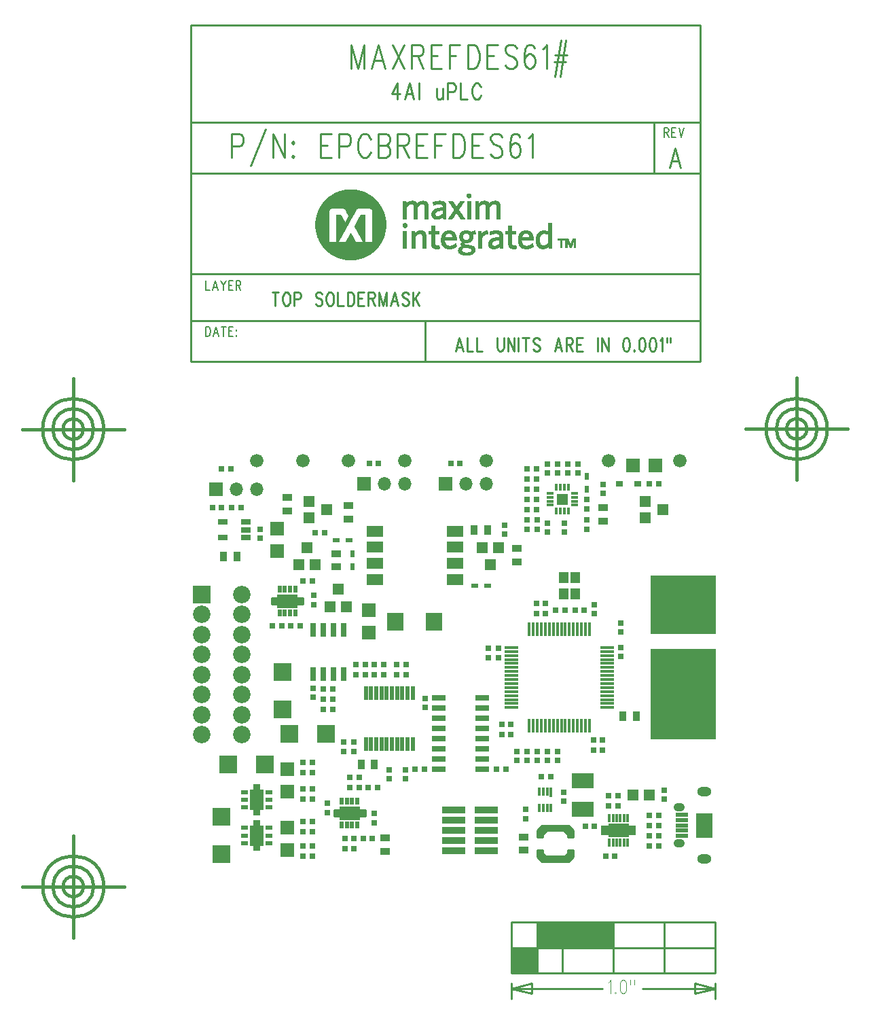
<source format=gbr>
*
*
G04 PADS 9.5 Build Number: 522968 generated Gerber (RS-274-X) file*
G04 PC Version=2.1*
*
%IN "MAXREFDES61_RA.pcb"*%
*
%MOIN*%
*
%FSLAX35Y35*%
*
*
*
*
G04 PC Standard Apertures*
*
*
G04 Thermal Relief Aperture macro.*
%AMTER*
1,1,$1,0,0*
1,0,$1-$2,0,0*
21,0,$3,$4,0,0,45*
21,0,$3,$4,0,0,135*
%
*
*
G04 Annular Aperture macro.*
%AMANN*
1,1,$1,0,0*
1,0,$2,0,0*
%
*
*
G04 Odd Aperture macro.*
%AMODD*
1,1,$1,0,0*
1,0,$1-0.005,0,0*
%
*
*
G04 PC Custom Aperture Macros*
*
*
*
*
*
*
G04 PC Aperture Table*
*
%ADD046C,0.015*%
%ADD149C,0.041*%
%ADD198C,0.01*%
%ADD199C,0.007*%
%ADD200C,0.001*%
%ADD209R,0.066X0.066*%
%ADD210C,0.066*%
%ADD212R,0.028X0.028*%
%ADD221R,0.056X0.056*%
%ADD232C,0.003*%
%ADD233C,0.002*%
%ADD303R,0.086X0.086*%
%ADD304O,0.086X0.086*%
%ADD305R,0.106X0.076*%
%ADD306R,0.046X0.036*%
%ADD307R,0.036X0.046*%
%ADD308R,0.081X0.086*%
%ADD309R,0.036X0.026*%
%ADD310R,0.036X0.021*%
%ADD311R,0.021X0.036*%
%ADD312R,0.106X0.036*%
%ADD313O,0.066X0.066*%
%ADD314R,0.021X0.066*%
%ADD315R,0.0375X0.022*%
%ADD316R,0.06899X0.10049*%
%ADD317R,0.038X0.038*%
%ADD318R,0.066X0.031*%
%ADD319R,0.016X0.04537*%
%ADD320R,0.016X0.04143*%
%ADD321R,0.046X0.031*%
%ADD322R,0.016X0.0375*%
%ADD323R,0.0375X0.016*%
%ADD324R,0.05521X0.05521*%
%ADD325C,0.05521*%
%ADD326R,0.031X0.066*%
%ADD327R,0.01978X0.0375*%
%ADD328R,0.10049X0.06899*%
%ADD329C,0.046*%
%ADD330R,0.016X0.06506*%
%ADD331R,0.06506X0.016*%
%ADD332R,0.08474X0.05324*%
%ADD333R,0.04931X0.05718*%
%ADD334R,0.01584X0.0434*%
%ADD335R,0.10443X0.07096*%
%ADD336R,0.04537X0.04537*%
%ADD337R,0.15167X0.03356*%
%ADD338R,0.17135X0.03356*%
%ADD339R,0.13198X0.03356*%
%ADD340R,0.08868X0.08868*%
%ADD341R,0.116X0.036*%
%ADD342R,0.05915X0.02175*%
%ADD343R,0.0808X0.12017*%
%ADD344O,0.07096X0.04537*%
%ADD345O,0.05521X0.04143*%
%ADD346C,0.00025*%
*
*
*
*
G04 PC Circuitry*
G04 Layer Name MAXREFDES61_RA.pcb - circuitry*
%LPD*%
*
*
G04 PC Custom Flashes*
G04 Layer Name MAXREFDES61_RA.pcb - flashes*
%LPD*%
*
*
G04 PC Circuitry*
G04 Layer Name MAXREFDES61_RA.pcb - circuitry*
%LPD*%
*
G54D46*
G01X1822478Y1401207D02*
Y1396207D01*
Y1391207*
Y1431207D02*
Y1401207D01*
X1802478Y1416207D02*
X1797478D01*
X1807478D02*
X1802478D01*
X1822478Y1431207D02*
Y1436207D01*
X1842478Y1416207D02*
X1847478D01*
X1837478D02*
X1842478D01*
X1807478D02*
X1837478D01*
X1827478D02*
G75*
G03X1827478I-5000J0D01*
G01X1837478D02*
G03X1837478I-15000J0D01*
G01X1832478D02*
G03X1832478I-10000J0D01*
G01X1822478Y1436207D02*
Y1441207D01*
X1822439Y1625600D02*
Y1620600D01*
Y1615600*
Y1655600D02*
Y1625600D01*
X1802439Y1640600D02*
X1797439D01*
X1807439D02*
X1802439D01*
X1822439Y1655600D02*
Y1660600D01*
X1842439Y1640600D02*
X1847439D01*
X1837439D02*
X1842439D01*
X1807439D02*
X1837439D01*
X1827439D02*
G03X1827439I-5000J0D01*
G01X1837439D02*
G03X1837439I-15000J0D01*
G01X1832439D02*
G03X1832439I-10000J0D01*
G01X1822439Y1660600D02*
Y1665600D01*
X2177561Y1625699D02*
Y1620699D01*
Y1615699*
Y1655699D02*
Y1625699D01*
X2157561Y1640699D02*
X2152561D01*
X2162561D02*
X2157561D01*
X2177561Y1655699D02*
Y1660699D01*
X2197561Y1640699D02*
X2202561D01*
X2192561D02*
X2197561D01*
X2162561D02*
X2192561D01*
X2182561D02*
G03X2182561I-5000J0D01*
G01X2192561D02*
G03X2192561I-15000J0D01*
G01X2187561D02*
G03X2187561I-10000J0D01*
G01X2177561Y1660699D02*
Y1665699D01*
G54D149*
X1912561Y1458750D03*
Y1441250D03*
G54D198*
X2067861Y1440450D02*
Y1443667D01*
X2065478Y1446050*
X2052644*
X2050261Y1443667*
Y1440450*
X2052861*
Y1441790*
X2052891Y1441863*
X2054948Y1443920*
X2055021Y1443950*
X2063101*
X2063174Y1443920*
X2065231Y1441863*
X2065261Y1441790*
Y1440450*
X2067861*
X2050561D02*
Y1443967D01*
X2051061Y1440450D02*
Y1444467D01*
X2051561Y1440450D02*
Y1444967D01*
X2052061Y1440450D02*
Y1445467D01*
X2052561Y1440450D02*
Y1445967D01*
X2053061Y1442033D02*
Y1446050D01*
X2053561Y1442533D02*
Y1446050D01*
X2054061Y1443033D02*
Y1446050D01*
X2054561Y1443533D02*
Y1446050D01*
X2055061Y1443950D02*
Y1446050D01*
X2055561Y1443950D02*
Y1446050D01*
X2056061Y1443950D02*
Y1446050D01*
X2056561Y1443950D02*
Y1446050D01*
X2057061Y1443950D02*
Y1446050D01*
X2057561Y1443950D02*
Y1446050D01*
X2058061Y1443950D02*
Y1446050D01*
X2058561Y1443950D02*
Y1446050D01*
X2059061Y1443950D02*
Y1446050D01*
X2059561Y1443950D02*
Y1446050D01*
X2060061Y1443950D02*
Y1446050D01*
X2060561Y1443950D02*
Y1446050D01*
X2061061Y1443950D02*
Y1446050D01*
X2061561Y1443950D02*
Y1446050D01*
X2062061Y1443950D02*
Y1446050D01*
X2062561Y1443950D02*
Y1446050D01*
X2063061Y1443950D02*
Y1446050D01*
X2063561Y1443533D02*
Y1446050D01*
X2064061Y1443033D02*
Y1446050D01*
X2064561Y1442533D02*
Y1446050D01*
X2065061Y1442033D02*
Y1446050D01*
X2065561Y1440450D02*
Y1445967D01*
X2066061Y1440450D02*
Y1445467D01*
X2066561Y1440450D02*
Y1444967D01*
X2067061Y1440450D02*
Y1444467D01*
X2067561Y1440450D02*
Y1443967D01*
X2065478Y1428450D02*
X2067861Y1430833D01*
Y1434050*
X2065261*
Y1432710*
X2065231Y1432637*
X2063174Y1430580*
X2063101Y1430550*
X2055021*
X2054948Y1430580*
X2052891Y1432637*
X2052861Y1432710*
Y1434050*
X2050261*
Y1430833*
X2052644Y1428450*
X2065478*
X2050561Y1430533D02*
Y1434050D01*
X2051061Y1430033D02*
Y1434050D01*
X2051561Y1429533D02*
Y1434050D01*
X2052061Y1429033D02*
Y1434050D01*
X2052561Y1428533D02*
Y1434050D01*
X2053061Y1428450D02*
Y1432467D01*
X2053561Y1428450D02*
Y1431967D01*
X2054061Y1428450D02*
Y1431467D01*
X2054561Y1428450D02*
Y1430967D01*
X2055061Y1428450D02*
Y1430550D01*
X2055561Y1428450D02*
Y1430550D01*
X2056061Y1428450D02*
Y1430550D01*
X2056561Y1428450D02*
Y1430550D01*
X2057061Y1428450D02*
Y1430550D01*
X2057561Y1428450D02*
Y1430550D01*
X2058061Y1428450D02*
Y1430550D01*
X2058561Y1428450D02*
Y1430550D01*
X2059061Y1428450D02*
Y1430550D01*
X2059561Y1428450D02*
Y1430550D01*
X2060061Y1428450D02*
Y1430550D01*
X2060561Y1428450D02*
Y1430550D01*
X2061061Y1428450D02*
Y1430550D01*
X2061561Y1428450D02*
Y1430550D01*
X2062061Y1428450D02*
Y1430550D01*
X2062561Y1428450D02*
Y1430550D01*
X2063061Y1428450D02*
Y1430550D01*
X2063561Y1428450D02*
Y1430967D01*
X2064061Y1428450D02*
Y1431467D01*
X2064561Y1428450D02*
Y1431967D01*
X2065061Y1428450D02*
Y1432467D01*
X2065561Y1428533D02*
Y1434050D01*
X2066061Y1429033D02*
Y1434050D01*
X2066561Y1429533D02*
Y1434050D01*
X2067061Y1430033D02*
Y1434050D01*
X2067561Y1430533D02*
Y1434050D01*
X1919887Y1557625D02*
Y1554875D01*
X1935235*
Y1557625*
X1919887*
X1920061Y1554875D02*
Y1557625D01*
X1920561Y1554875D02*
Y1557625D01*
X1921061Y1554875D02*
Y1557625D01*
X1921561Y1554875D02*
Y1557625D01*
X1922061Y1554875D02*
Y1557625D01*
X1922561Y1554875D02*
Y1557625D01*
X1923061Y1554875D02*
Y1557625D01*
X1923561Y1554875D02*
Y1557625D01*
X1924061Y1554875D02*
Y1557625D01*
X1924561Y1554875D02*
Y1557625D01*
X1925061Y1554875D02*
Y1557625D01*
X1925561Y1554875D02*
Y1557625D01*
X1926061Y1554875D02*
Y1557625D01*
X1926561Y1554875D02*
Y1557625D01*
X1927061Y1554875D02*
Y1557625D01*
X1927561Y1554875D02*
Y1557625D01*
X1928061Y1554875D02*
Y1557625D01*
X1928561Y1554875D02*
Y1557625D01*
X1929061Y1554875D02*
Y1557625D01*
X1929561Y1554875D02*
Y1557625D01*
X1930061Y1554875D02*
Y1557625D01*
X1930561Y1554875D02*
Y1557625D01*
X1931061Y1554875D02*
Y1557625D01*
X1931561Y1554875D02*
Y1557625D01*
X1932061Y1554875D02*
Y1557625D01*
X1932561Y1554875D02*
Y1557625D01*
X1933061Y1554875D02*
Y1557625D01*
X1933561Y1554875D02*
Y1557625D01*
X1934061Y1554875D02*
Y1557625D01*
X1934561Y1554875D02*
Y1557625D01*
X1935061Y1554875D02*
Y1557625D01*
X1965735Y1450875D02*
Y1453625D01*
X1950387*
Y1450875*
X1965735*
X1950561D02*
Y1453625D01*
X1951061Y1450875D02*
Y1453625D01*
X1951561Y1450875D02*
Y1453625D01*
X1952061Y1450875D02*
Y1453625D01*
X1952561Y1450875D02*
Y1453625D01*
X1953061Y1450875D02*
Y1453625D01*
X1953561Y1450875D02*
Y1453625D01*
X1954061Y1450875D02*
Y1453625D01*
X1954561Y1450875D02*
Y1453625D01*
X1955061Y1450875D02*
Y1453625D01*
X1955561Y1450875D02*
Y1453625D01*
X1956061Y1450875D02*
Y1453625D01*
X1956561Y1450875D02*
Y1453625D01*
X1957061Y1450875D02*
Y1453625D01*
X1957561Y1450875D02*
Y1453625D01*
X1958061Y1450875D02*
Y1453625D01*
X1958561Y1450875D02*
Y1453625D01*
X1959061Y1450875D02*
Y1453625D01*
X1959561Y1450875D02*
Y1453625D01*
X1960061Y1450875D02*
Y1453625D01*
X1960561Y1450875D02*
Y1453625D01*
X1961061Y1450875D02*
Y1453625D01*
X1961561Y1450875D02*
Y1453625D01*
X1962061Y1450875D02*
Y1453625D01*
X1962561Y1450875D02*
Y1453625D01*
X1963061Y1450875D02*
Y1453625D01*
X1963561Y1450875D02*
Y1453625D01*
X1964061Y1450875D02*
Y1453625D01*
X1964561Y1450875D02*
Y1453625D01*
X1965061Y1450875D02*
Y1453625D01*
X1965561Y1450875D02*
Y1453625D01*
X1921652Y1707813D02*
Y1701250D01*
X1920061Y1707813D02*
X1923243D01*
X1926652D02*
X1926197Y1707500D01*
X1925743Y1706875*
X1925516Y1706250*
X1925288Y1705313*
X1925288D02*
Y1703750D01*
X1925516Y1702813*
X1925516D02*
X1925743Y1702188D01*
X1925743D02*
X1926197Y1701563D01*
X1926197D02*
X1926652Y1701250D01*
X1927561*
X1928016Y1701563*
X1928016D02*
X1928470Y1702188D01*
X1928470D02*
X1928697Y1702813D01*
X1928697D02*
X1928925Y1703750D01*
Y1705313*
X1928925D02*
X1928697Y1706250D01*
X1928470Y1706875*
X1928016Y1707500*
X1927561Y1707813*
X1927561D02*
X1926652D01*
X1930970D02*
Y1701250D01*
Y1707813D02*
X1933016D01*
X1933016D02*
X1933697Y1707500D01*
X1933925Y1707188*
X1933925D02*
X1934152Y1706563D01*
X1934152D02*
Y1705625D01*
X1933925Y1705000*
X1933697Y1704688*
X1933697D02*
X1933016Y1704375D01*
X1930970*
X1944606Y1706875D02*
X1944152Y1707500D01*
X1943470Y1707813*
X1943470D02*
X1942561D01*
X1942561D02*
X1941879Y1707500D01*
X1941425Y1706875*
Y1706250*
X1941652Y1705625*
X1941879Y1705313*
X1941879D02*
X1942334Y1705000D01*
X1943697Y1704375*
X1944152Y1704063*
X1944152D02*
X1944379Y1703750D01*
X1944606Y1703125*
Y1702188*
X1944606D02*
X1944152Y1701563D01*
X1944152D02*
X1943470Y1701250D01*
X1942561*
X1941879Y1701563*
X1941879D02*
X1941425Y1702188D01*
X1948016Y1707813D02*
X1947561Y1707500D01*
X1947106Y1706875*
X1946879Y1706250*
X1946652Y1705313*
X1946652D02*
Y1703750D01*
X1946879Y1702813*
X1946879D02*
X1947106Y1702188D01*
X1947106D02*
X1947561Y1701563D01*
X1947561D02*
X1948016Y1701250D01*
X1948925*
X1949379Y1701563*
X1949379D02*
X1949834Y1702188D01*
X1949834D02*
X1950061Y1702813D01*
X1950061D02*
X1950288Y1703750D01*
Y1705313*
X1950288D02*
X1950061Y1706250D01*
X1949834Y1706875*
X1949379Y1707500*
X1948925Y1707813*
X1948925D02*
X1948016D01*
X1952334D02*
Y1701250D01*
X1955061*
X1957106Y1707813D02*
Y1701250D01*
Y1707813D02*
X1958697D01*
X1958697D02*
X1959379Y1707500D01*
X1959834Y1706875*
X1960061Y1706250*
X1960288Y1705313*
X1960288D02*
Y1703750D01*
X1960061Y1702813*
X1960061D02*
X1959834Y1702188D01*
X1959834D02*
X1959379Y1701563D01*
X1959379D02*
X1958697Y1701250D01*
X1957106*
X1962334Y1707813D02*
Y1701250D01*
Y1707813D02*
X1965288D01*
X1962334Y1704688D02*
X1964152D01*
X1962334Y1701250D02*
X1965288D01*
X1967334Y1707813D02*
Y1701250D01*
Y1707813D02*
X1969379D01*
X1969379D02*
X1970061Y1707500D01*
X1970288Y1707188*
X1970288D02*
X1970516Y1706563D01*
X1970516D02*
Y1705938D01*
X1970516D02*
X1970288Y1705313D01*
X1970288D02*
X1970061Y1705000D01*
X1969379Y1704688*
X1969379D02*
X1967334D01*
X1968925D02*
X1970516Y1701250D01*
X1972561Y1707813D02*
Y1701250D01*
Y1707813D02*
X1974379Y1701250D01*
X1976197Y1707813D02*
X1974379Y1701250D01*
X1976197Y1707813D02*
Y1701250D01*
X1980061Y1707813D02*
X1978243Y1701250D01*
X1980061Y1707813D02*
X1981879Y1701250D01*
X1978925Y1703438D02*
X1981197D01*
X1987106Y1706875D02*
X1986652Y1707500D01*
X1985970Y1707813*
X1985970D02*
X1985061D01*
X1985061D02*
X1984379Y1707500D01*
X1983925Y1706875*
Y1706250*
X1984152Y1705625*
X1984379Y1705313*
X1984379D02*
X1984834Y1705000D01*
X1986197Y1704375*
X1986652Y1704063*
X1986652D02*
X1986879Y1703750D01*
X1987106Y1703125*
Y1702188*
X1987106D02*
X1986652Y1701563D01*
X1986652D02*
X1985970Y1701250D01*
X1985061*
X1984379Y1701563*
X1984379D02*
X1983925Y1702188D01*
X1989152Y1707813D02*
Y1701250D01*
X1992334Y1707813D02*
X1989152Y1703438D01*
X1990288Y1705000D02*
X1992334Y1701250D01*
X2037561Y1373750D02*
X2137561D01*
Y1398750*
X2037561*
Y1373750*
Y1366250D02*
X2082061D01*
X2037561D02*
X2047561Y1368750D01*
Y1363750*
X2037561Y1366250*
X2137561D02*
X2101697D01*
X2137561D02*
X2127561Y1363750D01*
Y1368750*
X2137561Y1366250*
X2037561Y1368750D02*
Y1361250D01*
X2137561Y1368750D02*
Y1361250D01*
X2039561Y1373750D02*
Y1386250D01*
X2040561Y1373750D02*
Y1386250D01*
X2041561D02*
Y1373750D01*
X2042561Y1386250D02*
Y1373750D01*
X2043561Y1386250D02*
Y1373750D01*
X2044561Y1386250D02*
Y1373750D01*
X2045561Y1386250D02*
Y1373750D01*
X2046561Y1386250D02*
Y1373750D01*
X2047561D02*
Y1386250D01*
X2048561Y1373750D02*
Y1386250D01*
X2051561D02*
Y1398750D01*
X2052561Y1386250D02*
Y1398750D01*
X2053561D02*
Y1386250D01*
X2054561Y1398750D02*
Y1386250D01*
X2055561Y1398750D02*
Y1386250D01*
X2056561Y1398750D02*
Y1386250D01*
X2057561Y1398750D02*
Y1386250D01*
X2058561Y1398750D02*
Y1386250D01*
X2059561D02*
Y1398750D01*
X2060561Y1386250D02*
Y1398750D01*
X2050061Y1373750D02*
Y1398750D01*
X2062561Y1373750D02*
Y1398750D01*
X2037561Y1386250D02*
X2137561D01*
X2112561Y1373750D02*
Y1398750D01*
X2087561Y1373750D02*
Y1398750D01*
X2038561Y1373750D02*
Y1386250D01*
X2049061Y1373750D02*
Y1386250D01*
X2051061D02*
Y1398750D01*
X2061561Y1386250D02*
Y1398750D01*
X2064561Y1386250D02*
Y1398750D01*
X2063561Y1386250D02*
Y1398750D01*
X2065561Y1386250D02*
Y1398750D01*
X2066561D02*
Y1386250D01*
X2067561Y1398750D02*
Y1386250D01*
X2068561Y1398750D02*
Y1386250D01*
X2069561Y1398750D02*
Y1386250D01*
X2070561Y1398750D02*
Y1386250D01*
X2072561D02*
Y1398750D01*
X2071561D02*
Y1386250D01*
X2073561D02*
Y1398750D01*
X2074561Y1386250D02*
Y1398750D01*
X2076561Y1386250D02*
Y1398750D01*
X2075561Y1386250D02*
Y1398750D01*
X2077561Y1386250D02*
Y1398750D01*
X2078561D02*
Y1386250D01*
X2079561Y1398750D02*
Y1386250D01*
X2080561Y1398750D02*
Y1386250D01*
X2081561Y1398750D02*
Y1386250D01*
X2082561Y1398750D02*
Y1386250D01*
X2083561Y1398750D02*
Y1386250D01*
X2084561D02*
Y1398750D01*
X2085561Y1386250D02*
Y1398750D01*
X2086561Y1386250D02*
Y1398750D01*
X2130061Y1673750D02*
Y1838750D01*
X1880061*
Y1673750*
X2130061*
X2107561Y1791250D02*
Y1766250D01*
X2130061Y1791250D02*
X1880061D01*
X2130061Y1766250D02*
X1880061D01*
X2130061Y1693750D02*
X1880061D01*
X2130061Y1716950D02*
X1880061D01*
X1995061Y1673750D02*
Y1693750D01*
X1981489Y1810326D02*
X1978762Y1805076D01*
X1982853*
X1981489Y1810326D02*
Y1802451D01*
X1987489Y1810326D02*
X1985307Y1802451D01*
X1987489Y1810326D02*
X1989671Y1802451D01*
X1986125Y1805076D02*
X1988853D01*
X1992125Y1810326D02*
Y1802451D01*
X2000853Y1807701D02*
Y1803951D01*
X2001125Y1802826*
X2001671Y1802451*
X2002489*
X2003035Y1802826*
X2003853Y1803951*
Y1807701D02*
Y1802451D01*
X2006307Y1810326D02*
Y1802451D01*
Y1810326D02*
X2008762D01*
X2009580Y1809951*
X2009853Y1809576*
X2010125Y1808826*
Y1807701*
X2009853Y1806951*
X2009580Y1806576*
X2008762Y1806201*
X2006307*
X2012580Y1810326D02*
Y1802451D01*
X2015853*
X2022398Y1808451D02*
X2022125Y1809201D01*
X2021580Y1809951*
X2021035Y1810326*
X2019944*
X2019398Y1809951*
X2018853Y1809201*
X2018580Y1808451*
X2018307Y1807326*
Y1805451*
X2018580Y1804326*
X2018853Y1803576*
X2019398Y1802826*
X2019944Y1802451*
X2021035*
X2021580Y1802826*
X2022125Y1803576*
X2022398Y1804326*
X1958762Y1829263D02*
Y1817451D01*
Y1829263D02*
X1962035Y1817451D01*
X1965307Y1829263D02*
X1962035Y1817451D01*
X1965307Y1829263D02*
Y1817451D01*
X1972262Y1829263D02*
X1968989Y1817451D01*
X1972262Y1829263D02*
X1975535Y1817451D01*
X1970216Y1821388D02*
X1974307D01*
X1979216Y1829263D02*
X1984944Y1817451D01*
Y1829263D02*
X1979216Y1817451D01*
X1988625Y1829263D02*
Y1817451D01*
Y1829263D02*
X1992307D01*
X1993535Y1828701*
X1993944Y1828138*
X1994353Y1827013*
Y1825888*
X1993944Y1824763*
X1993535Y1824201*
X1992307Y1823638*
X1988625*
X1991489D02*
X1994353Y1817451D01*
X1998035Y1829263D02*
Y1817451D01*
Y1829263D02*
X2003353D01*
X1998035Y1823638D02*
X2001307D01*
X1998035Y1817451D02*
X2003353D01*
X2007035Y1829263D02*
Y1817451D01*
Y1829263D02*
X2012353D01*
X2007035Y1823638D02*
X2010307D01*
X2016035Y1829263D02*
Y1817451D01*
Y1829263D02*
X2018898D01*
X2020125Y1828701*
X2020944Y1827576*
X2021353Y1826451*
X2021762Y1824763*
Y1821951*
X2021353Y1820263*
X2020944Y1819138*
X2020125Y1818013*
X2018898Y1817451*
X2016035*
X2025444Y1829263D02*
Y1817451D01*
Y1829263D02*
X2030762D01*
X2025444Y1823638D02*
X2028716D01*
X2025444Y1817451D02*
X2030762D01*
X2040171Y1827576D02*
X2039353Y1828701D01*
X2038125Y1829263*
X2036489*
X2035262Y1828701*
X2034444Y1827576*
Y1826451*
X2034853Y1825326*
X2035262Y1824763*
X2036080Y1824201*
X2038535Y1823076*
X2039353Y1822513*
X2039762Y1821951*
X2040171Y1820826*
Y1819138*
X2039353Y1818013*
X2038125Y1817451*
X2036489*
X2035262Y1818013*
X2034444Y1819138*
X2048762Y1827576D02*
X2048353Y1828701D01*
X2047125Y1829263*
X2046307*
X2045080Y1828701*
X2044262Y1827013*
X2043853Y1824201*
Y1821388*
X2044262Y1819138*
X2045080Y1818013*
X2046307Y1817451*
X2046716*
X2047944Y1818013*
X2048762Y1819138*
X2049171Y1820826*
Y1821388*
X2048762Y1823076*
X2047944Y1824201*
X2046716Y1824763*
X2046307*
X2045080Y1824201*
X2044262Y1823076*
X2043853Y1821388*
X2052853Y1827013D02*
X2053671Y1827576D01*
X2054898Y1829263*
Y1817451*
X2061853Y1831513D02*
X2058989Y1813513D01*
X2064307Y1831513D02*
X2061444Y1813513D01*
X2058989Y1824201D02*
X2064716D01*
X2058580Y1820826D02*
X2064307D01*
X1900061Y1785563D02*
Y1773750D01*
Y1785563D02*
X1903743D01*
X1903743D02*
X1904970Y1785000D01*
X1905379Y1784438*
X1905379D02*
X1905788Y1783313D01*
X1905788D02*
Y1781625D01*
X1905379Y1780500*
X1904970Y1779938*
X1904970D02*
X1903743Y1779375D01*
X1900061*
X1916834Y1787813D02*
X1909470Y1769812D01*
X1920516Y1785563D02*
Y1773750D01*
Y1785563D02*
X1926243Y1773750D01*
Y1785563D02*
Y1773750D01*
X1930334Y1781625D02*
X1929925Y1781063D01*
X1929925D02*
X1930334Y1780500D01*
X1930743Y1781063*
X1930743D02*
X1930334Y1781625D01*
Y1774875D02*
X1929925Y1774313D01*
X1929925D02*
X1930334Y1773750D01*
X1930743Y1774313*
X1930743D02*
X1930334Y1774875D01*
X1943834Y1785563D02*
Y1773750D01*
Y1785563D02*
X1949152D01*
X1943834Y1779938D02*
X1947106D01*
X1943834Y1773750D02*
X1949152D01*
X1952834Y1785563D02*
Y1773750D01*
Y1785563D02*
X1956516D01*
X1956516D02*
X1957743Y1785000D01*
X1958152Y1784438*
X1958152D02*
X1958561Y1783313D01*
X1958561D02*
Y1781625D01*
X1958152Y1780500*
X1957743Y1779938*
X1957743D02*
X1956516Y1779375D01*
X1952834*
X1968379Y1782750D02*
X1967970Y1783875D01*
X1967152Y1785000*
X1966334Y1785563*
X1966334D02*
X1964697D01*
X1964697D02*
X1963879Y1785000D01*
X1963061Y1783875*
X1962652Y1782750*
X1962243Y1781063*
X1962243D02*
Y1778250D01*
X1962652Y1776563*
X1962652D02*
X1963061Y1775438D01*
X1963061D02*
X1963879Y1774313D01*
X1963879D02*
X1964697Y1773750D01*
X1966334*
X1967152Y1774313*
X1967152D02*
X1967970Y1775438D01*
X1967970D02*
X1968379Y1776563D01*
X1972061Y1785563D02*
Y1773750D01*
Y1785563D02*
X1975743D01*
X1975743D02*
X1976970Y1785000D01*
X1977379Y1784438*
X1977379D02*
X1977788Y1783313D01*
X1977788D02*
Y1782188D01*
X1977788D02*
X1977379Y1781063D01*
X1977379D02*
X1976970Y1780500D01*
X1975743Y1779938*
X1972061D02*
X1975743D01*
X1975743D02*
X1976970Y1779375D01*
X1977379Y1778813*
X1977379D02*
X1977788Y1777688D01*
X1977788D02*
Y1776000D01*
X1977379Y1774875*
X1976970Y1774313*
X1976970D02*
X1975743Y1773750D01*
X1972061*
X1981470Y1785563D02*
Y1773750D01*
Y1785563D02*
X1985152D01*
X1985152D02*
X1986379Y1785000D01*
X1986788Y1784438*
X1986788D02*
X1987197Y1783313D01*
X1987197D02*
Y1782188D01*
X1987197D02*
X1986788Y1781063D01*
X1986788D02*
X1986379Y1780500D01*
X1985152Y1779938*
X1985152D02*
X1981470D01*
X1984334D02*
X1987197Y1773750D01*
X1990879Y1785563D02*
Y1773750D01*
Y1785563D02*
X1996197D01*
X1990879Y1779938D02*
X1994152D01*
X1990879Y1773750D02*
X1996197D01*
X1999879Y1785563D02*
Y1773750D01*
Y1785563D02*
X2005197D01*
X1999879Y1779938D02*
X2003152D01*
X2008879Y1785563D02*
Y1773750D01*
Y1785563D02*
X2011743D01*
X2011743D02*
X2012970Y1785000D01*
X2013788Y1783875*
X2014197Y1782750*
X2014606Y1781063*
X2014606D02*
Y1778250D01*
X2014197Y1776563*
X2014197D02*
X2013788Y1775438D01*
X2013788D02*
X2012970Y1774313D01*
X2012970D02*
X2011743Y1773750D01*
X2008879*
X2018288Y1785563D02*
Y1773750D01*
Y1785563D02*
X2023606D01*
X2018288Y1779938D02*
X2021561D01*
X2018288Y1773750D02*
X2023606D01*
X2033016Y1783875D02*
X2032197Y1785000D01*
X2030970Y1785563*
X2030970D02*
X2029334D01*
X2029334D02*
X2028106Y1785000D01*
X2027288Y1783875*
Y1782750*
X2027697Y1781625*
X2028106Y1781063*
X2028106D02*
X2028925Y1780500D01*
X2031379Y1779375*
X2032197Y1778813*
X2032197D02*
X2032606Y1778250D01*
X2033016Y1777125*
Y1775438*
X2033016D02*
X2032197Y1774313D01*
X2032197D02*
X2030970Y1773750D01*
X2029334*
X2028106Y1774313*
X2028106D02*
X2027288Y1775438D01*
X2041606Y1783875D02*
X2041197Y1785000D01*
X2039970Y1785563*
X2039970D02*
X2039152D01*
X2039152D02*
X2037925Y1785000D01*
X2037106Y1783313*
X2037106D02*
X2036697Y1780500D01*
Y1777688*
X2036697D02*
X2037106Y1775438D01*
X2037106D02*
X2037925Y1774313D01*
X2037925D02*
X2039152Y1773750D01*
X2039561*
X2040788Y1774313*
X2040788D02*
X2041606Y1775438D01*
X2041606D02*
X2042016Y1777125D01*
Y1777688*
X2042016D02*
X2041606Y1779375D01*
X2040788Y1780500*
X2039561Y1781063*
X2039561D02*
X2039152D01*
X2039152D02*
X2037925Y1780500D01*
X2037106Y1779375*
X2036697Y1777688*
X2045697Y1783313D02*
X2046516Y1783875D01*
X2047743Y1785563*
X2047743D02*
Y1773750D01*
X2117788Y1778594D02*
X2115061Y1768750D01*
X2117788Y1778594D02*
X2120516Y1768750D01*
X2116084Y1772031D02*
X2119493D01*
X2011879Y1685313D02*
X2010061Y1678750D01*
X2011879Y1685313D02*
X2013697Y1678750D01*
X2010743Y1680938D02*
X2013016D01*
X2015743Y1685313D02*
Y1678750D01*
X2018470*
X2020516Y1685313D02*
Y1678750D01*
X2023243*
X2030516Y1685313D02*
Y1680625D01*
X2030743Y1679688*
X2030743D02*
X2031197Y1679063D01*
X2031197D02*
X2031879Y1678750D01*
X2032334*
X2033016Y1679063*
X2033016D02*
X2033470Y1679688D01*
X2033470D02*
X2033697Y1680625D01*
Y1685313*
X2035743D02*
Y1678750D01*
Y1685313D02*
X2038925Y1678750D01*
Y1685313D02*
Y1678750D01*
X2040970Y1685313D02*
Y1678750D01*
X2044606Y1685313D02*
Y1678750D01*
X2043016Y1685313D02*
X2046197D01*
X2051425Y1684375D02*
X2050970Y1685000D01*
X2050288Y1685313*
X2050288D02*
X2049379D01*
X2049379D02*
X2048697Y1685000D01*
X2048243Y1684375*
Y1683750*
X2048470Y1683125*
X2048697Y1682813*
X2048697D02*
X2049152Y1682500D01*
X2050516Y1681875*
X2050970Y1681563*
X2050970D02*
X2051197Y1681250D01*
X2051425Y1680625*
Y1679688*
X2051425D02*
X2050970Y1679063D01*
X2050970D02*
X2050288Y1678750D01*
X2049379*
X2048697Y1679063*
X2048697D02*
X2048243Y1679688D01*
X2060516Y1685313D02*
X2058697Y1678750D01*
X2060516Y1685313D02*
X2062334Y1678750D01*
X2059379Y1680938D02*
X2061652D01*
X2064379Y1685313D02*
Y1678750D01*
Y1685313D02*
X2066425D01*
X2066425D02*
X2067106Y1685000D01*
X2067334Y1684688*
X2067334D02*
X2067561Y1684063D01*
X2067561D02*
Y1683438D01*
X2067561D02*
X2067334Y1682813D01*
X2067334D02*
X2067106Y1682500D01*
X2066425Y1682188*
X2066425D02*
X2064379D01*
X2065970D02*
X2067561Y1678750D01*
X2069606Y1685313D02*
Y1678750D01*
Y1685313D02*
X2072561D01*
X2069606Y1682188D02*
X2071425D01*
X2069606Y1678750D02*
X2072561D01*
X2079834Y1685313D02*
Y1678750D01*
X2081879Y1685313D02*
Y1678750D01*
Y1685313D02*
X2085061Y1678750D01*
Y1685313D02*
Y1678750D01*
X2093697Y1685313D02*
X2093016Y1685000D01*
X2092561Y1684063*
X2092561D02*
X2092334Y1682500D01*
Y1681563*
X2092334D02*
X2092561Y1680000D01*
X2093016Y1679063*
X2093016D02*
X2093697Y1678750D01*
X2094152*
X2094834Y1679063*
X2094834D02*
X2095288Y1680000D01*
X2095516Y1681563*
X2095516D02*
Y1682500D01*
X2095288Y1684063*
X2095288D02*
X2094834Y1685000D01*
X2094152Y1685313*
X2094152D02*
X2093697D01*
X2097788Y1679375D02*
X2097561Y1679063D01*
X2097561D02*
X2097788Y1678750D01*
X2098016Y1679063*
X2098016D02*
X2097788Y1679375D01*
X2101425Y1685313D02*
X2100743Y1685000D01*
X2100288Y1684063*
X2100288D02*
X2100061Y1682500D01*
Y1681563*
X2100061D02*
X2100288Y1680000D01*
X2100743Y1679063*
X2100743D02*
X2101425Y1678750D01*
X2101879*
X2102561Y1679063*
X2102561D02*
X2103016Y1680000D01*
X2103243Y1681563*
X2103243D02*
Y1682500D01*
X2103016Y1684063*
X2103016D02*
X2102561Y1685000D01*
X2101879Y1685313*
X2101879D02*
X2101425D01*
X2106652D02*
X2105970Y1685000D01*
X2105516Y1684063*
X2105516D02*
X2105288Y1682500D01*
Y1681563*
X2105288D02*
X2105516Y1680000D01*
X2105970Y1679063*
X2105970D02*
X2106652Y1678750D01*
X2107106*
X2107788Y1679063*
X2107788D02*
X2108243Y1680000D01*
X2108470Y1681563*
X2108470D02*
Y1682500D01*
X2108243Y1684063*
X2108243D02*
X2107788Y1685000D01*
X2107106Y1685313*
X2107106D02*
X2106652D01*
X2110516Y1684063D02*
X2110970Y1684375D01*
X2111652Y1685313*
X2111652D02*
Y1678750D01*
X2113697Y1685313D02*
Y1683125D01*
X2115516Y1685313D02*
Y1683125D01*
G54D199*
X1887561Y1690844D02*
Y1686250D01*
Y1690844D02*
X1888675D01*
X1889152Y1690625*
X1889470Y1690188*
X1889470D02*
X1889629Y1689750D01*
X1889788Y1689094*
Y1688000*
X1889629Y1687344*
X1889470Y1686906*
X1889152Y1686469*
X1888675Y1686250*
X1887561*
X1892493Y1690844D02*
X1891220Y1686250D01*
X1892493Y1690844D02*
X1893766Y1686250D01*
X1891697Y1687781D02*
X1893288D01*
X1896311Y1690844D02*
Y1686250D01*
X1895197Y1690844D02*
X1897425D01*
X1898856D02*
Y1686250D01*
Y1690844D02*
X1900925D01*
X1898856Y1688656D02*
X1900129D01*
X1898856Y1686250D02*
X1900925D01*
X1902516Y1689313D02*
X1902356Y1689094D01*
X1902516Y1688875*
X1902675Y1689094*
X1902516Y1689313*
Y1686688D02*
X1902356Y1686469D01*
X1902516Y1686250*
X1902675Y1686469*
X1902516Y1686688*
X1887561Y1713344D02*
Y1708750D01*
X1889470*
X1892175Y1713344D02*
X1890902Y1708750D01*
X1892175Y1713344D02*
X1893447Y1708750D01*
X1891379Y1710281D02*
X1892970D01*
X1894879Y1713344D02*
X1896152Y1711156D01*
Y1708750*
X1897425Y1713344D02*
X1896152Y1711156D01*
X1898856Y1713344D02*
Y1708750D01*
Y1713344D02*
X1900925D01*
X1898856Y1711156D02*
X1900129D01*
X1898856Y1708750D02*
X1900925D01*
X1902356Y1713344D02*
Y1708750D01*
Y1713344D02*
X1903788D01*
X1904266Y1713125*
X1904425Y1712906*
X1904584Y1712469*
Y1712031*
X1904425Y1711594*
X1904266Y1711375*
X1903788Y1711156*
X1902356*
X1903470D02*
X1904584Y1708750D01*
X2112561Y1788344D02*
Y1783750D01*
Y1788344D02*
X2113993D01*
X2114470Y1788125*
X2114629Y1787906*
X2114788Y1787469*
Y1787031*
X2114629Y1786594*
X2114470Y1786375*
X2113993Y1786156*
X2112561*
X2113675D02*
X2114788Y1783750D01*
X2116220Y1788344D02*
Y1783750D01*
Y1788344D02*
X2118288D01*
X2116220Y1786156D02*
X2117493D01*
X2116220Y1783750D02*
X2118288D01*
X2119720Y1788344D02*
X2120993Y1783750D01*
X2122266Y1788344D02*
X2120993Y1783750D01*
G54D200*
X2037561Y1373750D02*
X2037564D01*
X2137561D02*
X2137564D01*
G54D209*
X2097061Y1622750D03*
X2108061D03*
X1922561Y1591750D03*
Y1580750D03*
X1967561Y1540750D03*
Y1551750D03*
X1965061Y1613750D03*
X2005061D03*
X1892561Y1611250D03*
X1927561Y1445250D03*
Y1434250D03*
Y1462750D03*
Y1473750D03*
G54D210*
X1912561Y1625250D03*
X1985061D03*
X2025061D03*
X1935061D03*
X1957561D03*
X2085061D03*
X2120061D03*
G54D212*
X1962811Y1464750D03*
X1958311D03*
X1985811Y1525250D03*
X1981311D03*
X2030311Y1473750D03*
X2034811D03*
X1994811D03*
X1990311D03*
X1949811Y1508250D03*
X1945311D03*
X1949811Y1513250D03*
X1945311D03*
X1970311Y1520250D03*
X1974811D03*
X1940061Y1509000D03*
Y1513500D03*
X1970311Y1525250D03*
X1974811D03*
X1949811Y1503250D03*
X1945311D03*
X1960311Y1434750D03*
X1955811D03*
X1947061Y1452500D03*
Y1457000D03*
X1970061Y1452000D03*
Y1447500D03*
X2078061Y1554500D03*
Y1550000D03*
X2091061Y1529000D03*
Y1533500D03*
X2082311Y1483250D03*
X2077811D03*
X2032811Y1490750D03*
X2037311D03*
X2026061Y1533000D03*
Y1528500D03*
X2054311Y1555250D03*
X2049811D03*
X2082311Y1488250D03*
X2077811D03*
X2032811Y1495750D03*
X2037311D03*
X2031061Y1533000D03*
Y1528500D03*
X2054311Y1550250D03*
X2049811D03*
X2073311Y1551750D03*
X2068811D03*
X2112561Y1463500D03*
Y1459000D03*
X2109811Y1451250D03*
X2105311D03*
X2109811Y1436250D03*
X2105311D03*
X2083811Y1431250D03*
X2088311D03*
X2085311Y1455750D03*
X2089811D03*
X1955061Y1487000D03*
Y1482500D03*
X2063061Y1458000D03*
Y1462500D03*
X2056811Y1470250D03*
X2052311D03*
X1924811Y1544250D03*
X1920311D03*
X1914061Y1587000D03*
Y1591500D03*
X1961311Y1525250D03*
X1965811D03*
X2065061Y1623500D03*
Y1619000D03*
X2050061Y1591500D03*
Y1596000D03*
X2045311Y1601250D03*
X2049811D03*
X2063561Y1590000D03*
Y1594500D03*
X2074561Y1601500D03*
Y1606000D03*
X1960061Y1487000D03*
Y1482500D03*
X1961311Y1520250D03*
X1965811D03*
X1985811D03*
X1981311D03*
X1939811Y1472250D03*
X1935311D03*
X1971811Y1464750D03*
X1967311D03*
X1969311Y1439750D03*
X1964811D03*
X1977561Y1473500D03*
Y1469000D03*
X1985561Y1473500D03*
Y1469000D03*
X1995061Y1508500D03*
Y1504000D03*
X2063811Y1551750D03*
X2059311D03*
X2091061Y1541000D03*
Y1545500D03*
X1939811Y1464250D03*
X1935311D03*
X2105311Y1441250D03*
X2109811D03*
X2105311Y1446250D03*
X2109811D03*
X2044561Y1449500D03*
Y1454000D03*
X1929311Y1544250D03*
X1933811D03*
X1939811Y1436250D03*
X1935311D03*
X1895311Y1602250D03*
X1890811D03*
X1904811D03*
X1900311D03*
X2082561Y1613500D03*
Y1609000D03*
X2070061Y1623500D03*
Y1619000D03*
X2105311Y1613750D03*
X2109811D03*
X2049811Y1621250D03*
X2045311D03*
X2049811Y1616250D03*
X2045311D03*
X2045061Y1596000D03*
Y1591500D03*
X2055061Y1619000D03*
Y1623500D03*
X2060061D03*
Y1619000D03*
X1939811Y1443250D03*
X1935311D03*
X2045311Y1611250D03*
X2049811D03*
Y1606250D03*
X2045311D03*
X2074561Y1591500D03*
Y1596000D03*
X2034061Y1589000D03*
Y1593500D03*
X1935311Y1566250D03*
X1939811D03*
X1940561Y1554500D03*
Y1559000D03*
X1935311Y1459250D03*
X1939811D03*
X1941311Y1589750D03*
X1945811D03*
X2073811Y1445750D03*
X2078311D03*
X1935311Y1448250D03*
X1939811D03*
X1962811Y1469750D03*
X1958311D03*
X1960311Y1439750D03*
X1955811D03*
X2055061Y1590000D03*
Y1594500D03*
X1935311Y1477250D03*
X1939811D03*
X2040061Y1482500D03*
Y1478000D03*
X2050061Y1482500D03*
Y1478000D03*
X2045061Y1482500D03*
Y1478000D03*
X2055061Y1482500D03*
Y1478000D03*
X2060061Y1482500D03*
Y1478000D03*
X1935311Y1431250D03*
X1939811D03*
X2085311Y1460750D03*
X2089811D03*
X1967811Y1623750D03*
X1972311D03*
X2007811D03*
X2012311D03*
X1895311Y1621250D03*
X1899811D03*
G54D221*
X2105061Y1461250D03*
X2097061D03*
X2031061Y1582500D03*
X2023061D03*
X2027061Y1574000D03*
X1933061D03*
X1941061D03*
X1937061Y1582500D03*
X1938311Y1605250D03*
Y1597250D03*
X1946811Y1601250D03*
X1948561Y1553500D03*
X1956561D03*
X1952561Y1562000D03*
X2103311Y1605250D03*
Y1597250D03*
X2111811Y1601250D03*
G54D232*
X2085061Y1369063D02*
X2085516Y1369375D01*
X2086197Y1370313*
X2086197D02*
Y1363750D01*
X2088470Y1364375D02*
X2088243Y1364063D01*
X2088243D02*
X2088470Y1363750D01*
X2088697Y1364063*
X2088697D02*
X2088470Y1364375D01*
X2092106Y1370313D02*
X2091425Y1370000D01*
X2090970Y1369063*
X2090970D02*
X2090743Y1367500D01*
Y1366563*
X2090743D02*
X2090970Y1365000D01*
X2091425Y1364063*
X2091425D02*
X2092106Y1363750D01*
X2092561*
X2093243Y1364063*
X2093243D02*
X2093697Y1365000D01*
X2093925Y1366563*
X2093925D02*
Y1367500D01*
X2093697Y1369063*
X2093697D02*
X2093243Y1370000D01*
X2092561Y1370313*
X2092561D02*
X2092106D01*
X2095970D02*
Y1368125D01*
X2097788Y1370313D02*
Y1368125D01*
G54D233*
X1957561Y1723750D02*
X1959577D01*
X1956486Y1723840D02*
X1960563D01*
X1955859Y1723929D02*
X1961279D01*
X1955322Y1724019D02*
X1961727D01*
X1954874Y1724108D02*
X1962173D01*
X1954515Y1724198D02*
X1962623D01*
X1954157Y1724287D02*
X1962981D01*
X1953799Y1724377D02*
X1963250D01*
X1953530Y1724467D02*
X1963608D01*
X1953172Y1724556D02*
X1963877D01*
X1952903Y1724646D02*
X1964146D01*
X1952724Y1724735D02*
X1964415D01*
X1952455Y1724825D02*
X1964594D01*
X1952186Y1724915D02*
X1964863D01*
X1952007Y1725004D02*
X1965131D01*
X1951738Y1725094D02*
X1965310D01*
X1951559Y1725183D02*
X1965490D01*
X1951380Y1725273D02*
X1965669D01*
X1951201Y1725362D02*
X1965937D01*
X1951022Y1725452D02*
X1966117D01*
X1950843Y1725542D02*
X1966296D01*
X1950664Y1725631D02*
X1966473D01*
X1950484Y1725721D02*
X1966652D01*
X1950305Y1725810D02*
X1966742D01*
X1950126Y1725900D02*
X1966921D01*
X1949947Y1725989D02*
X1967100D01*
X1949857Y1726079D02*
X1967279D01*
X2014443D02*
X2016101D01*
X1949678Y1726169D02*
X1967369D01*
X2013816D02*
X2016818D01*
X1949499Y1726258D02*
X1967548D01*
X2013368D02*
X2017176D01*
X1949409Y1726348D02*
X1967729D01*
X2013099D02*
X2017534D01*
X1949230Y1726437D02*
X1967819D01*
X2012831D02*
X2017714D01*
X1949141Y1726527D02*
X1967998D01*
X2012562D02*
X2017982D01*
X1948962Y1726617D02*
X1968087D01*
X2012383D02*
X2018162D01*
X1948872Y1726706D02*
X1968267D01*
X2012293D02*
X2018341D01*
X1948693Y1726796D02*
X1968356D01*
X2012114D02*
X2018430D01*
X1948603Y1726885D02*
X1968535D01*
X2012025D02*
X2018609D01*
X1948424Y1726975D02*
X1968625D01*
X2011935D02*
X2018699D01*
X1948334Y1727064D02*
X1968714D01*
X2011845D02*
X2018789D01*
X1948245Y1727154D02*
X1968894D01*
X2011756D02*
X2018878D01*
X1948066Y1727244D02*
X1968983D01*
X2011666D02*
X2018968D01*
X1947976Y1727333D02*
X1969073D01*
X2011577D02*
X2014578D01*
X2016235D02*
X2019057D01*
X1947887Y1727423D02*
X1969252D01*
X2011577D02*
X2014131D01*
X2016683D02*
X2019147D01*
X1947707Y1727512D02*
X1969341D01*
X2011487D02*
X2013772D01*
X2016951D02*
X2019236D01*
X1947618Y1727602D02*
X1969431D01*
X2011487D02*
X2013593D01*
X2017220D02*
X2019236D01*
X1947528Y1727691D02*
X1969521D01*
X2011397D02*
X2013414D01*
X2017399D02*
X2019326D01*
X1947439Y1727781D02*
X1969700D01*
X2011397D02*
X2013235D01*
X2017489D02*
X2019326D01*
X1947349Y1727871D02*
X1969789D01*
X2011397D02*
X2013145D01*
X2017668D02*
X2019416D01*
X1947170Y1727960D02*
X1969879D01*
X2011308D02*
X2013056D01*
X2017758D02*
X2019416D01*
X1947080Y1728050D02*
X1969969D01*
X2011308D02*
X2013056D01*
X2017847D02*
X2019416D01*
X1946991Y1728139D02*
X1970058D01*
X2011308D02*
X2012966D01*
X2017847D02*
X2019505D01*
X1946901Y1728229D02*
X1970148D01*
X2011308D02*
X2012966D01*
X2017937D02*
X2019505D01*
X1946812Y1728318D02*
X1970237D01*
X2011308D02*
X2012876D01*
X2017937D02*
X2019505D01*
X1946722Y1728408D02*
X1970327D01*
X2011308D02*
X2012876D01*
X2017937D02*
X2019505D01*
X1946632Y1728498D02*
X1970416D01*
X2011308D02*
X2012876D01*
X2018026D02*
X2019505D01*
X1946543Y1728587D02*
X1970596D01*
X2011308D02*
X2012876D01*
X2018026D02*
X2019505D01*
X1946453Y1728677D02*
X1970685D01*
X2011397D02*
X2012966D01*
X2017937D02*
X2019505D01*
X1946364Y1728766D02*
X1970775D01*
X2011397D02*
X2012966D01*
X2017937D02*
X2019505D01*
X1946274Y1728856D02*
X1970864D01*
X2011397D02*
X2012966D01*
X2017937D02*
X2019505D01*
X1946185Y1728946D02*
X1970954D01*
X2011397D02*
X2013056D01*
X2017847D02*
X2019505D01*
X1946095Y1729035D02*
X1970954D01*
X2011487D02*
X2013145D01*
X2017758D02*
X2019505D01*
X1946005Y1729125D02*
X1971043D01*
X2011487D02*
X2013145D01*
X2017668D02*
X2019505D01*
X1945916Y1729214D02*
X1971133D01*
X1999931D02*
X2001769D01*
X2005933D02*
X2008039D01*
X2011577D02*
X2013235D01*
X2017489D02*
X2019505D01*
X2027880D02*
X2029536D01*
X2037733D02*
X2039481D01*
X2043735D02*
X2045752D01*
X2052066D02*
X2053634D01*
X1945826Y1729304D02*
X1971223D01*
X1999573D02*
X2002127D01*
X2005575D02*
X2008398D01*
X2011577D02*
X2013324D01*
X2017310D02*
X2019505D01*
X2027522D02*
X2029894D01*
X2037375D02*
X2039839D01*
X2043377D02*
X2046199D01*
X2051708D02*
X2053993D01*
X1945737Y1729393D02*
X1971312D01*
X1984345D02*
X1986003D01*
X1988376D02*
X1990034D01*
X1993751D02*
X1995407D01*
X1999304D02*
X2002127D01*
X2005306D02*
X2008756D01*
X2011666D02*
X2013414D01*
X2017130D02*
X2019416D01*
X2021072D02*
X2022730D01*
X2027342D02*
X2030163D01*
X2031821D02*
X2033119D01*
X2037106D02*
X2039839D01*
X2043108D02*
X2046468D01*
X2051528D02*
X2054172D01*
X2055828D02*
X2057128D01*
X1945647Y1729483D02*
X1971402D01*
X1984345D02*
X1986003D01*
X1988376D02*
X1990034D01*
X1993751D02*
X1995407D01*
X1999125D02*
X2002127D01*
X2005127D02*
X2009025D01*
X2011756D02*
X2013593D01*
X2016772D02*
X2019416D01*
X2021072D02*
X2022730D01*
X2027163D02*
X2030342D01*
X2031821D02*
X2033119D01*
X2036927D02*
X2039839D01*
X2042839D02*
X2046737D01*
X2051349D02*
X2054351D01*
X2055828D02*
X2057128D01*
X1945558Y1729573D02*
X1971491D01*
X1984345D02*
X1986003D01*
X1988376D02*
X1990034D01*
X1993751D02*
X1995407D01*
X1999036D02*
X2002037D01*
X2004948D02*
X2009204D01*
X2011845D02*
X2013683D01*
X2016414D02*
X2019326D01*
X2021072D02*
X2022730D01*
X2027074D02*
X2030521D01*
X2031821D02*
X2033119D01*
X2036748D02*
X2039839D01*
X2042660D02*
X2047006D01*
X2051170D02*
X2054530D01*
X2055739D02*
X2057128D01*
X1945468Y1729662D02*
X1971581D01*
X1984345D02*
X1986003D01*
X1988376D02*
X1990034D01*
X1993751D02*
X1995407D01*
X1998857D02*
X2002037D01*
X2004769D02*
X2009383D01*
X2011935D02*
X2013772D01*
X2015876D02*
X2019326D01*
X2021072D02*
X2022730D01*
X2026894D02*
X2030701D01*
X2031732D02*
X2033119D01*
X2036659D02*
X2039839D01*
X2042571D02*
X2047185D01*
X2050991D02*
X2054709D01*
X2055739D02*
X2057128D01*
X1945468Y1729752D02*
X1971670D01*
X1984345D02*
X1986003D01*
X1988376D02*
X1990034D01*
X1993751D02*
X1995407D01*
X1998767D02*
X2002037D01*
X2004590D02*
X2009562D01*
X2012025D02*
X2013951D01*
X2015339D02*
X2019236D01*
X2021072D02*
X2022730D01*
X2026805D02*
X2030880D01*
X2031732D02*
X2033119D01*
X2036569D02*
X2039839D01*
X2042392D02*
X2047364D01*
X2050901D02*
X2054799D01*
X2055739D02*
X2057128D01*
X1945378Y1729841D02*
X1971760D01*
X1984345D02*
X1986003D01*
X1988376D02*
X1990034D01*
X1993751D02*
X1995407D01*
X1998677D02*
X2002037D01*
X2004500D02*
X2009741D01*
X2012114D02*
X2014131D01*
X2014891D02*
X2019236D01*
X2021072D02*
X2022730D01*
X2026715D02*
X2030969D01*
X2031732D02*
X2033119D01*
X2036479D02*
X2039750D01*
X2042302D02*
X2047543D01*
X2050812D02*
X2054978D01*
X2055739D02*
X2057128D01*
X1945289Y1729931D02*
X1971760D01*
X1984345D02*
X1986003D01*
X1988376D02*
X1990034D01*
X1993751D02*
X1995407D01*
X1998588D02*
X2002037D01*
X2004410D02*
X2009920D01*
X2012204D02*
X2014310D01*
X2014443D02*
X2019147D01*
X2021072D02*
X2022730D01*
X2026626D02*
X2031059D01*
X2031732D02*
X2033119D01*
X2036390D02*
X2039750D01*
X2042123D02*
X2047633D01*
X2050722D02*
X2055068D01*
X2055739D02*
X2057128D01*
X1945199Y1730020D02*
X1971850D01*
X1984345D02*
X1986003D01*
X1988376D02*
X1990034D01*
X1993751D02*
X1995407D01*
X1998588D02*
X2002037D01*
X2004321D02*
X2010010D01*
X2012293D02*
X2019057D01*
X2021072D02*
X2022730D01*
X2026536D02*
X2031238D01*
X2031732D02*
X2033119D01*
X2036300D02*
X2039750D01*
X2042033D02*
X2047812D01*
X2050633D02*
X2055157D01*
X2055739D02*
X2057128D01*
X1945110Y1730110D02*
X1971939D01*
X1984345D02*
X1986003D01*
X1988376D02*
X1990034D01*
X1993751D02*
X1995407D01*
X1998498D02*
X2002037D01*
X2004142D02*
X2010189D01*
X2012472D02*
X2018968D01*
X2021072D02*
X2022730D01*
X2026536D02*
X2031328D01*
X2031732D02*
X2033119D01*
X2036300D02*
X2039750D01*
X2041944D02*
X2047901D01*
X2050543D02*
X2055247D01*
X2055649D02*
X2057128D01*
X1945020Y1730200D02*
X1972029D01*
X1984345D02*
X1986003D01*
X1988376D02*
X1990034D01*
X1993751D02*
X1995407D01*
X1998498D02*
X2001948D01*
X2004052D02*
X2010279D01*
X2012562D02*
X2018789D01*
X2021072D02*
X2022730D01*
X2026447D02*
X2031417D01*
X2031642D02*
X2033119D01*
X2036211D02*
X2039750D01*
X2041854D02*
X2048081D01*
X2050454D02*
X2055336D01*
X2055649D02*
X2057128D01*
X1945020Y1730289D02*
X1972118D01*
X1984345D02*
X1986003D01*
X1988376D02*
X1990034D01*
X1993751D02*
X1995407D01*
X1998409D02*
X2001948D01*
X2003962D02*
X2010368D01*
X2012741D02*
X2018699D01*
X2021072D02*
X2022730D01*
X2026447D02*
X2031507D01*
X2031642D02*
X2033119D01*
X2036211D02*
X2039750D01*
X2041764D02*
X2048170D01*
X2050364D02*
X2055426D01*
X2055649D02*
X2057128D01*
X1944931Y1730379D02*
X1972118D01*
X1984345D02*
X1986003D01*
X1988376D02*
X1990034D01*
X1993751D02*
X1995407D01*
X1998409D02*
X2001948D01*
X2003962D02*
X2010368D01*
X2012831D02*
X2018520D01*
X2021072D02*
X2022730D01*
X2026357D02*
X2033119D01*
X2036121D02*
X2039750D01*
X2041675D02*
X2048170D01*
X2050274D02*
X2055516D01*
X2055649D02*
X2057128D01*
X1944841Y1730468D02*
X1972208D01*
X1984345D02*
X1986003D01*
X1988376D02*
X1990034D01*
X1993751D02*
X1995407D01*
X1998319D02*
X2001948D01*
X2003873D02*
X2010368D01*
X2013010D02*
X2018430D01*
X2021072D02*
X2022730D01*
X2026357D02*
X2033119D01*
X2036121D02*
X2039660D01*
X2041585D02*
X2048081D01*
X2050185D02*
X2057128D01*
X1944751Y1730558D02*
X1972298D01*
X1984345D02*
X1986003D01*
X1988376D02*
X1990034D01*
X1993751D02*
X1995407D01*
X1998319D02*
X2001948D01*
X2003783D02*
X2010368D01*
X2013010D02*
X2018162D01*
X2021072D02*
X2022730D01*
X2026267D02*
X2028730D01*
X2029313D02*
X2033119D01*
X2036121D02*
X2039660D01*
X2041585D02*
X2048081D01*
X2050185D02*
X2057128D01*
X1944751Y1730648D02*
X1972387D01*
X1984345D02*
X1986003D01*
X1988376D02*
X1990034D01*
X1993751D02*
X1995407D01*
X1998319D02*
X2001948D01*
X2003694D02*
X2006427D01*
X2007814D02*
X2010368D01*
X2012920D02*
X2017982D01*
X2021072D02*
X2022730D01*
X2026267D02*
X2028372D01*
X2029761D02*
X2033119D01*
X2036031D02*
X2039660D01*
X2041496D02*
X2044139D01*
X2045616D02*
X2048081D01*
X2050095D02*
X2052828D01*
X2053320D02*
X2057128D01*
X1944662Y1730737D02*
X1972387D01*
X1984345D02*
X1986003D01*
X1988376D02*
X1990034D01*
X1993751D02*
X1995407D01*
X1998319D02*
X2000425D01*
X2003694D02*
X2006158D01*
X2008173D02*
X2010279D01*
X2012831D02*
X2017714D01*
X2021072D02*
X2022730D01*
X2026267D02*
X2028192D01*
X2030030D02*
X2033119D01*
X2036031D02*
X2038227D01*
X2041406D02*
X2043870D01*
X2045975D02*
X2048081D01*
X2050095D02*
X2052470D01*
X2053768D02*
X2057128D01*
X1944572Y1730827D02*
X1972477D01*
X1984345D02*
X1986003D01*
X1988376D02*
X1990034D01*
X1993751D02*
X1995407D01*
X1998229D02*
X2000246D01*
X2003604D02*
X2005889D01*
X2008441D02*
X2010279D01*
X2012741D02*
X2017355D01*
X2021072D02*
X2022730D01*
X2026178D02*
X2028103D01*
X2030209D02*
X2033119D01*
X2036031D02*
X2038046D01*
X2041406D02*
X2043691D01*
X2046243D02*
X2048081D01*
X2050006D02*
X2052291D01*
X2054037D02*
X2057128D01*
X1944483Y1730916D02*
X1972566D01*
X1984345D02*
X1986003D01*
X1988376D02*
X1990034D01*
X1993751D02*
X1995407D01*
X1998229D02*
X2000156D01*
X2003515D02*
X2005710D01*
X2008710D02*
X2010279D01*
X2012741D02*
X2016997D01*
X2021072D02*
X2022730D01*
X2026178D02*
X2028013D01*
X2030388D02*
X2033119D01*
X2036031D02*
X2037867D01*
X2041317D02*
X2043512D01*
X2046423D02*
X2048081D01*
X2050006D02*
X2052112D01*
X2054216D02*
X2057128D01*
X1944483Y1731006D02*
X1972656D01*
X1984345D02*
X1986003D01*
X1988376D02*
X1990034D01*
X1993751D02*
X1995407D01*
X1998229D02*
X2000067D01*
X2003515D02*
X2005621D01*
X2008889D02*
X2010279D01*
X2012652D02*
X2016549D01*
X2021072D02*
X2022730D01*
X2026178D02*
X2027926D01*
X2030567D02*
X2033119D01*
X2036031D02*
X2037777D01*
X2041227D02*
X2043333D01*
X2046602D02*
X2047991D01*
X2049916D02*
X2052022D01*
X2054305D02*
X2057128D01*
X1944393Y1731095D02*
X1972656D01*
X1984345D02*
X1986003D01*
X1988376D02*
X1990034D01*
X1993751D02*
X1995407D01*
X1998229D02*
X1999977D01*
X2003425D02*
X2005531D01*
X2009068D02*
X2010279D01*
X2012652D02*
X2016012D01*
X2021072D02*
X2022730D01*
X2026178D02*
X2027926D01*
X2030746D02*
X2033119D01*
X2036031D02*
X2037777D01*
X2041227D02*
X2043243D01*
X2046781D02*
X2047991D01*
X2049916D02*
X2051932D01*
X2054485D02*
X2057128D01*
X1944303Y1731185D02*
X1972745D01*
X1984345D02*
X1986003D01*
X1988376D02*
X1990034D01*
X1993751D02*
X1995407D01*
X1998229D02*
X1999977D01*
X2003425D02*
X2005441D01*
X2009248D02*
X2010279D01*
X2012652D02*
X2015474D01*
X2021072D02*
X2022730D01*
X2026178D02*
X2027836D01*
X2030836D02*
X2033119D01*
X2035942D02*
X2037688D01*
X2041137D02*
X2043154D01*
X2046960D02*
X2047991D01*
X2049826D02*
X2051843D01*
X2054574D02*
X2057128D01*
X1944303Y1731275D02*
X1972835D01*
X1984345D02*
X1986003D01*
X1988376D02*
X1990034D01*
X1993751D02*
X1995407D01*
X1998229D02*
X1999888D01*
X2003335D02*
X2005352D01*
X2009337D02*
X2010189D01*
X2012562D02*
X2015026D01*
X2021072D02*
X2022730D01*
X2026088D02*
X2027836D01*
X2031015D02*
X2033119D01*
X2035942D02*
X2037688D01*
X2041137D02*
X2043064D01*
X2047139D02*
X2047991D01*
X2049826D02*
X2051753D01*
X2054664D02*
X2057128D01*
X1944214Y1731364D02*
X1972835D01*
X1984345D02*
X1986003D01*
X1988376D02*
X1990034D01*
X1993751D02*
X1995407D01*
X1998229D02*
X1999888D01*
X2003335D02*
X2005262D01*
X2009516D02*
X2010189D01*
X2012562D02*
X2014668D01*
X2021072D02*
X2022730D01*
X2026088D02*
X2027746D01*
X2031105D02*
X2033119D01*
X2035942D02*
X2037598D01*
X2041137D02*
X2042975D01*
X2047229D02*
X2047991D01*
X2049737D02*
X2051664D01*
X2054843D02*
X2057128D01*
X1944124Y1731454D02*
X1972925D01*
X1984345D02*
X1986003D01*
X1988376D02*
X1990034D01*
X1993751D02*
X1995407D01*
X1998229D02*
X1999888D01*
X2003335D02*
X2005173D01*
X2009606D02*
X2010189D01*
X2012562D02*
X2014399D01*
X2021072D02*
X2022730D01*
X2026088D02*
X2027746D01*
X2031194D02*
X2033119D01*
X2035942D02*
X2037598D01*
X2041048D02*
X2042885D01*
X2047408D02*
X2047991D01*
X2049737D02*
X2051664D01*
X2054932D02*
X2057128D01*
X1944124Y1731543D02*
X1973014D01*
X1984345D02*
X1986003D01*
X1988376D02*
X1990034D01*
X1993751D02*
X1995407D01*
X1998229D02*
X1999798D01*
X2003246D02*
X2005083D01*
X2009785D02*
X2010189D01*
X2012652D02*
X2014310D01*
X2021072D02*
X2022730D01*
X2026088D02*
X2027746D01*
X2031284D02*
X2033119D01*
X2035942D02*
X2037598D01*
X2041048D02*
X2042885D01*
X2047497D02*
X2047901D01*
X2049737D02*
X2051574D01*
X2055022D02*
X2057128D01*
X1944035Y1731633D02*
X1973014D01*
X1984345D02*
X1986003D01*
X1988376D02*
X1990034D01*
X1993751D02*
X1995407D01*
X1998229D02*
X1999798D01*
X2003246D02*
X2005083D01*
X2009875D02*
X2010189D01*
X2012652D02*
X2014220D01*
X2021072D02*
X2022730D01*
X2026088D02*
X2027746D01*
X2031373D02*
X2033119D01*
X2035942D02*
X2037598D01*
X2040958D02*
X2042796D01*
X2047677D02*
X2047901D01*
X2049647D02*
X2051485D01*
X2055112D02*
X2057128D01*
X1943945Y1731722D02*
X1973104D01*
X1984345D02*
X1986003D01*
X1988376D02*
X1990034D01*
X1993751D02*
X1995407D01*
X1998229D02*
X1999798D01*
X2003246D02*
X2004994D01*
X2009964D02*
X2010189D01*
X2012652D02*
X2014220D01*
X2021072D02*
X2022730D01*
X2026088D02*
X2027746D01*
X2031463D02*
X2033119D01*
X2035942D02*
X2037598D01*
X2040958D02*
X2042796D01*
X2047766D02*
X2047901D01*
X2049647D02*
X2051485D01*
X2055201D02*
X2057128D01*
X1943945Y1731812D02*
X1973193D01*
X1984345D02*
X1986003D01*
X1988376D02*
X1990034D01*
X1993751D02*
X1995407D01*
X1998229D02*
X1999798D01*
X2003156D02*
X2004994D01*
X2012652D02*
X2014220D01*
X2021072D02*
X2022730D01*
X2026088D02*
X2027746D01*
X2031553D02*
X2033119D01*
X2035942D02*
X2037598D01*
X2040958D02*
X2042706D01*
X2049647D02*
X2051395D01*
X2055201D02*
X2057128D01*
X1943856Y1731902D02*
X1973193D01*
X1984345D02*
X1986003D01*
X1988376D02*
X1990034D01*
X1993751D02*
X1995407D01*
X1998229D02*
X1999798D01*
X2003156D02*
X2004904D01*
X2012741D02*
X2014310D01*
X2021072D02*
X2022730D01*
X2026178D02*
X2027746D01*
X2031553D02*
X2033119D01*
X2035942D02*
X2037598D01*
X2040958D02*
X2042706D01*
X2049647D02*
X2051395D01*
X2055291D02*
X2057128D01*
X1943766Y1731991D02*
X1973283D01*
X1984345D02*
X1986003D01*
X1988376D02*
X1990034D01*
X1993751D02*
X1995407D01*
X1998229D02*
X1999798D01*
X2003156D02*
X2004904D01*
X2012831D02*
X2014399D01*
X2021072D02*
X2022730D01*
X2026178D02*
X2027836D01*
X2031553D02*
X2033119D01*
X2035942D02*
X2037598D01*
X2040869D02*
X2042616D01*
X2049558D02*
X2051395D01*
X2055380D02*
X2057128D01*
X1943766Y1732081D02*
X1973283D01*
X1984345D02*
X1986003D01*
X1988376D02*
X1990034D01*
X1993751D02*
X1995407D01*
X1998229D02*
X1999798D01*
X2003156D02*
X2004814D01*
X2012831D02*
X2014489D01*
X2021072D02*
X2022730D01*
X2026178D02*
X2027836D01*
X2031553D02*
X2033119D01*
X2035942D02*
X2037598D01*
X2040869D02*
X2042616D01*
X2049558D02*
X2051305D01*
X2055470D02*
X2057128D01*
X1943676Y1732170D02*
X1973372D01*
X1984345D02*
X1986003D01*
X1988376D02*
X1990034D01*
X1993751D02*
X1995407D01*
X1998229D02*
X1999798D01*
X2003067D02*
X2004814D01*
X2012920D02*
X2015922D01*
X2021072D02*
X2022730D01*
X2026178D02*
X2027836D01*
X2031553D02*
X2033119D01*
X2035942D02*
X2037598D01*
X2040869D02*
X2042527D01*
X2049558D02*
X2051305D01*
X2055470D02*
X2057128D01*
X1943676Y1732260D02*
X1973462D01*
X1984345D02*
X1986003D01*
X1988376D02*
X1990034D01*
X1993751D02*
X1995407D01*
X1998229D02*
X1999798D01*
X2003067D02*
X2004814D01*
X2013010D02*
X2016280D01*
X2021072D02*
X2022730D01*
X2026178D02*
X2027926D01*
X2031553D02*
X2033119D01*
X2035942D02*
X2037598D01*
X2040869D02*
X2042527D01*
X2049558D02*
X2051305D01*
X2055470D02*
X2057128D01*
X1943587Y1732350D02*
X1973462D01*
X1984345D02*
X1986003D01*
X1988376D02*
X1990034D01*
X1993751D02*
X1995407D01*
X1998229D02*
X1999798D01*
X2003067D02*
X2004725D01*
X2013099D02*
X2016549D01*
X2021072D02*
X2022730D01*
X2026178D02*
X2027926D01*
X2031553D02*
X2033119D01*
X2035942D02*
X2037598D01*
X2040779D02*
X2042527D01*
X2049558D02*
X2051216D01*
X2055470D02*
X2057128D01*
X1943587Y1732439D02*
X1973552D01*
X1984345D02*
X1986003D01*
X1988376D02*
X1990034D01*
X1993751D02*
X1995407D01*
X1998229D02*
X1999798D01*
X2003067D02*
X2004725D01*
X2013279D02*
X2016818D01*
X2021072D02*
X2022730D01*
X2026267D02*
X2028013D01*
X2031553D02*
X2033119D01*
X2035942D02*
X2037598D01*
X2040779D02*
X2042527D01*
X2049558D02*
X2051216D01*
X2055470D02*
X2057128D01*
X1943497Y1732529D02*
X1973552D01*
X1984345D02*
X1986003D01*
X1988376D02*
X1990034D01*
X1993751D02*
X1995407D01*
X1998229D02*
X1999798D01*
X2003067D02*
X2004725D01*
X2013368D02*
X2016997D01*
X2021072D02*
X2022730D01*
X2026267D02*
X2028103D01*
X2031553D02*
X2033119D01*
X2035942D02*
X2037598D01*
X2040779D02*
X2042437D01*
X2049558D02*
X2051216D01*
X2055470D02*
X2057128D01*
X1943408Y1732618D02*
X1947843D01*
X1951470D02*
X1952409D01*
X1956217D02*
X1960832D01*
X1964638D02*
X1965579D01*
X1969206D02*
X1973641D01*
X1984345D02*
X1986003D01*
X1988376D02*
X1990034D01*
X1993751D02*
X1995407D01*
X1998229D02*
X1999798D01*
X2002977D02*
X2004725D01*
X2013279D02*
X2017176D01*
X2021072D02*
X2022730D01*
X2026267D02*
X2028192D01*
X2031553D02*
X2033119D01*
X2035942D02*
X2037598D01*
X2040779D02*
X2042437D01*
X2049468D02*
X2051216D01*
X2055470D02*
X2057128D01*
X1943408Y1732708D02*
X1947843D01*
X1951470D02*
X1952499D01*
X1956307D02*
X1960832D01*
X1964638D02*
X1965579D01*
X1969206D02*
X1973641D01*
X1984345D02*
X1986003D01*
X1988376D02*
X1990034D01*
X1993751D02*
X1995407D01*
X1998229D02*
X1999798D01*
X2002977D02*
X2004635D01*
X2013189D02*
X2017266D01*
X2021072D02*
X2022730D01*
X2026357D02*
X2028282D01*
X2031553D02*
X2033119D01*
X2035942D02*
X2037598D01*
X2040779D02*
X2042437D01*
X2049468D02*
X2051216D01*
X2055470D02*
X2057128D01*
X1943318Y1732797D02*
X1947843D01*
X1951470D02*
X1952499D01*
X1956307D02*
X1960742D01*
X1964548D02*
X1965579D01*
X1969206D02*
X1973731D01*
X1984345D02*
X1986003D01*
X1988376D02*
X1990034D01*
X1993751D02*
X1995407D01*
X1998229D02*
X1999798D01*
X2002977D02*
X2004635D01*
X2013010D02*
X2017445D01*
X2021072D02*
X2022730D01*
X2026357D02*
X2028372D01*
X2031553D02*
X2033119D01*
X2035942D02*
X2037598D01*
X2040779D02*
X2042437D01*
X2049468D02*
X2051216D01*
X2055470D02*
X2057128D01*
X1943318Y1732887D02*
X1947843D01*
X1951470D02*
X1952590D01*
X1956397D02*
X1960742D01*
X1964548D02*
X1965579D01*
X1969206D02*
X1973820D01*
X1984345D02*
X1986003D01*
X1988376D02*
X1990034D01*
X1993751D02*
X1995407D01*
X1998229D02*
X1999798D01*
X2002977D02*
X2004635D01*
X2012920D02*
X2017534D01*
X2021072D02*
X2022730D01*
X2026447D02*
X2028551D01*
X2031553D02*
X2033119D01*
X2035942D02*
X2037598D01*
X2040779D02*
X2042437D01*
X2049468D02*
X2051126D01*
X2055470D02*
X2057128D01*
X1943229Y1732977D02*
X1947843D01*
X1951470D02*
X1952590D01*
X1956397D02*
X1960652D01*
X1964459D02*
X1965579D01*
X1969206D02*
X1973820D01*
X1984345D02*
X1986003D01*
X1988376D02*
X1990034D01*
X1993751D02*
X1995407D01*
X1998229D02*
X1999798D01*
X2002977D02*
X2004635D01*
X2012831D02*
X2017624D01*
X2021072D02*
X2022730D01*
X2026447D02*
X2028730D01*
X2031553D02*
X2033119D01*
X2035942D02*
X2037598D01*
X2040779D02*
X2042348D01*
X2049468D02*
X2051126D01*
X2055470D02*
X2057128D01*
X1943229Y1733066D02*
X1947843D01*
X1951470D02*
X1952680D01*
X1956486D02*
X1960563D01*
X1964369D02*
X1965579D01*
X1969206D02*
X1973910D01*
X1984345D02*
X1986003D01*
X1988376D02*
X1990034D01*
X1993751D02*
X1995407D01*
X1998229D02*
X1999798D01*
X2002977D02*
X2004635D01*
X2012741D02*
X2017714D01*
X2021072D02*
X2022730D01*
X2026536D02*
X2028909D01*
X2031553D02*
X2033119D01*
X2035942D02*
X2037598D01*
X2040690D02*
X2042348D01*
X2049468D02*
X2051126D01*
X2055470D02*
X2057128D01*
X1943139Y1733156D02*
X1947843D01*
X1951470D02*
X1952680D01*
X1956486D02*
X1960563D01*
X1964369D02*
X1965579D01*
X1969206D02*
X1973910D01*
X1984345D02*
X1986003D01*
X1988376D02*
X1990034D01*
X1993751D02*
X1995407D01*
X1998229D02*
X1999798D01*
X2002977D02*
X2004635D01*
X2012652D02*
X2017803D01*
X2021072D02*
X2022730D01*
X2026626D02*
X2029088D01*
X2031553D02*
X2033119D01*
X2035942D02*
X2037598D01*
X2040690D02*
X2042348D01*
X2049468D02*
X2051126D01*
X2055470D02*
X2057128D01*
X1943139Y1733245D02*
X1947843D01*
X1951470D02*
X1952770D01*
X1956576D02*
X1960473D01*
X1964279D02*
X1965579D01*
X1969206D02*
X1974000D01*
X1984345D02*
X1986003D01*
X1988376D02*
X1990034D01*
X1993751D02*
X1995407D01*
X1998229D02*
X1999798D01*
X2002977D02*
X2004635D01*
X2012562D02*
X2017893D01*
X2021072D02*
X2022730D01*
X2026626D02*
X2029357D01*
X2031553D02*
X2033119D01*
X2035942D02*
X2037598D01*
X2040690D02*
X2042348D01*
X2049468D02*
X2051126D01*
X2055470D02*
X2057128D01*
X1943049Y1733335D02*
X1947843D01*
X1951470D02*
X1952859D01*
X1956665D02*
X1960473D01*
X1964279D02*
X1965579D01*
X1969206D02*
X1974000D01*
X1984345D02*
X1986003D01*
X1988376D02*
X1990034D01*
X1993751D02*
X1995407D01*
X1998229D02*
X1999798D01*
X2002977D02*
X2004635D01*
X2012472D02*
X2017982D01*
X2021072D02*
X2022730D01*
X2026715D02*
X2029715D01*
X2031553D02*
X2033119D01*
X2035942D02*
X2037598D01*
X2040690D02*
X2042348D01*
X2049468D02*
X2051126D01*
X2055470D02*
X2057128D01*
X1943049Y1733424D02*
X1947843D01*
X1951470D02*
X1952859D01*
X1956665D02*
X1960384D01*
X1964190D02*
X1965579D01*
X1969206D02*
X1974089D01*
X1984345D02*
X1986003D01*
X1988376D02*
X1990034D01*
X1993751D02*
X1995407D01*
X1998229D02*
X1999798D01*
X2002977D02*
X2010368D01*
X2012383D02*
X2014668D01*
X2015787D02*
X2018072D01*
X2021072D02*
X2022730D01*
X2026805D02*
X2030074D01*
X2031553D02*
X2033119D01*
X2035942D02*
X2037598D01*
X2040690D02*
X2048170D01*
X2049468D02*
X2051126D01*
X2055470D02*
X2057128D01*
X1942960Y1733514D02*
X1947843D01*
X1951470D02*
X1952949D01*
X1956755D02*
X1960384D01*
X1964190D02*
X1965579D01*
X1969206D02*
X1974089D01*
X1984345D02*
X1986003D01*
X1988376D02*
X1990034D01*
X1993751D02*
X1995407D01*
X1998229D02*
X1999798D01*
X2002977D02*
X2010368D01*
X2012383D02*
X2014399D01*
X2015966D02*
X2018072D01*
X2021072D02*
X2022730D01*
X2026894D02*
X2030521D01*
X2031553D02*
X2033119D01*
X2035942D02*
X2037598D01*
X2040690D02*
X2048170D01*
X2049468D02*
X2051126D01*
X2055470D02*
X2057128D01*
X1942960Y1733604D02*
X1947843D01*
X1951470D02*
X1952949D01*
X1956755D02*
X1960294D01*
X1964100D02*
X1965579D01*
X1969206D02*
X1974179D01*
X1984345D02*
X1986003D01*
X1988376D02*
X1990034D01*
X1993751D02*
X1995407D01*
X1998229D02*
X1999798D01*
X2002977D02*
X2010368D01*
X2012293D02*
X2014220D01*
X2016145D02*
X2018162D01*
X2021072D02*
X2022730D01*
X2026984D02*
X2031238D01*
X2031553D02*
X2033119D01*
X2035942D02*
X2037598D01*
X2040690D02*
X2048170D01*
X2049468D02*
X2051126D01*
X2055470D02*
X2057128D01*
X1942870Y1733693D02*
X1947843D01*
X1951470D02*
X1953038D01*
X1956844D02*
X1960294D01*
X1964100D02*
X1965579D01*
X1969206D02*
X1974179D01*
X1984345D02*
X1986003D01*
X1988376D02*
X1990034D01*
X1993751D02*
X1995407D01*
X1998229D02*
X1999798D01*
X2002977D02*
X2010368D01*
X2012204D02*
X2014131D01*
X2016324D02*
X2018162D01*
X2021072D02*
X2022730D01*
X2027163D02*
X2033119D01*
X2035942D02*
X2037598D01*
X2040690D02*
X2048170D01*
X2049468D02*
X2051126D01*
X2055470D02*
X2057128D01*
X1942870Y1733783D02*
X1947843D01*
X1951470D02*
X1953038D01*
X1956844D02*
X1960204D01*
X1964011D02*
X1965579D01*
X1969206D02*
X1974179D01*
X1984345D02*
X1986003D01*
X1988376D02*
X1990034D01*
X1993751D02*
X1995407D01*
X1998229D02*
X1999798D01*
X2002977D02*
X2010368D01*
X2012204D02*
X2014041D01*
X2016414D02*
X2018251D01*
X2021072D02*
X2022730D01*
X2027253D02*
X2033119D01*
X2035942D02*
X2037598D01*
X2040690D02*
X2048170D01*
X2049468D02*
X2051126D01*
X2055470D02*
X2057128D01*
X1942781Y1733872D02*
X1947843D01*
X1951470D02*
X1953128D01*
X1956934D02*
X1960115D01*
X1963921D02*
X1965579D01*
X1969206D02*
X1974268D01*
X1984345D02*
X1986003D01*
X1988376D02*
X1990034D01*
X1993751D02*
X1995407D01*
X1998229D02*
X1999798D01*
X2002977D02*
X2010368D01*
X2012114D02*
X2013951D01*
X2016503D02*
X2018251D01*
X2021072D02*
X2022730D01*
X2027342D02*
X2033119D01*
X2035942D02*
X2037598D01*
X2040690D02*
X2048170D01*
X2049468D02*
X2051126D01*
X2055470D02*
X2057128D01*
X1942781Y1733962D02*
X1947843D01*
X1951470D02*
X1953128D01*
X1956934D02*
X1960115D01*
X1963921D02*
X1965579D01*
X1969206D02*
X1974268D01*
X1984345D02*
X1986003D01*
X1988376D02*
X1990034D01*
X1993751D02*
X1995407D01*
X1998229D02*
X1999798D01*
X2002977D02*
X2010368D01*
X2012114D02*
X2013862D01*
X2016593D02*
X2018341D01*
X2021072D02*
X2022730D01*
X2027522D02*
X2033119D01*
X2035942D02*
X2037598D01*
X2040690D02*
X2048170D01*
X2049468D02*
X2051126D01*
X2055470D02*
X2057128D01*
X1942781Y1734051D02*
X1947843D01*
X1951470D02*
X1953216D01*
X1957024D02*
X1960024D01*
X1963831D02*
X1965579D01*
X1969206D02*
X1974358D01*
X1984345D02*
X1986003D01*
X1988376D02*
X1990034D01*
X1993751D02*
X1995407D01*
X1998229D02*
X1999798D01*
X2002977D02*
X2010368D01*
X2012114D02*
X2013772D01*
X2016593D02*
X2018341D01*
X2021072D02*
X2022730D01*
X2027701D02*
X2033119D01*
X2035942D02*
X2037598D01*
X2040690D02*
X2048170D01*
X2049468D02*
X2051126D01*
X2055470D02*
X2057128D01*
X1942691Y1734141D02*
X1947843D01*
X1951470D02*
X1953305D01*
X1957113D02*
X1960024D01*
X1963831D02*
X1965579D01*
X1969206D02*
X1974358D01*
X1984345D02*
X1986003D01*
X1988376D02*
X1990034D01*
X1993751D02*
X1995407D01*
X1998229D02*
X1999798D01*
X2002977D02*
X2010368D01*
X2012025D02*
X2013772D01*
X2016683D02*
X2018430D01*
X2021072D02*
X2022730D01*
X2027880D02*
X2033119D01*
X2035942D02*
X2037598D01*
X2040690D02*
X2048170D01*
X2049468D02*
X2051216D01*
X2055470D02*
X2057128D01*
X1942691Y1734231D02*
X1947843D01*
X1951470D02*
X1953305D01*
X1957113D02*
X1959934D01*
X1963742D02*
X1965579D01*
X1969206D02*
X1974447D01*
X1984345D02*
X1986003D01*
X1988376D02*
X1990034D01*
X1993751D02*
X1995407D01*
X1998229D02*
X1999798D01*
X2002977D02*
X2010368D01*
X2012025D02*
X2013683D01*
X2016772D02*
X2018430D01*
X2021072D02*
X2022730D01*
X2028059D02*
X2033119D01*
X2035942D02*
X2037598D01*
X2040690D02*
X2048170D01*
X2049558D02*
X2051216D01*
X2055470D02*
X2057128D01*
X1942601Y1734320D02*
X1947843D01*
X1951470D02*
X1953395D01*
X1957203D02*
X1959934D01*
X1963742D02*
X1965579D01*
X1969206D02*
X1974447D01*
X1984345D02*
X1986003D01*
X1988376D02*
X1990034D01*
X1993751D02*
X1995407D01*
X1998229D02*
X1999798D01*
X2002977D02*
X2010368D01*
X2012025D02*
X2013683D01*
X2016772D02*
X2018430D01*
X2021072D02*
X2022730D01*
X2028328D02*
X2033119D01*
X2035942D02*
X2037598D01*
X2040779D02*
X2048170D01*
X2049558D02*
X2051216D01*
X2055470D02*
X2057128D01*
X1942601Y1734410D02*
X1947843D01*
X1951470D02*
X1953395D01*
X1957203D02*
X1959844D01*
X1963652D02*
X1965579D01*
X1969206D02*
X1974537D01*
X1984345D02*
X1986003D01*
X1988376D02*
X1990034D01*
X1993751D02*
X1995407D01*
X1998229D02*
X1999798D01*
X2002977D02*
X2010368D01*
X2011935D02*
X2013593D01*
X2016772D02*
X2018430D01*
X2021072D02*
X2022730D01*
X2028596D02*
X2033119D01*
X2035942D02*
X2037598D01*
X2040779D02*
X2048170D01*
X2049558D02*
X2051216D01*
X2055470D02*
X2057128D01*
X1942512Y1734499D02*
X1947843D01*
X1951470D02*
X1953484D01*
X1957292D02*
X1959844D01*
X1963652D02*
X1965579D01*
X1969206D02*
X1974537D01*
X1984345D02*
X1986003D01*
X1988376D02*
X1990034D01*
X1993751D02*
X1995407D01*
X1998229D02*
X1999798D01*
X2002977D02*
X2010368D01*
X2011935D02*
X2013593D01*
X2016862D02*
X2018520D01*
X2021072D02*
X2022730D01*
X2028865D02*
X2033119D01*
X2035942D02*
X2037598D01*
X2040779D02*
X2048081D01*
X2049558D02*
X2051216D01*
X2055470D02*
X2057128D01*
X1942512Y1734589D02*
X1947843D01*
X1951470D02*
X1953484D01*
X1957292D02*
X1959757D01*
X1963563D02*
X1965579D01*
X1969206D02*
X1974537D01*
X1984345D02*
X1986003D01*
X1988376D02*
X1990034D01*
X1993751D02*
X1995407D01*
X1998229D02*
X1999798D01*
X2002977D02*
X2010368D01*
X2011935D02*
X2013593D01*
X2016862D02*
X2018520D01*
X2021072D02*
X2022820D01*
X2029224D02*
X2033119D01*
X2035942D02*
X2037598D01*
X2040779D02*
X2048081D01*
X2049558D02*
X2051216D01*
X2055470D02*
X2057128D01*
X1942512Y1734679D02*
X1947843D01*
X1951470D02*
X1953574D01*
X1957382D02*
X1959757D01*
X1963473D02*
X1965579D01*
X1969206D02*
X1974627D01*
X1984345D02*
X1986003D01*
X1988376D02*
X1990034D01*
X1993751D02*
X1995407D01*
X1998229D02*
X1999798D01*
X2003067D02*
X2010368D01*
X2011935D02*
X2013503D01*
X2016862D02*
X2018520D01*
X2021072D02*
X2022909D01*
X2029671D02*
X2033119D01*
X2035942D02*
X2037598D01*
X2040779D02*
X2048081D01*
X2049558D02*
X2051305D01*
X2055470D02*
X2057128D01*
X1942422Y1734768D02*
X1947843D01*
X1951470D02*
X1953574D01*
X1957382D02*
X1959667D01*
X1963473D02*
X1965579D01*
X1969206D02*
X1974627D01*
X1984345D02*
X1986003D01*
X1988376D02*
X1990034D01*
X1993751D02*
X1995407D01*
X1998229D02*
X1999798D01*
X2003067D02*
X2004725D01*
X2008710D02*
X2010368D01*
X2011935D02*
X2013503D01*
X2016951D02*
X2018520D01*
X2021072D02*
X2022909D01*
X2030119D02*
X2033119D01*
X2035942D02*
X2037598D01*
X2040779D02*
X2042437D01*
X2046512D02*
X2048081D01*
X2049558D02*
X2051305D01*
X2055470D02*
X2057128D01*
X1942422Y1734858D02*
X1947843D01*
X1951470D02*
X1953663D01*
X1957471D02*
X1959577D01*
X1963384D02*
X1965579D01*
X1969206D02*
X1974627D01*
X1984345D02*
X1986003D01*
X1988376D02*
X1990034D01*
X1993751D02*
X1995407D01*
X1998229D02*
X1999798D01*
X2003067D02*
X2004725D01*
X2008710D02*
X2010279D01*
X2011935D02*
X2013503D01*
X2016951D02*
X2018520D01*
X2021072D02*
X2022999D01*
X2030746D02*
X2033119D01*
X2035942D02*
X2037598D01*
X2040779D02*
X2042437D01*
X2046423D02*
X2048081D01*
X2049647D02*
X2051305D01*
X2055470D02*
X2057128D01*
X1942333Y1734947D02*
X1947843D01*
X1951470D02*
X1953753D01*
X1957471D02*
X1959577D01*
X1963384D02*
X1965579D01*
X1969206D02*
X1974716D01*
X1984345D02*
X1986003D01*
X1988376D02*
X1990034D01*
X1993751D02*
X1995407D01*
X1998229D02*
X1999798D01*
X2003067D02*
X2004725D01*
X2008710D02*
X2010279D01*
X2011935D02*
X2013503D01*
X2016951D02*
X2018520D01*
X2021072D02*
X2023088D01*
X2031463D02*
X2033119D01*
X2035942D02*
X2037598D01*
X2040869D02*
X2042527D01*
X2046423D02*
X2048081D01*
X2049647D02*
X2051305D01*
X2055470D02*
X2057128D01*
X1942333Y1735037D02*
X1947843D01*
X1951470D02*
X1953753D01*
X1957561D02*
X1959488D01*
X1963294D02*
X1965579D01*
X1969206D02*
X1974716D01*
X1984345D02*
X1986003D01*
X1988376D02*
X1990034D01*
X1993751D02*
X1995407D01*
X1998229D02*
X1999798D01*
X2003067D02*
X2004725D01*
X2008621D02*
X2010279D01*
X2011935D02*
X2013503D01*
X2016951D02*
X2018520D01*
X2021072D02*
X2023088D01*
X2031553D02*
X2033119D01*
X2035942D02*
X2037598D01*
X2040869D02*
X2042527D01*
X2046423D02*
X2048081D01*
X2049647D02*
X2051395D01*
X2055470D02*
X2057128D01*
X1942333Y1735126D02*
X1947843D01*
X1951470D02*
X1953843D01*
X1957651D02*
X1959488D01*
X1963294D02*
X1965579D01*
X1969206D02*
X1974806D01*
X1984345D02*
X1986003D01*
X1988376D02*
X1990034D01*
X1993751D02*
X1995407D01*
X1998229D02*
X1999798D01*
X2003156D02*
X2004814D01*
X2008621D02*
X2010279D01*
X2011935D02*
X2013503D01*
X2016951D02*
X2018520D01*
X2021072D02*
X2023178D01*
X2031553D02*
X2033119D01*
X2035942D02*
X2037598D01*
X2040869D02*
X2042527D01*
X2046423D02*
X2047991D01*
X2049647D02*
X2051395D01*
X2055470D02*
X2057128D01*
X1942243Y1735216D02*
X1947843D01*
X1951470D02*
X1953843D01*
X1957651D02*
X1959398D01*
X1963204D02*
X1965579D01*
X1969206D02*
X1974806D01*
X1984345D02*
X1986003D01*
X1988376D02*
X1990034D01*
X1993751D02*
X1995407D01*
X1998229D02*
X1999798D01*
X2003156D02*
X2004814D01*
X2008621D02*
X2010279D01*
X2011935D02*
X2013503D01*
X2016951D02*
X2018520D01*
X2021072D02*
X2023267D01*
X2031553D02*
X2033119D01*
X2035942D02*
X2037598D01*
X2040869D02*
X2042616D01*
X2046333D02*
X2047991D01*
X2049737D02*
X2051485D01*
X2055470D02*
X2057128D01*
X1942243Y1735306D02*
X1947843D01*
X1951470D02*
X1953932D01*
X1957740D02*
X1959398D01*
X1963204D02*
X1965579D01*
X1969206D02*
X1974806D01*
X1984345D02*
X1986003D01*
X1988376D02*
X1990124D01*
X1993751D02*
X1995407D01*
X1998229D02*
X1999798D01*
X2003156D02*
X2004814D01*
X2008621D02*
X2010189D01*
X2011935D02*
X2013503D01*
X2016951D02*
X2018520D01*
X2021072D02*
X2023357D01*
X2031553D02*
X2033119D01*
X2035942D02*
X2037598D01*
X2040958D02*
X2042616D01*
X2046333D02*
X2047991D01*
X2049737D02*
X2051485D01*
X2055470D02*
X2057128D01*
X1942243Y1735395D02*
X1947843D01*
X1951470D02*
X1953932D01*
X1957740D02*
X1959309D01*
X1963115D02*
X1965579D01*
X1969206D02*
X1974895D01*
X1984345D02*
X1986003D01*
X1988376D02*
X1990213D01*
X1993751D02*
X1995407D01*
X1998229D02*
X1999798D01*
X2003156D02*
X2004904D01*
X2008531D02*
X2010189D01*
X2011935D02*
X2013503D01*
X2016951D02*
X2018520D01*
X2021072D02*
X2023447D01*
X2031553D02*
X2033119D01*
X2035942D02*
X2037598D01*
X2040958D02*
X2042616D01*
X2046333D02*
X2047991D01*
X2049737D02*
X2051485D01*
X2055470D02*
X2057128D01*
X1942154Y1735485D02*
X1947843D01*
X1951470D02*
X1954022D01*
X1957830D02*
X1959309D01*
X1963025D02*
X1965579D01*
X1969206D02*
X1974895D01*
X1984345D02*
X1986003D01*
X1988376D02*
X1990303D01*
X1993751D02*
X1995407D01*
X1998229D02*
X1999798D01*
X2003246D02*
X2004904D01*
X2008531D02*
X2010189D01*
X2011935D02*
X2013503D01*
X2016951D02*
X2018520D01*
X2021072D02*
X2023536D01*
X2031463D02*
X2033119D01*
X2035942D02*
X2037598D01*
X2040958D02*
X2042706D01*
X2046243D02*
X2047901D01*
X2049826D02*
X2051574D01*
X2055470D02*
X2057128D01*
X1942154Y1735574D02*
X1947843D01*
X1951470D02*
X1954022D01*
X1957830D02*
X1959219D01*
X1963025D02*
X1965579D01*
X1969206D02*
X1974895D01*
X1984345D02*
X1986003D01*
X1988376D02*
X1990392D01*
X1993751D02*
X1995407D01*
X1998229D02*
X1999798D01*
X2003246D02*
X2004994D01*
X2008531D02*
X2010189D01*
X2011935D02*
X2013593D01*
X2016862D02*
X2018520D01*
X2021072D02*
X2023626D01*
X2031463D02*
X2033119D01*
X2035942D02*
X2037598D01*
X2041048D02*
X2042706D01*
X2046243D02*
X2047901D01*
X2049826D02*
X2051664D01*
X2055470D02*
X2057128D01*
X1942154Y1735664D02*
X1947843D01*
X1951470D02*
X1954111D01*
X1957919D02*
X1959130D01*
X1962936D02*
X1965579D01*
X1969206D02*
X1974985D01*
X1984345D02*
X1986003D01*
X1988376D02*
X1990482D01*
X1993661D02*
X1995407D01*
X1998229D02*
X1999798D01*
X2003246D02*
X2004994D01*
X2008441D02*
X2010100D01*
X2011935D02*
X2013593D01*
X2016862D02*
X2018520D01*
X2021072D02*
X2023715D01*
X2031463D02*
X2033119D01*
X2035942D02*
X2037598D01*
X2041048D02*
X2042796D01*
X2046243D02*
X2047901D01*
X2049826D02*
X2051664D01*
X2055470D02*
X2057128D01*
X1942064Y1735753D02*
X1947843D01*
X1951470D02*
X1954201D01*
X1957919D02*
X1959130D01*
X1962936D02*
X1965579D01*
X1969206D02*
X1974985D01*
X1984345D02*
X1986003D01*
X1988376D02*
X1990571D01*
X1993661D02*
X1995407D01*
X1998229D02*
X1999798D01*
X2003335D02*
X2005083D01*
X2008441D02*
X2010100D01*
X2011935D02*
X2013593D01*
X2016862D02*
X2018520D01*
X2021072D02*
X2023895D01*
X2031463D02*
X2033119D01*
X2035942D02*
X2037598D01*
X2041048D02*
X2042796D01*
X2046154D02*
X2047901D01*
X2049916D02*
X2051753D01*
X2055470D02*
X2057128D01*
X1942064Y1735843D02*
X1947843D01*
X1951470D02*
X1954201D01*
X1958009D02*
X1959040D01*
X1962846D02*
X1965579D01*
X1969206D02*
X1974985D01*
X1984345D02*
X1986003D01*
X1988376D02*
X1990661D01*
X1993661D02*
X1995407D01*
X1998229D02*
X1999798D01*
X2003335D02*
X2005083D01*
X2008352D02*
X2010100D01*
X2011935D02*
X2013683D01*
X2016772D02*
X2018430D01*
X2021072D02*
X2023984D01*
X2031463D02*
X2033119D01*
X2035942D02*
X2037598D01*
X2041137D02*
X2042885D01*
X2046154D02*
X2047812D01*
X2049916D02*
X2051843D01*
X2055470D02*
X2057128D01*
X1942064Y1735933D02*
X1947843D01*
X1951470D02*
X1954291D01*
X1958098D02*
X1959040D01*
X1962846D02*
X1965579D01*
X1969206D02*
X1975074D01*
X1984345D02*
X1986003D01*
X1988376D02*
X1990840D01*
X1993571D02*
X1995407D01*
X1998229D02*
X1999798D01*
X2003425D02*
X2005173D01*
X2008352D02*
X2010010D01*
X2012025D02*
X2013683D01*
X2016772D02*
X2018430D01*
X2021072D02*
X2024163D01*
X2031373D02*
X2033119D01*
X2035942D02*
X2037598D01*
X2041137D02*
X2042885D01*
X2046064D02*
X2047812D01*
X2050006D02*
X2051843D01*
X2055470D02*
X2057128D01*
X1941974Y1736022D02*
X1947843D01*
X1951470D02*
X1954291D01*
X1958098D02*
X1958950D01*
X1962757D02*
X1965579D01*
X1969206D02*
X1975074D01*
X1984345D02*
X1986003D01*
X1988376D02*
X1990930D01*
X1993571D02*
X1995407D01*
X1998229D02*
X1999798D01*
X2003425D02*
X2005262D01*
X2008262D02*
X2010010D01*
X2012025D02*
X2013772D01*
X2016683D02*
X2018430D01*
X2021072D02*
X2024253D01*
X2026894D02*
X2027209D01*
X2031373D02*
X2033119D01*
X2035942D02*
X2037598D01*
X2041227D02*
X2042975D01*
X2045975D02*
X2047722D01*
X2050006D02*
X2051932D01*
X2055470D02*
X2057128D01*
X1941974Y1736112D02*
X1947843D01*
X1951470D02*
X1954380D01*
X1958188D02*
X1958950D01*
X1962757D02*
X1965579D01*
X1969206D02*
X1975074D01*
X1984345D02*
X1986003D01*
X1988376D02*
X1991019D01*
X1993482D02*
X1995407D01*
X1998229D02*
X1999798D01*
X2003515D02*
X2005262D01*
X2008173D02*
X2009920D01*
X2012025D02*
X2013772D01*
X2016683D02*
X2018341D01*
X2021072D02*
X2024432D01*
X2026894D02*
X2027388D01*
X2031284D02*
X2033119D01*
X2035942D02*
X2037598D01*
X2041227D02*
X2043064D01*
X2045975D02*
X2047722D01*
X2050095D02*
X2052022D01*
X2055470D02*
X2057128D01*
X1941974Y1736201D02*
X1947843D01*
X1951470D02*
X1954380D01*
X1958188D02*
X1958861D01*
X1962667D02*
X1965579D01*
X1969206D02*
X1975074D01*
X1984345D02*
X1986003D01*
X1988376D02*
X1991199D01*
X1993482D02*
X1995317D01*
X1998229D02*
X1999798D01*
X2003515D02*
X2005352D01*
X2008083D02*
X2009920D01*
X2012114D02*
X2013862D01*
X2016593D02*
X2018341D01*
X2021072D02*
X2024611D01*
X2026894D02*
X2027657D01*
X2031194D02*
X2033119D01*
X2035942D02*
X2037598D01*
X2041317D02*
X2043154D01*
X2045885D02*
X2047633D01*
X2050095D02*
X2052201D01*
X2055380D02*
X2057128D01*
X1941974Y1736291D02*
X1947843D01*
X1951470D02*
X1954470D01*
X1958278D02*
X1958861D01*
X1962667D02*
X1965579D01*
X1969206D02*
X1975164D01*
X1984345D02*
X1986003D01*
X1988376D02*
X1991378D01*
X1993392D02*
X1995317D01*
X1998229D02*
X1999798D01*
X2003604D02*
X2005441D01*
X2007994D02*
X2009831D01*
X2012114D02*
X2013951D01*
X2016503D02*
X2018341D01*
X2021072D02*
X2024790D01*
X2026894D02*
X2027836D01*
X2031105D02*
X2033030D01*
X2035942D02*
X2037598D01*
X2041317D02*
X2043243D01*
X2045795D02*
X2047633D01*
X2050185D02*
X2052291D01*
X2055201D02*
X2057128D01*
X1941885Y1736381D02*
X1947843D01*
X1951470D02*
X1954470D01*
X1958278D02*
X1958769D01*
X1962577D02*
X1965579D01*
X1969206D02*
X1975164D01*
X1984345D02*
X1986003D01*
X1988376D02*
X1991557D01*
X1993213D02*
X1995317D01*
X1998229D02*
X1999798D01*
X2003604D02*
X2005621D01*
X2007904D02*
X2009831D01*
X2012204D02*
X2014041D01*
X2016414D02*
X2018251D01*
X2021072D02*
X2025149D01*
X2026894D02*
X2028103D01*
X2031015D02*
X2033030D01*
X2035942D02*
X2037598D01*
X2041406D02*
X2043333D01*
X2045706D02*
X2047543D01*
X2050185D02*
X2052470D01*
X2054932D02*
X2057128D01*
X1941885Y1736470D02*
X1947843D01*
X1951470D02*
X1954559D01*
X1958367D02*
X1958680D01*
X1962488D02*
X1965579D01*
X1969206D02*
X1975164D01*
X1984345D02*
X1986003D01*
X1988376D02*
X1991736D01*
X1993124D02*
X1995317D01*
X1998229D02*
X1999798D01*
X2003694D02*
X2005710D01*
X2007814D02*
X2009741D01*
X2012204D02*
X2014131D01*
X2016324D02*
X2019057D01*
X2021072D02*
X2022551D01*
X2022774D02*
X2025507D01*
X2026805D02*
X2028461D01*
X2030926D02*
X2033030D01*
X2035942D02*
X2037598D01*
X2041406D02*
X2043423D01*
X2045527D02*
X2047543D01*
X2050274D02*
X2052649D01*
X2054664D02*
X2057128D01*
X1941885Y1736560D02*
X1947843D01*
X1951470D02*
X1954649D01*
X1958367D02*
X1958680D01*
X1962488D02*
X1965579D01*
X1969206D02*
X1975252D01*
X1984345D02*
X1986003D01*
X1988376D02*
X1992094D01*
X1992855D02*
X1995228D01*
X1996796D02*
X2001948D01*
X2003694D02*
X2005889D01*
X2007635D02*
X2009741D01*
X2012293D02*
X2014220D01*
X2016235D02*
X2019864D01*
X2021072D02*
X2022551D01*
X2022863D02*
X2025865D01*
X2026805D02*
X2028820D01*
X2030657D02*
X2032940D01*
X2034509D02*
X2039660D01*
X2041496D02*
X2043602D01*
X2045437D02*
X2047454D01*
X2050364D02*
X2052918D01*
X2054216D02*
X2057128D01*
X1941885Y1736649D02*
X1947843D01*
X1951470D02*
X1954649D01*
X1958457D02*
X1958592D01*
X1962398D02*
X1965579D01*
X1969206D02*
X1975252D01*
X1984345D02*
X1986003D01*
X1988376D02*
X1995228D01*
X1996796D02*
X2001948D01*
X2003783D02*
X2006069D01*
X2007456D02*
X2009652D01*
X2012293D02*
X2014310D01*
X2016056D02*
X2019864D01*
X2021072D02*
X2022551D01*
X2022863D02*
X2025865D01*
X2026805D02*
X2029447D01*
X2030298D02*
X2032940D01*
X2034509D02*
X2039660D01*
X2041585D02*
X2043781D01*
X2045258D02*
X2047454D01*
X2050454D02*
X2057128D01*
X1941795Y1736739D02*
X1947843D01*
X1951470D02*
X1954738D01*
X1958546D02*
X1958592D01*
X1962398D02*
X1965579D01*
X1969206D02*
X1975252D01*
X1984345D02*
X1986003D01*
X1988376D02*
X1995228D01*
X1996796D02*
X2001948D01*
X2003873D02*
X2006337D01*
X2007187D02*
X2009562D01*
X2012383D02*
X2014578D01*
X2015876D02*
X2019774D01*
X2021072D02*
X2022551D01*
X2022953D02*
X2025865D01*
X2026805D02*
X2032940D01*
X2034509D02*
X2039660D01*
X2041585D02*
X2044139D01*
X2044900D02*
X2047364D01*
X2050454D02*
X2057128D01*
X1941795Y1736828D02*
X1947843D01*
X1951470D02*
X1954738D01*
X1962309D02*
X1965579D01*
X1969206D02*
X1975252D01*
X1984345D02*
X1986003D01*
X1988376D02*
X1989855D01*
X1989988D02*
X1995138D01*
X1996796D02*
X2001948D01*
X2003962D02*
X2009562D01*
X2012383D02*
X2014847D01*
X2015608D02*
X2019774D01*
X2021072D02*
X2022551D01*
X2023043D02*
X2025865D01*
X2026805D02*
X2032851D01*
X2034509D02*
X2039660D01*
X2041675D02*
X2047274D01*
X2050543D02*
X2057128D01*
X1941795Y1736918D02*
X1947843D01*
X1951470D02*
X1954828D01*
X1962309D02*
X1965579D01*
X1969206D02*
X1975341D01*
X1984345D02*
X1986003D01*
X1988376D02*
X1989855D01*
X1990078D02*
X1995138D01*
X1996796D02*
X2001948D01*
X2004052D02*
X2009472D01*
X2012472D02*
X2019774D01*
X2021072D02*
X2022551D01*
X2023132D02*
X2025865D01*
X2026805D02*
X2032851D01*
X2034509D02*
X2039660D01*
X2041764D02*
X2047274D01*
X2050633D02*
X2057128D01*
X1941795Y1737008D02*
X1947843D01*
X1951470D02*
X1954828D01*
X1962219D02*
X1965579D01*
X1969206D02*
X1975341D01*
X1984345D02*
X1986003D01*
X1988376D02*
X1989855D01*
X1990167D02*
X1995049D01*
X1996796D02*
X2001948D01*
X2004052D02*
X2009383D01*
X2012562D02*
X2019774D01*
X2021072D02*
X2022551D01*
X2023222D02*
X2025776D01*
X2026805D02*
X2032761D01*
X2034509D02*
X2039660D01*
X2041854D02*
X2047185D01*
X2050722D02*
X2057128D01*
X1941706Y1737097D02*
X1947843D01*
X1951470D02*
X1954918D01*
X1962219D02*
X1965579D01*
X1969206D02*
X1975341D01*
X1984345D02*
X1986003D01*
X1988376D02*
X1989855D01*
X1990347D02*
X1995049D01*
X1996796D02*
X2001948D01*
X2004142D02*
X2009293D01*
X2012652D02*
X2019774D01*
X2021072D02*
X2022461D01*
X2023311D02*
X2025776D01*
X2026715D02*
X2032761D01*
X2034509D02*
X2039660D01*
X2041944D02*
X2047095D01*
X2050812D02*
X2057128D01*
X1941706Y1737187D02*
X1947843D01*
X1951470D02*
X1954918D01*
X1962130D02*
X1965579D01*
X1969206D02*
X1975341D01*
X1984345D02*
X1986003D01*
X1988376D02*
X1989855D01*
X1990436D02*
X1994959D01*
X1996796D02*
X2001948D01*
X2004231D02*
X2009204D01*
X2012741D02*
X2019774D01*
X2021072D02*
X2022461D01*
X2023401D02*
X2025776D01*
X2026715D02*
X2032671D01*
X2034509D02*
X2039660D01*
X2042033D02*
X2047006D01*
X2050901D02*
X2057128D01*
X1941706Y1737276D02*
X1947843D01*
X1951470D02*
X1955007D01*
X1962040D02*
X1965579D01*
X1969206D02*
X1975341D01*
X1984345D02*
X1986003D01*
X1988376D02*
X1989765D01*
X1990526D02*
X1994869D01*
X1996796D02*
X2001948D01*
X2004410D02*
X2009114D01*
X2012831D02*
X2019684D01*
X2021072D02*
X2022461D01*
X2023491D02*
X2025776D01*
X2026715D02*
X2032582D01*
X2034509D02*
X2039660D01*
X2042123D02*
X2046916D01*
X2050991D02*
X2057128D01*
X1941706Y1737366D02*
X1947843D01*
X1951470D02*
X1955099D01*
X1962040D02*
X1965579D01*
X1969206D02*
X1975431D01*
X1984345D02*
X1986003D01*
X1988376D02*
X1989765D01*
X1990705D02*
X1994869D01*
X1996796D02*
X2001948D01*
X2004500D02*
X2009025D01*
X2012920D02*
X2019684D01*
X2021072D02*
X2022461D01*
X2023580D02*
X2025776D01*
X2026715D02*
X2032492D01*
X2034509D02*
X2039660D01*
X2042212D02*
X2046827D01*
X2051170D02*
X2057128D01*
X1941616Y1737455D02*
X1947843D01*
X1951470D02*
X1955099D01*
X1961950D02*
X1965579D01*
X1969206D02*
X1975431D01*
X1984345D02*
X1986003D01*
X1988376D02*
X1989765D01*
X1990795D02*
X1994780D01*
X1996796D02*
X2001948D01*
X2004590D02*
X2008935D01*
X2013010D02*
X2017355D01*
X2017578D02*
X2019684D01*
X2021072D02*
X2022461D01*
X2023759D02*
X2025776D01*
X2026805D02*
X2032403D01*
X2034509D02*
X2039660D01*
X2042392D02*
X2046647D01*
X2051260D02*
X2057128D01*
X1941616Y1737545D02*
X1947843D01*
X1951470D02*
X1955188D01*
X1961950D02*
X1965579D01*
X1969206D02*
X1975431D01*
X1984345D02*
X1986003D01*
X1988376D02*
X1989765D01*
X1990974D02*
X1994690D01*
X1996796D02*
X2001948D01*
X2004679D02*
X2008756D01*
X2013189D02*
X2017266D01*
X2017847D02*
X2019684D01*
X2021072D02*
X2022461D01*
X2023849D02*
X2025686D01*
X2027074D02*
X2032313D01*
X2034509D02*
X2039660D01*
X2042481D02*
X2046558D01*
X2051439D02*
X2057128D01*
X1941616Y1737635D02*
X1947843D01*
X1951470D02*
X1955188D01*
X1961861D02*
X1965579D01*
X1969206D02*
X1975431D01*
X1984345D02*
X1986003D01*
X1988376D02*
X1989765D01*
X1991063D02*
X1994511D01*
X1996796D02*
X2001948D01*
X2004858D02*
X2008666D01*
X2013279D02*
X2017087D01*
X2018116D02*
X2019684D01*
X2021072D02*
X2022372D01*
X2024028D02*
X2025686D01*
X2027342D02*
X2032134D01*
X2034509D02*
X2039660D01*
X2042660D02*
X2046379D01*
X2051618D02*
X2057128D01*
X1941616Y1737724D02*
X1947843D01*
X1951470D02*
X1955278D01*
X1961861D02*
X1965579D01*
X1969206D02*
X1975431D01*
X1984345D02*
X1986003D01*
X1988376D02*
X1989765D01*
X1991242D02*
X1994422D01*
X1996796D02*
X2001948D01*
X2005037D02*
X2008487D01*
X2013458D02*
X2016907D01*
X2018385D02*
X2019684D01*
X2021072D02*
X2022372D01*
X2024118D02*
X2025686D01*
X2027611D02*
X2032044D01*
X2034509D02*
X2039660D01*
X2042750D02*
X2046289D01*
X2051797D02*
X2057128D01*
X1941616Y1737814D02*
X1947843D01*
X1951470D02*
X1955278D01*
X1961771D02*
X1965579D01*
X1969206D02*
X1975521D01*
X1984345D02*
X1986003D01*
X1988376D02*
X1989676D01*
X1991511D02*
X1994242D01*
X1996796D02*
X2001948D01*
X2005217D02*
X2008308D01*
X2013637D02*
X2016728D01*
X2018743D02*
X2019595D01*
X2021072D02*
X2022372D01*
X2024297D02*
X2025686D01*
X2027880D02*
X2031865D01*
X2034509D02*
X2039660D01*
X2042929D02*
X2046110D01*
X2051976D02*
X2055157D01*
X2055470D02*
X2057128D01*
X1941616Y1737903D02*
X1947843D01*
X1951470D02*
X1955365D01*
X1961771D02*
X1965579D01*
X1969206D02*
X1975521D01*
X1984345D02*
X1986003D01*
X1988376D02*
X1989676D01*
X1991690D02*
X1994063D01*
X1996796D02*
X2001948D01*
X2005396D02*
X2008129D01*
X2013906D02*
X2016549D01*
X2019012D02*
X2019595D01*
X2021072D02*
X2022372D01*
X2024565D02*
X2025686D01*
X2028149D02*
X2031596D01*
X2034509D02*
X2039660D01*
X2043198D02*
X2045841D01*
X2052245D02*
X2054799D01*
X2055470D02*
X2057128D01*
X1941527Y1737993D02*
X1947843D01*
X1951470D02*
X1955365D01*
X1961682D02*
X1965579D01*
X1969206D02*
X1975521D01*
X1991959D02*
X1993884D01*
X1998229D02*
X1999798D01*
X2005754D02*
X2007770D01*
X2014174D02*
X2016280D01*
X2019280D02*
X2019595D01*
X2024834D02*
X2025686D01*
X2028596D02*
X2031328D01*
X2035942D02*
X2037598D01*
X2043466D02*
X2045572D01*
X2052603D02*
X2054262D01*
X2055470D02*
X2057128D01*
X1941527Y1738083D02*
X1947843D01*
X1951470D02*
X1955455D01*
X1961592D02*
X1965579D01*
X1969206D02*
X1975521D01*
X1992407D02*
X1993436D01*
X1998229D02*
X1999798D01*
X2006112D02*
X2007323D01*
X2014622D02*
X2015833D01*
X2025193D02*
X2025597D01*
X2029224D02*
X2030790D01*
X2035942D02*
X2037598D01*
X2043914D02*
X2045125D01*
X2055470D02*
X2057128D01*
X1941527Y1738172D02*
X1947843D01*
X1951470D02*
X1955545D01*
X1961592D02*
X1965579D01*
X1969206D02*
X1975521D01*
X1998229D02*
X1999798D01*
X2035942D02*
X2037598D01*
X2055470D02*
X2057128D01*
X1941527Y1738262D02*
X1947843D01*
X1951470D02*
X1955545D01*
X1961502D02*
X1965579D01*
X1969206D02*
X1975521D01*
X1998229D02*
X1999798D01*
X2035942D02*
X2037598D01*
X2055470D02*
X2057128D01*
X1941527Y1738351D02*
X1947843D01*
X1951470D02*
X1955634D01*
X1961502D02*
X1965579D01*
X1969206D02*
X1975610D01*
X1998229D02*
X1999798D01*
X2035942D02*
X2037598D01*
X2055470D02*
X2057128D01*
X1941527Y1738441D02*
X1947843D01*
X1951470D02*
X1955634D01*
X1961413D02*
X1965579D01*
X1969206D02*
X1975610D01*
X1998229D02*
X1999798D01*
X2035942D02*
X2037598D01*
X2055470D02*
X2057128D01*
X1941437Y1738530D02*
X1947843D01*
X1951470D02*
X1955724D01*
X1961413D02*
X1965579D01*
X1969206D02*
X1975610D01*
X1998229D02*
X1999798D01*
X2035942D02*
X2037598D01*
X2055470D02*
X2057128D01*
X1941437Y1738620D02*
X1947843D01*
X1951470D02*
X1955724D01*
X1961323D02*
X1965579D01*
X1969206D02*
X1975610D01*
X1998229D02*
X1999798D01*
X2035942D02*
X2037598D01*
X2055470D02*
X2057128D01*
X1941437Y1738710D02*
X1947843D01*
X1951470D02*
X1955813D01*
X1961323D02*
X1965579D01*
X1969206D02*
X1975610D01*
X1998229D02*
X1999798D01*
X2035942D02*
X2037598D01*
X2055470D02*
X2057128D01*
X1941437Y1738799D02*
X1947843D01*
X1951470D02*
X1955813D01*
X1961234D02*
X1965579D01*
X1969206D02*
X1975610D01*
X1998229D02*
X1999798D01*
X2035942D02*
X2037598D01*
X2055470D02*
X2057128D01*
X1941437Y1738889D02*
X1947843D01*
X1951470D02*
X1955903D01*
X1961144D02*
X1965579D01*
X1969206D02*
X1975610D01*
X1998229D02*
X1999798D01*
X2035942D02*
X2037598D01*
X2055470D02*
X2057128D01*
X1941437Y1738978D02*
X1947843D01*
X1951470D02*
X1955992D01*
X1961144D02*
X1965579D01*
X1969206D02*
X1975700D01*
X1998229D02*
X1999798D01*
X2035942D02*
X2037598D01*
X2055470D02*
X2057128D01*
X1941437Y1739068D02*
X1947843D01*
X1951470D02*
X1955992D01*
X1961055D02*
X1965579D01*
X1969206D02*
X1975700D01*
X1998229D02*
X1999798D01*
X2035942D02*
X2037598D01*
X2055470D02*
X2057128D01*
X1941437Y1739157D02*
X1947843D01*
X1951470D02*
X1956082D01*
X1961055D02*
X1965579D01*
X1969206D02*
X1975700D01*
X1998229D02*
X1999798D01*
X2035942D02*
X2037598D01*
X2055470D02*
X2057128D01*
X1941347Y1739247D02*
X1947843D01*
X1951470D02*
X1956082D01*
X1960965D02*
X1965579D01*
X1969206D02*
X1975700D01*
X1998229D02*
X1999798D01*
X2035942D02*
X2037598D01*
X2055470D02*
X2057128D01*
X1941347Y1739337D02*
X1947843D01*
X1951470D02*
X1956172D01*
X1960965D02*
X1965579D01*
X1969206D02*
X1975700D01*
X1998229D02*
X1999798D01*
X2035942D02*
X2037598D01*
X2055470D02*
X2057128D01*
X1941347Y1739426D02*
X1947843D01*
X1951470D02*
X1956172D01*
X1960875D02*
X1965579D01*
X1969206D02*
X1975700D01*
X1998229D02*
X1999798D01*
X2035942D02*
X2037598D01*
X2055470D02*
X2057128D01*
X1941347Y1739516D02*
X1947843D01*
X1951470D02*
X1956261D01*
X1960875D02*
X1965579D01*
X1969206D02*
X1975700D01*
X1998229D02*
X1999798D01*
X2035942D02*
X2037598D01*
X2055470D02*
X2057128D01*
X1941347Y1739605D02*
X1947843D01*
X1951470D02*
X1956261D01*
X1960786D02*
X1965579D01*
X1969206D02*
X1975700D01*
X1984882D02*
X1985466D01*
X1998229D02*
X1999798D01*
X2035942D02*
X2037598D01*
X2055470D02*
X2057128D01*
X1941347Y1739695D02*
X1947843D01*
X1951470D02*
X1956353D01*
X1960696D02*
X1965579D01*
X1969206D02*
X1975700D01*
X1984614D02*
X1985645D01*
X1998229D02*
X1999798D01*
X2035942D02*
X2037598D01*
X2055470D02*
X2057128D01*
X1941347Y1739784D02*
X1947843D01*
X1951470D02*
X1956442D01*
X1960696D02*
X1965579D01*
X1969206D02*
X1975700D01*
X1984524D02*
X1985824D01*
X1998229D02*
X1999798D01*
X2035942D02*
X2037598D01*
X2055470D02*
X2057128D01*
X1941347Y1739874D02*
X1947843D01*
X1951470D02*
X1956442D01*
X1960607D02*
X1965579D01*
X1969206D02*
X1975700D01*
X1984434D02*
X1985913D01*
X1998229D02*
X1999798D01*
X2035942D02*
X2037598D01*
X2055470D02*
X2057128D01*
X1941347Y1739964D02*
X1947843D01*
X1951470D02*
X1956530D01*
X1960607D02*
X1965579D01*
X1969206D02*
X1975700D01*
X1984345D02*
X1986003D01*
X1998229D02*
X1999798D01*
X2035942D02*
X2037598D01*
X2055470D02*
X2057128D01*
X1941347Y1740053D02*
X1947843D01*
X1951470D02*
X1956530D01*
X1960517D02*
X1965579D01*
X1969206D02*
X1975789D01*
X1984255D02*
X1986003D01*
X1998229D02*
X1999798D01*
X2035942D02*
X2037598D01*
X2055470D02*
X2057128D01*
X1941347Y1740143D02*
X1947843D01*
X1951470D02*
X1956620D01*
X1960517D02*
X1965579D01*
X1969206D02*
X1975789D01*
X1984255D02*
X1986093D01*
X1998229D02*
X1999798D01*
X2035942D02*
X2037598D01*
X2055470D02*
X2057128D01*
X1941347Y1740232D02*
X1947843D01*
X1951470D02*
X1956620D01*
X1960428D02*
X1965579D01*
X1969206D02*
X1975789D01*
X1984166D02*
X1986093D01*
X1998229D02*
X1999798D01*
X2035942D02*
X2037598D01*
X2055470D02*
X2057128D01*
X1941347Y1740322D02*
X1947843D01*
X1951470D02*
X1956709D01*
X1960428D02*
X1965579D01*
X1969206D02*
X1975789D01*
X1984166D02*
X1986182D01*
X1998229D02*
X1999798D01*
X2035942D02*
X2037598D01*
X2055470D02*
X2057128D01*
X1941347Y1740412D02*
X1947843D01*
X1951470D02*
X1956709D01*
X1960517D02*
X1965579D01*
X1969206D02*
X1975789D01*
X1984166D02*
X1986182D01*
X1998229D02*
X1999798D01*
X2035942D02*
X2037598D01*
X2055470D02*
X2057128D01*
X1941347Y1740501D02*
X1947843D01*
X1951470D02*
X1956799D01*
X1960607D02*
X1965579D01*
X1969206D02*
X1975789D01*
X1984076D02*
X1986182D01*
X1998229D02*
X1999798D01*
X2035942D02*
X2037598D01*
X2055470D02*
X2057128D01*
X1941347Y1740591D02*
X1947843D01*
X1951470D02*
X1956888D01*
X1960607D02*
X1965579D01*
X1969206D02*
X1975789D01*
X1984076D02*
X1986182D01*
X1998229D02*
X1999798D01*
X2035942D02*
X2037598D01*
X2055470D02*
X2057128D01*
X1941347Y1740680D02*
X1947843D01*
X1951470D02*
X1956888D01*
X1960696D02*
X1965579D01*
X1969206D02*
X1975789D01*
X1984076D02*
X1986182D01*
X2055470D02*
X2057128D01*
X1941347Y1740770D02*
X1947843D01*
X1951470D02*
X1956980D01*
X1960696D02*
X1965579D01*
X1969206D02*
X1975789D01*
X1984166D02*
X1986182D01*
X2055470D02*
X2057128D01*
X1941347Y1740859D02*
X1947843D01*
X1951470D02*
X1956980D01*
X1960786D02*
X1965579D01*
X1969206D02*
X1975789D01*
X1984166D02*
X1986182D01*
X2055470D02*
X2057128D01*
X1941347Y1740949D02*
X1947843D01*
X1951470D02*
X1957067D01*
X1960786D02*
X1965579D01*
X1969206D02*
X1975789D01*
X1984166D02*
X1986182D01*
X2055470D02*
X2057128D01*
X1941347Y1741039D02*
X1947843D01*
X1951470D02*
X1957067D01*
X1960875D02*
X1965579D01*
X1969206D02*
X1975789D01*
X1984166D02*
X1986093D01*
X2055470D02*
X2057128D01*
X1941347Y1741128D02*
X1947843D01*
X1951470D02*
X1957157D01*
X1960875D02*
X1965579D01*
X1969206D02*
X1975789D01*
X1984255D02*
X1986093D01*
X2055470D02*
X2057128D01*
X1941347Y1741218D02*
X1947843D01*
X1951470D02*
X1957157D01*
X1960965D02*
X1965579D01*
X1969206D02*
X1975789D01*
X1984255D02*
X1986003D01*
X2055470D02*
X2057128D01*
X1941347Y1741307D02*
X1947843D01*
X1951470D02*
X1957248D01*
X1961055D02*
X1965579D01*
X1969206D02*
X1975789D01*
X1984345D02*
X1986003D01*
X2055470D02*
X2057128D01*
X1941347Y1741397D02*
X1947843D01*
X1951470D02*
X1957336D01*
X1961055D02*
X1965579D01*
X1969206D02*
X1975789D01*
X1984434D02*
X1985913D01*
X2055470D02*
X2057128D01*
X1941347Y1741486D02*
X1947843D01*
X1951470D02*
X1957336D01*
X1961144D02*
X1965579D01*
X1969206D02*
X1975789D01*
X1984524D02*
X1985824D01*
X2055470D02*
X2057128D01*
X1941347Y1741576D02*
X1947843D01*
X1951470D02*
X1957426D01*
X1961144D02*
X1965579D01*
X1969206D02*
X1975789D01*
X1984703D02*
X1985645D01*
X2055470D02*
X2057128D01*
X1941347Y1741666D02*
X1947843D01*
X1951470D02*
X1957426D01*
X1961234D02*
X1965579D01*
X1969206D02*
X1975789D01*
X1984882D02*
X1985376D01*
X2055470D02*
X2057128D01*
X1941347Y1741755D02*
X1947843D01*
X1951470D02*
X1957515D01*
X1961234D02*
X1965579D01*
X1969206D02*
X1975789D01*
X2055470D02*
X2057128D01*
X1941347Y1741845D02*
X1947843D01*
X1951470D02*
X1957515D01*
X1961323D02*
X1965579D01*
X1969206D02*
X1975789D01*
X2055470D02*
X2057128D01*
X1941347Y1741934D02*
X1947843D01*
X1951470D02*
X1955724D01*
X1955859D02*
X1957607D01*
X1961323D02*
X1965579D01*
X1969206D02*
X1975789D01*
X2055470D02*
X2057128D01*
X1941347Y1742024D02*
X1947843D01*
X1951470D02*
X1955634D01*
X1955859D02*
X1957607D01*
X1961413D02*
X1965579D01*
X1969206D02*
X1975700D01*
X1941347Y1742114D02*
X1947843D01*
X1951470D02*
X1955634D01*
X1955949D02*
X1957696D01*
X1961502D02*
X1965579D01*
X1969206D02*
X1975700D01*
X1941347Y1742203D02*
X1947843D01*
X1951470D02*
X1955545D01*
X1955949D02*
X1957786D01*
X1961502D02*
X1965579D01*
X1969206D02*
X1975700D01*
X1941347Y1742293D02*
X1947843D01*
X1951470D02*
X1955545D01*
X1956038D02*
X1957786D01*
X1961592D02*
X1965579D01*
X1969206D02*
X1975700D01*
X1941347Y1742382D02*
X1947843D01*
X1951470D02*
X1955455D01*
X1956038D02*
X1957874D01*
X1961592D02*
X1965579D01*
X1969206D02*
X1975700D01*
X1941347Y1742472D02*
X1947843D01*
X1951470D02*
X1955455D01*
X1956128D02*
X1957874D01*
X1961682D02*
X1965579D01*
X1969206D02*
X1975700D01*
X1941347Y1742561D02*
X1947843D01*
X1951470D02*
X1955365D01*
X1956128D02*
X1957965D01*
X1961682D02*
X1965579D01*
X1969206D02*
X1975700D01*
X1941347Y1742651D02*
X1947843D01*
X1951470D02*
X1955365D01*
X1956217D02*
X1957965D01*
X1961771D02*
X1965579D01*
X1969206D02*
X1975700D01*
X1941347Y1742741D02*
X1947843D01*
X1951470D02*
X1955278D01*
X1956307D02*
X1958055D01*
X1961771D02*
X1965579D01*
X1969206D02*
X1975700D01*
X1941437Y1742830D02*
X1947843D01*
X1951470D02*
X1955188D01*
X1956307D02*
X1958055D01*
X1961861D02*
X1965579D01*
X1969206D02*
X1975700D01*
X1941437Y1742920D02*
X1947843D01*
X1951470D02*
X1955188D01*
X1956397D02*
X1958142D01*
X1961950D02*
X1965579D01*
X1969206D02*
X1975700D01*
X1941437Y1743009D02*
X1947843D01*
X1951470D02*
X1955099D01*
X1956397D02*
X1958234D01*
X1961950D02*
X1965579D01*
X1969206D02*
X1975700D01*
X1941437Y1743099D02*
X1947843D01*
X1951470D02*
X1955099D01*
X1956486D02*
X1958234D01*
X1962040D02*
X1965579D01*
X1969206D02*
X1975610D01*
X1941437Y1743188D02*
X1947843D01*
X1951470D02*
X1955007D01*
X1956486D02*
X1958323D01*
X1962040D02*
X1965579D01*
X1969206D02*
X1975610D01*
X1941437Y1743278D02*
X1947843D01*
X1951470D02*
X1955007D01*
X1956576D02*
X1958323D01*
X1962130D02*
X1965579D01*
X1969206D02*
X1975610D01*
X1941437Y1743368D02*
X1947843D01*
X1951470D02*
X1954918D01*
X1956576D02*
X1958413D01*
X1962130D02*
X1965579D01*
X1969206D02*
X1975610D01*
X1941437Y1743457D02*
X1947843D01*
X1951470D02*
X1954918D01*
X1956665D02*
X1958413D01*
X1962219D02*
X1965579D01*
X1969206D02*
X1975610D01*
X1941527Y1743547D02*
X1947843D01*
X1951470D02*
X1954828D01*
X1956665D02*
X1958503D01*
X1962219D02*
X1965579D01*
X1969206D02*
X1975610D01*
X1941527Y1743636D02*
X1947843D01*
X1951470D02*
X1954738D01*
X1956755D02*
X1958503D01*
X1962309D02*
X1965579D01*
X1969206D02*
X1975610D01*
X1941527Y1743726D02*
X1947843D01*
X1951470D02*
X1954738D01*
X1956844D02*
X1958592D01*
X1962398D02*
X1965579D01*
X1969206D02*
X1975521D01*
X2000379D02*
X2001410D01*
X1941527Y1743816D02*
X1947843D01*
X1951470D02*
X1954649D01*
X1956844D02*
X1958680D01*
X1962398D02*
X1965579D01*
X1969206D02*
X1975521D01*
X1999931D02*
X2001858D01*
X1941527Y1743905D02*
X1947843D01*
X1951470D02*
X1954649D01*
X1956934D02*
X1958680D01*
X1962488D02*
X1965579D01*
X1969206D02*
X1975521D01*
X1984345D02*
X1986003D01*
X1989630D02*
X1991199D01*
X1994826D02*
X1996482D01*
X1999663D02*
X2002217D01*
X2004052D02*
X2005352D01*
X2006560D02*
X2008308D01*
X2012562D02*
X2014399D01*
X2015697D02*
X2017355D01*
X2019728D02*
X2021386D01*
X2025013D02*
X2026671D01*
X2030298D02*
X2031865D01*
X1941527Y1743995D02*
X1947843D01*
X1951470D02*
X1954559D01*
X1956934D02*
X1958769D01*
X1962488D02*
X1965579D01*
X1969206D02*
X1975521D01*
X1984345D02*
X1986003D01*
X1989630D02*
X1991199D01*
X1994826D02*
X1996482D01*
X1999484D02*
X2002396D01*
X2003962D02*
X2005352D01*
X2006560D02*
X2008398D01*
X2012472D02*
X2014399D01*
X2015697D02*
X2017355D01*
X2019728D02*
X2021386D01*
X2025013D02*
X2026671D01*
X2030298D02*
X2031865D01*
X1941616Y1744084D02*
X1947843D01*
X1951470D02*
X1954559D01*
X1957024D02*
X1958769D01*
X1962577D02*
X1965579D01*
X1969206D02*
X1975521D01*
X1984345D02*
X1986003D01*
X1989630D02*
X1991199D01*
X1994826D02*
X1996482D01*
X1999304D02*
X2002665D01*
X2003962D02*
X2005352D01*
X2006560D02*
X2008487D01*
X2012383D02*
X2014310D01*
X2015697D02*
X2017355D01*
X2019728D02*
X2021386D01*
X2025013D02*
X2026671D01*
X2030298D02*
X2031865D01*
X1941616Y1744174D02*
X1947843D01*
X1951470D02*
X1954470D01*
X1957024D02*
X1958861D01*
X1962577D02*
X1965579D01*
X1969206D02*
X1975521D01*
X1984345D02*
X1986003D01*
X1989630D02*
X1991199D01*
X1994826D02*
X1996482D01*
X1999215D02*
X2002754D01*
X2003962D02*
X2005352D01*
X2006650D02*
X2008487D01*
X2012383D02*
X2014310D01*
X2015697D02*
X2017355D01*
X2019728D02*
X2021386D01*
X2025013D02*
X2026671D01*
X2030298D02*
X2031865D01*
X1941616Y1744263D02*
X1947843D01*
X1951470D02*
X1954470D01*
X1957113D02*
X1958861D01*
X1962667D02*
X1965579D01*
X1969206D02*
X1975431D01*
X1984345D02*
X1986003D01*
X1989630D02*
X1991199D01*
X1994826D02*
X1996482D01*
X1999125D02*
X2002933D01*
X2003962D02*
X2005352D01*
X2006739D02*
X2008577D01*
X2012293D02*
X2014220D01*
X2015697D02*
X2017355D01*
X2019728D02*
X2021386D01*
X2025013D02*
X2026671D01*
X2030298D02*
X2031865D01*
X1941616Y1744353D02*
X1947843D01*
X1951470D02*
X1954380D01*
X1957113D02*
X1958950D01*
X1962667D02*
X1965579D01*
X1969206D02*
X1975431D01*
X1984345D02*
X1986003D01*
X1989630D02*
X1991199D01*
X1994826D02*
X1996482D01*
X1998946D02*
X2003112D01*
X2003962D02*
X2005352D01*
X2006829D02*
X2008666D01*
X2012204D02*
X2014131D01*
X2015697D02*
X2017355D01*
X2019728D02*
X2021386D01*
X2025013D02*
X2026671D01*
X2030298D02*
X2031865D01*
X1941616Y1744443D02*
X1947843D01*
X1951470D02*
X1954291D01*
X1957203D02*
X1958950D01*
X1962757D02*
X1965579D01*
X1969206D02*
X1975431D01*
X1984345D02*
X1986003D01*
X1989630D02*
X1991199D01*
X1994826D02*
X1996482D01*
X1998857D02*
X2003202D01*
X2003962D02*
X2005352D01*
X2006829D02*
X2008666D01*
X2012204D02*
X2014131D01*
X2015697D02*
X2017355D01*
X2019728D02*
X2021386D01*
X2025013D02*
X2026671D01*
X2030298D02*
X2031865D01*
X1941706Y1744532D02*
X1947843D01*
X1951470D02*
X1954291D01*
X1957292D02*
X1959040D01*
X1962846D02*
X1965579D01*
X1969206D02*
X1975431D01*
X1984345D02*
X1986003D01*
X1989630D02*
X1991199D01*
X1994826D02*
X1996482D01*
X1998857D02*
X2003381D01*
X2003873D02*
X2005352D01*
X2006919D02*
X2008756D01*
X2012114D02*
X2014041D01*
X2015697D02*
X2017355D01*
X2019728D02*
X2021386D01*
X2025013D02*
X2026671D01*
X2030298D02*
X2031865D01*
X1941706Y1744622D02*
X1947843D01*
X1951470D02*
X1954201D01*
X1957292D02*
X1959130D01*
X1962846D02*
X1965579D01*
X1969206D02*
X1975431D01*
X1984345D02*
X1986003D01*
X1989630D02*
X1991199D01*
X1994826D02*
X1996482D01*
X1998767D02*
X2003471D01*
X2003873D02*
X2005352D01*
X2007008D02*
X2008845D01*
X2012025D02*
X2013951D01*
X2015697D02*
X2017355D01*
X2019728D02*
X2021386D01*
X2025013D02*
X2026671D01*
X2030298D02*
X2031865D01*
X1941706Y1744711D02*
X1947843D01*
X1951470D02*
X1954201D01*
X1957382D02*
X1959130D01*
X1962936D02*
X1965579D01*
X1969206D02*
X1975341D01*
X1984345D02*
X1986003D01*
X1989630D02*
X1991199D01*
X1994826D02*
X1996482D01*
X1998677D02*
X2003560D01*
X2003873D02*
X2005352D01*
X2007008D02*
X2008845D01*
X2012025D02*
X2013951D01*
X2015697D02*
X2017355D01*
X2019728D02*
X2021386D01*
X2025013D02*
X2026671D01*
X2030298D02*
X2031865D01*
X1941706Y1744801D02*
X1947843D01*
X1951470D02*
X1954111D01*
X1957382D02*
X1959219D01*
X1962936D02*
X1965579D01*
X1969206D02*
X1975341D01*
X1984345D02*
X1986003D01*
X1989630D02*
X1991199D01*
X1994826D02*
X1996482D01*
X1998677D02*
X2003650D01*
X2003873D02*
X2005352D01*
X2007098D02*
X2008935D01*
X2011935D02*
X2013862D01*
X2015697D02*
X2017355D01*
X2019728D02*
X2021386D01*
X2025013D02*
X2026671D01*
X2030298D02*
X2031865D01*
X1941706Y1744890D02*
X1947843D01*
X1951470D02*
X1954111D01*
X1957471D02*
X1959219D01*
X1963025D02*
X1965579D01*
X1969206D02*
X1975341D01*
X1984345D02*
X1986003D01*
X1989630D02*
X1991199D01*
X1994826D02*
X1996482D01*
X1998588D02*
X2003739D01*
X2003873D02*
X2005352D01*
X2007187D02*
X2009025D01*
X2011845D02*
X2013772D01*
X2015697D02*
X2017355D01*
X2019728D02*
X2021386D01*
X2025013D02*
X2026671D01*
X2030298D02*
X2031865D01*
X1941795Y1744980D02*
X1947843D01*
X1951470D02*
X1954022D01*
X1957471D02*
X1959309D01*
X1963025D02*
X1965579D01*
X1969206D02*
X1975341D01*
X1984345D02*
X1986003D01*
X1989630D02*
X1991199D01*
X1994826D02*
X1996482D01*
X1998498D02*
X2005352D01*
X2007187D02*
X2009025D01*
X2011845D02*
X2013683D01*
X2015697D02*
X2017355D01*
X2019728D02*
X2021386D01*
X2025013D02*
X2026671D01*
X2030298D02*
X2031865D01*
X1941795Y1745070D02*
X1947843D01*
X1951470D02*
X1954022D01*
X1957561D02*
X1959309D01*
X1963115D02*
X1965579D01*
X1969206D02*
X1975252D01*
X1984345D02*
X1986003D01*
X1989630D02*
X1991199D01*
X1994826D02*
X1996482D01*
X1998498D02*
X2005352D01*
X2007277D02*
X2009114D01*
X2011756D02*
X2013683D01*
X2015697D02*
X2017355D01*
X2019728D02*
X2021386D01*
X2025013D02*
X2026671D01*
X2030298D02*
X2031865D01*
X1941795Y1745159D02*
X1947843D01*
X1951470D02*
X1953932D01*
X1957561D02*
X1959398D01*
X1963115D02*
X1965579D01*
X1969206D02*
X1975252D01*
X1984345D02*
X1986003D01*
X1989630D02*
X1991199D01*
X1994826D02*
X1996482D01*
X1998498D02*
X2000783D01*
X2001723D02*
X2005352D01*
X2007366D02*
X2009204D01*
X2011666D02*
X2013593D01*
X2015697D02*
X2017355D01*
X2019728D02*
X2021386D01*
X2025013D02*
X2026671D01*
X2030298D02*
X2031865D01*
X1941795Y1745249D02*
X1947843D01*
X1951470D02*
X1953843D01*
X1957651D02*
X1959398D01*
X1963204D02*
X1965579D01*
X1969206D02*
X1975252D01*
X1984345D02*
X1986003D01*
X1989630D02*
X1991199D01*
X1994826D02*
X1996482D01*
X1998409D02*
X2000515D01*
X2002081D02*
X2005352D01*
X2007366D02*
X2009204D01*
X2011666D02*
X2013503D01*
X2015697D02*
X2017355D01*
X2019728D02*
X2021386D01*
X2025013D02*
X2026671D01*
X2030298D02*
X2031865D01*
X1941885Y1745338D02*
X1947843D01*
X1951470D02*
X1953843D01*
X1957651D02*
X1959488D01*
X1963294D02*
X1965579D01*
X1969206D02*
X1975252D01*
X1984345D02*
X1986003D01*
X1989630D02*
X1991199D01*
X1994826D02*
X1996482D01*
X1998409D02*
X2000335D01*
X2002350D02*
X2005352D01*
X2007456D02*
X2009293D01*
X2011577D02*
X2013503D01*
X2015697D02*
X2017355D01*
X2019728D02*
X2021386D01*
X2025013D02*
X2026671D01*
X2030298D02*
X2031865D01*
X1941885Y1745428D02*
X1947843D01*
X1951470D02*
X1953753D01*
X1957561D02*
X1959577D01*
X1963294D02*
X1965579D01*
X1969206D02*
X1975164D01*
X1984345D02*
X1986003D01*
X1989630D02*
X1991199D01*
X1994826D02*
X1996482D01*
X1998409D02*
X2000246D01*
X2002529D02*
X2005352D01*
X2007546D02*
X2009383D01*
X2011487D02*
X2013414D01*
X2015697D02*
X2017355D01*
X2019728D02*
X2021386D01*
X2025013D02*
X2026671D01*
X2030298D02*
X2031865D01*
X1941885Y1745517D02*
X1947843D01*
X1951470D02*
X1953753D01*
X1957561D02*
X1959577D01*
X1963384D02*
X1965579D01*
X1969206D02*
X1975164D01*
X1984345D02*
X1986003D01*
X1989630D02*
X1991199D01*
X1994826D02*
X1996482D01*
X1998409D02*
X2000156D01*
X2002708D02*
X2005352D01*
X2007635D02*
X2009383D01*
X2011487D02*
X2013324D01*
X2015697D02*
X2017355D01*
X2019728D02*
X2021386D01*
X2025013D02*
X2026671D01*
X2030298D02*
X2031865D01*
X1941885Y1745607D02*
X1947843D01*
X1951470D02*
X1953663D01*
X1957471D02*
X1959667D01*
X1963384D02*
X1965579D01*
X1969206D02*
X1975164D01*
X1984345D02*
X1986003D01*
X1989630D02*
X1991199D01*
X1994826D02*
X1996482D01*
X1998319D02*
X2000156D01*
X2002798D02*
X2005352D01*
X2007635D02*
X2009472D01*
X2011397D02*
X2013324D01*
X2015697D02*
X2017355D01*
X2019728D02*
X2021386D01*
X2025013D02*
X2026671D01*
X2030298D02*
X2031865D01*
X1941974Y1745697D02*
X1947843D01*
X1951470D02*
X1953663D01*
X1957382D02*
X1959667D01*
X1963473D02*
X1965579D01*
X1969206D02*
X1975164D01*
X1984345D02*
X1986003D01*
X1989630D02*
X1991199D01*
X1994826D02*
X1996482D01*
X1998319D02*
X2000067D01*
X2002977D02*
X2005352D01*
X2007725D02*
X2009562D01*
X2011308D02*
X2013235D01*
X2015697D02*
X2017355D01*
X2019728D02*
X2021386D01*
X2025013D02*
X2026671D01*
X2030298D02*
X2031865D01*
X1941974Y1745786D02*
X1947843D01*
X1951470D02*
X1953574D01*
X1957382D02*
X1959757D01*
X1963473D02*
X1965579D01*
X1969206D02*
X1975074D01*
X1984345D02*
X1986003D01*
X1989630D02*
X1991199D01*
X1994826D02*
X1996482D01*
X1998319D02*
X2000067D01*
X2003067D02*
X2005352D01*
X2007814D02*
X2009562D01*
X2011308D02*
X2013145D01*
X2015697D02*
X2017355D01*
X2019728D02*
X2021386D01*
X2025013D02*
X2026671D01*
X2030298D02*
X2031865D01*
X1941974Y1745876D02*
X1947843D01*
X1951470D02*
X1953484D01*
X1957292D02*
X1959757D01*
X1963563D02*
X1965579D01*
X1969206D02*
X1975074D01*
X1984345D02*
X1986003D01*
X1989630D02*
X1991199D01*
X1994826D02*
X1996482D01*
X1998319D02*
X1999977D01*
X2003246D02*
X2005352D01*
X2007814D02*
X2009652D01*
X2011218D02*
X2013056D01*
X2015697D02*
X2017355D01*
X2019728D02*
X2021386D01*
X2025013D02*
X2026671D01*
X2030298D02*
X2031865D01*
X1942064Y1745965D02*
X1947843D01*
X1957292D02*
X1959844D01*
X1969206D02*
X1975074D01*
X1984345D02*
X1986003D01*
X1989630D02*
X1991199D01*
X1994826D02*
X1996482D01*
X1998319D02*
X1999977D01*
X2003335D02*
X2005352D01*
X2007904D02*
X2009741D01*
X2011129D02*
X2013056D01*
X2015697D02*
X2017355D01*
X2019728D02*
X2021386D01*
X2025013D02*
X2026671D01*
X2030298D02*
X2031865D01*
X1942064Y1746055D02*
X1947843D01*
X1957203D02*
X1959844D01*
X1969206D02*
X1974985D01*
X1984345D02*
X1986003D01*
X1989630D02*
X1991199D01*
X1994826D02*
X1996482D01*
X1998319D02*
X1999977D01*
X2003425D02*
X2005352D01*
X2007994D02*
X2009741D01*
X2011039D02*
X2012966D01*
X2015697D02*
X2017355D01*
X2019728D02*
X2021386D01*
X2025013D02*
X2026671D01*
X2030298D02*
X2031865D01*
X1942064Y1746145D02*
X1947843D01*
X1957203D02*
X1959934D01*
X1969206D02*
X1974985D01*
X1984345D02*
X1986003D01*
X1989630D02*
X1991199D01*
X1994826D02*
X1996482D01*
X1998319D02*
X1999977D01*
X2003515D02*
X2005352D01*
X2007994D02*
X2009831D01*
X2011039D02*
X2012876D01*
X2015697D02*
X2017355D01*
X2019728D02*
X2021386D01*
X2025013D02*
X2026671D01*
X2030298D02*
X2031865D01*
X1942154Y1746234D02*
X1947843D01*
X1957113D02*
X1960024D01*
X1969206D02*
X1974985D01*
X1984345D02*
X1986003D01*
X1989630D02*
X1991199D01*
X1994826D02*
X1996482D01*
X1998319D02*
X1999977D01*
X2003604D02*
X2005352D01*
X2008083D02*
X2009920D01*
X2010950D02*
X2012876D01*
X2015697D02*
X2017355D01*
X2019728D02*
X2021386D01*
X2025013D02*
X2026671D01*
X2030298D02*
X2031865D01*
X1942154Y1746324D02*
X1947843D01*
X1957024D02*
X1960024D01*
X1969206D02*
X1974985D01*
X1984345D02*
X1986003D01*
X1989630D02*
X1991199D01*
X1994826D02*
X1996482D01*
X1998319D02*
X1999977D01*
X2003694D02*
X2005352D01*
X2008173D02*
X2009920D01*
X2010860D02*
X2012787D01*
X2015697D02*
X2017355D01*
X2019728D02*
X2021386D01*
X2025013D02*
X2026671D01*
X2030298D02*
X2031865D01*
X1942154Y1746413D02*
X1947843D01*
X1957024D02*
X1960115D01*
X1969206D02*
X1974895D01*
X1984345D02*
X1986003D01*
X1989630D02*
X1991199D01*
X1994826D02*
X1996482D01*
X1998319D02*
X1999977D01*
X2003694D02*
X2005352D01*
X2008173D02*
X2010010D01*
X2010860D02*
X2012697D01*
X2015697D02*
X2017355D01*
X2019728D02*
X2021386D01*
X2025013D02*
X2026671D01*
X2030298D02*
X2031865D01*
X1942154Y1746503D02*
X1947843D01*
X1956934D02*
X1960115D01*
X1969206D02*
X1974895D01*
X1984345D02*
X1986003D01*
X1989630D02*
X1991199D01*
X1994826D02*
X1996482D01*
X1998319D02*
X1999977D01*
X2003694D02*
X2005352D01*
X2008262D02*
X2010100D01*
X2010770D02*
X2012608D01*
X2015697D02*
X2017355D01*
X2019728D02*
X2021386D01*
X2025013D02*
X2026671D01*
X2030298D02*
X2031865D01*
X1942243Y1746592D02*
X1947843D01*
X1956934D02*
X1960204D01*
X1969206D02*
X1974895D01*
X1984345D02*
X1986003D01*
X1989630D02*
X1991199D01*
X1994826D02*
X1996482D01*
X1998319D02*
X1999977D01*
X2003694D02*
X2005352D01*
X2008352D02*
X2010100D01*
X2010681D02*
X2012608D01*
X2015697D02*
X2017355D01*
X2019728D02*
X2021386D01*
X2025013D02*
X2026671D01*
X2030298D02*
X2031865D01*
X1942243Y1746682D02*
X1947843D01*
X1956844D02*
X1960204D01*
X1969206D02*
X1974806D01*
X1984345D02*
X1986003D01*
X1989630D02*
X1991199D01*
X1994826D02*
X1996482D01*
X1998319D02*
X2000067D01*
X2003694D02*
X2005352D01*
X2008441D02*
X2010189D01*
X2010681D02*
X2012518D01*
X2015697D02*
X2017355D01*
X2019728D02*
X2021386D01*
X2025013D02*
X2026671D01*
X2030298D02*
X2031865D01*
X1942333Y1746772D02*
X1947843D01*
X1956844D02*
X1960294D01*
X1969206D02*
X1974806D01*
X1984345D02*
X1986003D01*
X1989630D02*
X1991199D01*
X1994826D02*
X1996482D01*
X1998409D02*
X2000067D01*
X2003694D02*
X2005352D01*
X2008441D02*
X2010279D01*
X2010591D02*
X2012429D01*
X2015697D02*
X2017355D01*
X2019728D02*
X2021386D01*
X2025013D02*
X2026671D01*
X2030298D02*
X2031865D01*
X1942333Y1746861D02*
X1947843D01*
X1956755D02*
X1960294D01*
X1969206D02*
X1974716D01*
X1984345D02*
X1986003D01*
X1989630D02*
X1991199D01*
X1994826D02*
X1996482D01*
X1998409D02*
X2000156D01*
X2003694D02*
X2005352D01*
X2008531D02*
X2010279D01*
X2010502D02*
X2012429D01*
X2015697D02*
X2017355D01*
X2019728D02*
X2021386D01*
X2025013D02*
X2026671D01*
X2030298D02*
X2031865D01*
X1942333Y1746951D02*
X1947843D01*
X1956665D02*
X1960384D01*
X1969206D02*
X1974716D01*
X1984345D02*
X1986003D01*
X1989630D02*
X1991199D01*
X1994826D02*
X1996482D01*
X1998409D02*
X2000156D01*
X2003694D02*
X2005352D01*
X2008621D02*
X2010368D01*
X2010502D02*
X2012339D01*
X2015697D02*
X2017355D01*
X2019728D02*
X2021386D01*
X2025013D02*
X2026671D01*
X2030298D02*
X2031865D01*
X1942422Y1747040D02*
X1947843D01*
X1956665D02*
X1960473D01*
X1969206D02*
X1974716D01*
X1984345D02*
X1986003D01*
X1989630D02*
X1991199D01*
X1994826D02*
X1996482D01*
X1998409D02*
X2000246D01*
X2003694D02*
X2005352D01*
X2008621D02*
X2012249D01*
X2015697D02*
X2017355D01*
X2019728D02*
X2021386D01*
X2025013D02*
X2026671D01*
X2030298D02*
X2031865D01*
X1942422Y1747130D02*
X1947843D01*
X1956576D02*
X1960473D01*
X1969206D02*
X1974627D01*
X1984345D02*
X1986003D01*
X1989630D02*
X1991199D01*
X1994826D02*
X1996482D01*
X1998498D02*
X2000335D01*
X2003694D02*
X2005352D01*
X2008710D02*
X2012249D01*
X2015697D02*
X2017355D01*
X2019728D02*
X2021386D01*
X2025013D02*
X2026671D01*
X2030298D02*
X2031865D01*
X1942422Y1747219D02*
X1947843D01*
X1956576D02*
X1960563D01*
X1969206D02*
X1974627D01*
X1984345D02*
X1986003D01*
X1989630D02*
X1991199D01*
X1994826D02*
X1996482D01*
X1998498D02*
X2000425D01*
X2003694D02*
X2005352D01*
X2008800D02*
X2012160D01*
X2015697D02*
X2017355D01*
X2019728D02*
X2021386D01*
X2025013D02*
X2026671D01*
X2030298D02*
X2031865D01*
X1942512Y1747309D02*
X1947843D01*
X1956486D02*
X1960563D01*
X1969206D02*
X1974627D01*
X1984345D02*
X1986003D01*
X1989630D02*
X1991199D01*
X1994826D02*
X1996482D01*
X1998498D02*
X2000515D01*
X2003694D02*
X2005352D01*
X2008800D02*
X2012070D01*
X2015697D02*
X2017355D01*
X2019728D02*
X2021386D01*
X2025013D02*
X2026671D01*
X2030298D02*
X2031865D01*
X1942512Y1747399D02*
X1947843D01*
X1956486D02*
X1960652D01*
X1969206D02*
X1974537D01*
X1984345D02*
X1986003D01*
X1989630D02*
X1991199D01*
X1994826D02*
X1996482D01*
X1998588D02*
X2000694D01*
X2003694D02*
X2005352D01*
X2008889D02*
X2011981D01*
X2015697D02*
X2017355D01*
X2019728D02*
X2021386D01*
X2025013D02*
X2026671D01*
X2030298D02*
X2031865D01*
X1942601Y1747488D02*
X1947843D01*
X1956397D02*
X1960652D01*
X1969206D02*
X1974537D01*
X1984345D02*
X1986003D01*
X1989630D02*
X1991199D01*
X1994826D02*
X1996482D01*
X1998588D02*
X2000783D01*
X2003694D02*
X2005352D01*
X2008979D02*
X2011981D01*
X2015697D02*
X2017355D01*
X2019728D02*
X2021386D01*
X2025013D02*
X2026671D01*
X2030298D02*
X2031865D01*
X1942601Y1747578D02*
X1947843D01*
X1956397D02*
X1960742D01*
X1969206D02*
X1974447D01*
X1984345D02*
X1986003D01*
X1989630D02*
X1991199D01*
X1994826D02*
X1996482D01*
X1998677D02*
X2000963D01*
X2003694D02*
X2005352D01*
X2008979D02*
X2011891D01*
X2015697D02*
X2017355D01*
X2019728D02*
X2021386D01*
X2025013D02*
X2026671D01*
X2030298D02*
X2031865D01*
X1942601Y1747667D02*
X1947843D01*
X1956307D02*
X1960742D01*
X1969206D02*
X1974447D01*
X1984345D02*
X1986003D01*
X1989630D02*
X1991199D01*
X1994826D02*
X1996482D01*
X1998767D02*
X2001142D01*
X2003694D02*
X2005352D01*
X2009068D02*
X2011801D01*
X2015697D02*
X2017355D01*
X2019728D02*
X2021386D01*
X2025013D02*
X2026671D01*
X2030298D02*
X2031865D01*
X1942691Y1747757D02*
X1947932D01*
X1956217D02*
X1960832D01*
X1969206D02*
X1974447D01*
X1984345D02*
X1986003D01*
X1989630D02*
X1991199D01*
X1994826D02*
X1996482D01*
X1998767D02*
X2001410D01*
X2003694D02*
X2005352D01*
X2009158D02*
X2011801D01*
X2015697D02*
X2017355D01*
X2019728D02*
X2021386D01*
X2025013D02*
X2026671D01*
X2030298D02*
X2031865D01*
X1942691Y1747847D02*
X1947932D01*
X1956217D02*
X1960921D01*
X1969206D02*
X1974358D01*
X1984345D02*
X1986003D01*
X1989630D02*
X1991199D01*
X1994826D02*
X1996482D01*
X1998857D02*
X2001679D01*
X2003694D02*
X2005352D01*
X2009248D02*
X2011712D01*
X2015697D02*
X2017355D01*
X2019728D02*
X2021386D01*
X2025013D02*
X2026671D01*
X2030298D02*
X2031865D01*
X1942781Y1747936D02*
X1947932D01*
X1956128D02*
X1960921D01*
X1969117D02*
X1974358D01*
X1984345D02*
X1986003D01*
X1989630D02*
X1991199D01*
X1994826D02*
X1996482D01*
X1998946D02*
X2002037D01*
X2003694D02*
X2005352D01*
X2009248D02*
X2011622D01*
X2015697D02*
X2017355D01*
X2019728D02*
X2021386D01*
X2025013D02*
X2026671D01*
X2030298D02*
X2031865D01*
X1942781Y1748026D02*
X1947932D01*
X1956128D02*
X1961011D01*
X1969117D02*
X1974268D01*
X1984345D02*
X1986003D01*
X1989630D02*
X1991199D01*
X1994826D02*
X1996482D01*
X1999036D02*
X2002396D01*
X2003694D02*
X2005352D01*
X2009337D02*
X2011622D01*
X2015697D02*
X2017355D01*
X2019728D02*
X2021386D01*
X2025013D02*
X2026671D01*
X2030298D02*
X2031865D01*
X1942870Y1748115D02*
X1948022D01*
X1956038D02*
X1961011D01*
X1969117D02*
X1974268D01*
X1984345D02*
X1986003D01*
X1989630D02*
X1991199D01*
X1994826D02*
X1996482D01*
X1999125D02*
X2002933D01*
X2003694D02*
X2005352D01*
X2009427D02*
X2011533D01*
X2015697D02*
X2017355D01*
X2019728D02*
X2021386D01*
X2025013D02*
X2026671D01*
X2030298D02*
X2031865D01*
X1942870Y1748205D02*
X1948022D01*
X1956038D02*
X1961100D01*
X1969027D02*
X1974179D01*
X1984345D02*
X1986003D01*
X1989630D02*
X1991199D01*
X1994826D02*
X1996482D01*
X1999215D02*
X2005352D01*
X2009427D02*
X2011443D01*
X2015697D02*
X2017355D01*
X2019728D02*
X2021386D01*
X2025013D02*
X2026671D01*
X2030298D02*
X2031865D01*
X1942870Y1748294D02*
X1948111D01*
X1955949D02*
X1961100D01*
X1968937D02*
X1974179D01*
X1984345D02*
X1986003D01*
X1989630D02*
X1991199D01*
X1994826D02*
X1996482D01*
X1999394D02*
X2005352D01*
X2009516D02*
X2011354D01*
X2015697D02*
X2017355D01*
X2019728D02*
X2021386D01*
X2025013D02*
X2026671D01*
X2030298D02*
X2031865D01*
X1942960Y1748384D02*
X1948201D01*
X1955859D02*
X1961190D01*
X1968937D02*
X1974089D01*
X1984345D02*
X1986003D01*
X1989630D02*
X1991199D01*
X1994826D02*
X1996482D01*
X1999484D02*
X2005352D01*
X2009427D02*
X2011354D01*
X2015697D02*
X2017355D01*
X2019728D02*
X2021386D01*
X2025013D02*
X2026671D01*
X2030298D02*
X2031865D01*
X1942960Y1748474D02*
X1948201D01*
X1955859D02*
X1961279D01*
X1968848D02*
X1974089D01*
X1984345D02*
X1986003D01*
X1989630D02*
X1991199D01*
X1994826D02*
X1996482D01*
X1999663D02*
X2005352D01*
X2009427D02*
X2011443D01*
X2015697D02*
X2017355D01*
X2019728D02*
X2021386D01*
X2025013D02*
X2026671D01*
X2030298D02*
X2031865D01*
X1943049Y1748563D02*
X1948291D01*
X1955769D02*
X1961279D01*
X1968758D02*
X1974000D01*
X1984345D02*
X1986003D01*
X1989630D02*
X1991199D01*
X1994826D02*
X1996482D01*
X1999752D02*
X2005352D01*
X2009337D02*
X2011533D01*
X2015697D02*
X2017355D01*
X2019728D02*
X2021386D01*
X2025013D02*
X2026671D01*
X2030298D02*
X2031865D01*
X1943049Y1748653D02*
X1948380D01*
X1955680D02*
X1961369D01*
X1968669D02*
X1974000D01*
X1984345D02*
X1986003D01*
X1989630D02*
X1991199D01*
X1994826D02*
X1996482D01*
X1999931D02*
X2005352D01*
X2009248D02*
X2011533D01*
X2015697D02*
X2017355D01*
X2019728D02*
X2021386D01*
X2025013D02*
X2026671D01*
X2030298D02*
X2031865D01*
X1943139Y1748742D02*
X1948470D01*
X1955590D02*
X1961459D01*
X1968579D02*
X1973910D01*
X1984345D02*
X1986003D01*
X1989630D02*
X1991199D01*
X1994826D02*
X1996482D01*
X2000200D02*
X2005352D01*
X2009158D02*
X2011622D01*
X2015697D02*
X2017355D01*
X2019728D02*
X2021386D01*
X2025013D02*
X2026671D01*
X2030298D02*
X2031865D01*
X1943139Y1748832D02*
X1948559D01*
X1955501D02*
X1961638D01*
X1968490D02*
X1973910D01*
X1984345D02*
X1986003D01*
X1989630D02*
X1991199D01*
X1994826D02*
X1996482D01*
X2000379D02*
X2005352D01*
X2009158D02*
X2011712D01*
X2015697D02*
X2017355D01*
X2019728D02*
X2021386D01*
X2025013D02*
X2026671D01*
X2030298D02*
X2031865D01*
X1943229Y1748921D02*
X1948738D01*
X1955322D02*
X1961727D01*
X1968310D02*
X1973820D01*
X1984345D02*
X1986003D01*
X1989630D02*
X1991199D01*
X1994826D02*
X1996482D01*
X2000648D02*
X2005352D01*
X2009068D02*
X2011712D01*
X2015697D02*
X2017355D01*
X2019728D02*
X2021386D01*
X2025013D02*
X2026671D01*
X2030298D02*
X2031865D01*
X1943229Y1749011D02*
X1948916D01*
X1955142D02*
X1961906D01*
X1968131D02*
X1973820D01*
X1984345D02*
X1986003D01*
X1989630D02*
X1991199D01*
X1994826D02*
X1996482D01*
X2000917D02*
X2005352D01*
X2008979D02*
X2011801D01*
X2015697D02*
X2017355D01*
X2019728D02*
X2021386D01*
X2025013D02*
X2026671D01*
X2030298D02*
X2031865D01*
X1943318Y1749101D02*
X1949185D01*
X1954874D02*
X1962173D01*
X1967952D02*
X1973731D01*
X1984345D02*
X1986003D01*
X1989630D02*
X1991199D01*
X1994826D02*
X1996482D01*
X2001186D02*
X2005352D01*
X2008979D02*
X2011891D01*
X2015697D02*
X2017355D01*
X2019728D02*
X2021386D01*
X2025013D02*
X2026671D01*
X2030298D02*
X2031865D01*
X1943408Y1749190D02*
X1973731D01*
X1984345D02*
X1986003D01*
X1989630D02*
X1991199D01*
X1994826D02*
X1996482D01*
X2001633D02*
X2005352D01*
X2008889D02*
X2011981D01*
X2015697D02*
X2017355D01*
X2019728D02*
X2021386D01*
X2025013D02*
X2026671D01*
X2030298D02*
X2031865D01*
X1943408Y1749280D02*
X1973641D01*
X1984345D02*
X1986003D01*
X1989630D02*
X1991199D01*
X1994826D02*
X1996482D01*
X2001992D02*
X2005352D01*
X2008800D02*
X2011981D01*
X2015697D02*
X2017355D01*
X2019728D02*
X2021386D01*
X2025013D02*
X2026671D01*
X2030298D02*
X2031865D01*
X1943497Y1749369D02*
X1973641D01*
X1984345D02*
X1986003D01*
X1989630D02*
X1991199D01*
X1994826D02*
X1996482D01*
X2002529D02*
X2005352D01*
X2008800D02*
X2012070D01*
X2015697D02*
X2017355D01*
X2019728D02*
X2021386D01*
X2025013D02*
X2026671D01*
X2030298D02*
X2031865D01*
X1943497Y1749459D02*
X1973552D01*
X1984345D02*
X1986003D01*
X1989630D02*
X1991199D01*
X1994826D02*
X1996482D01*
X2003156D02*
X2005352D01*
X2008710D02*
X2012160D01*
X2015697D02*
X2017355D01*
X2019728D02*
X2021386D01*
X2025013D02*
X2026671D01*
X2030298D02*
X2031865D01*
X1943587Y1749549D02*
X1973552D01*
X1984345D02*
X1986003D01*
X1989630D02*
X1991199D01*
X1994826D02*
X1996482D01*
X2003694D02*
X2005352D01*
X2008621D02*
X2012160D01*
X2015697D02*
X2017355D01*
X2019728D02*
X2021386D01*
X2025013D02*
X2026671D01*
X2030298D02*
X2031865D01*
X1943587Y1749638D02*
X1973462D01*
X1984345D02*
X1986003D01*
X1989630D02*
X1991199D01*
X1994826D02*
X1996482D01*
X2003694D02*
X2005352D01*
X2008531D02*
X2012249D01*
X2015697D02*
X2017355D01*
X2019728D02*
X2021386D01*
X2025013D02*
X2026671D01*
X2030298D02*
X2031865D01*
X1943676Y1749728D02*
X1973372D01*
X1984345D02*
X1986003D01*
X1989630D02*
X1991199D01*
X1994826D02*
X1996482D01*
X2003694D02*
X2005352D01*
X2008531D02*
X2010368D01*
X2010502D02*
X2012339D01*
X2015697D02*
X2017355D01*
X2019728D02*
X2021386D01*
X2025013D02*
X2026671D01*
X2030298D02*
X2031865D01*
X1943676Y1749817D02*
X1973372D01*
X1984345D02*
X1986003D01*
X1989630D02*
X1991288D01*
X1994826D02*
X1996482D01*
X2003694D02*
X2005352D01*
X2008441D02*
X2010279D01*
X2010591D02*
X2012339D01*
X2015697D02*
X2017355D01*
X2019728D02*
X2021386D01*
X2025013D02*
X2026671D01*
X2030298D02*
X2031865D01*
X1943766Y1749907D02*
X1973283D01*
X1984345D02*
X1986093D01*
X1989630D02*
X1991378D01*
X1994826D02*
X1996482D01*
X2003694D02*
X2005352D01*
X2008352D02*
X2010279D01*
X2010591D02*
X2012429D01*
X2015697D02*
X2017355D01*
X2019728D02*
X2021476D01*
X2025013D02*
X2026761D01*
X2030298D02*
X2031865D01*
X1943856Y1749996D02*
X1973283D01*
X1984345D02*
X1986182D01*
X1989630D02*
X1991467D01*
X1994826D02*
X1996482D01*
X2003694D02*
X2005352D01*
X2008352D02*
X2010189D01*
X2010681D02*
X2012518D01*
X2015697D02*
X2017355D01*
X2019728D02*
X2021566D01*
X2025013D02*
X2026851D01*
X2030298D02*
X2031865D01*
X1943856Y1750086D02*
X1973193D01*
X1984345D02*
X1986272D01*
X1989540D02*
X1991557D01*
X1994826D02*
X1996482D01*
X2003694D02*
X2005352D01*
X2008262D02*
X2010100D01*
X2010770D02*
X2012518D01*
X2015697D02*
X2017355D01*
X2019728D02*
X2021655D01*
X2025013D02*
X2026940D01*
X2030209D02*
X2031865D01*
X1943945Y1750176D02*
X1973104D01*
X1984345D02*
X1986361D01*
X1989540D02*
X1991646D01*
X1994826D02*
X1996482D01*
X2003694D02*
X2005352D01*
X2008173D02*
X2010100D01*
X2010770D02*
X2012608D01*
X2015697D02*
X2017355D01*
X2019728D02*
X2021745D01*
X2024924D02*
X2027030D01*
X2030209D02*
X2031865D01*
X1944035Y1750265D02*
X1973104D01*
X1984345D02*
X1986451D01*
X1989540D02*
X1991736D01*
X1994826D02*
X1996482D01*
X2003694D02*
X2005352D01*
X2008173D02*
X2010010D01*
X2010860D02*
X2012697D01*
X2015697D02*
X2017355D01*
X2019728D02*
X2021834D01*
X2024924D02*
X2027119D01*
X2030209D02*
X2031865D01*
X1944035Y1750355D02*
X1973014D01*
X1984345D02*
X1986540D01*
X1989540D02*
X1991826D01*
X1994826D02*
X1996482D01*
X2003604D02*
X2005352D01*
X2008083D02*
X2009920D01*
X2010950D02*
X2012787D01*
X2015697D02*
X2017355D01*
X2019728D02*
X2021924D01*
X2024924D02*
X2027209D01*
X2030209D02*
X2031865D01*
X1944124Y1750444D02*
X1972925D01*
X1984345D02*
X1986630D01*
X1989451D02*
X1991915D01*
X1994736D02*
X1996482D01*
X2003604D02*
X2005352D01*
X2007994D02*
X2009920D01*
X2010950D02*
X2012787D01*
X2015697D02*
X2017355D01*
X2019728D02*
X2022103D01*
X2024924D02*
X2027299D01*
X2030119D02*
X2031865D01*
X1944214Y1750534D02*
X1972925D01*
X1984345D02*
X1986809D01*
X1989451D02*
X1992094D01*
X1994736D02*
X1996482D01*
X1999125D02*
X1999261D01*
X2003604D02*
X2005352D01*
X2007904D02*
X2009831D01*
X2011039D02*
X2012876D01*
X2015697D02*
X2017355D01*
X2019728D02*
X2022193D01*
X2024834D02*
X2027478D01*
X2030119D02*
X2031865D01*
X1944214Y1750623D02*
X1972835D01*
X1984345D02*
X1986899D01*
X1989451D02*
X1992184D01*
X1994646D02*
X1996482D01*
X1999125D02*
X1999440D01*
X2003515D02*
X2005262D01*
X2007904D02*
X2009741D01*
X2011129D02*
X2012966D01*
X2015697D02*
X2017355D01*
X2019728D02*
X2022282D01*
X2024834D02*
X2027567D01*
X2030119D02*
X2031865D01*
X1944303Y1750713D02*
X1972745D01*
X1984345D02*
X1987078D01*
X1989361D02*
X1992273D01*
X1994646D02*
X1996482D01*
X1999125D02*
X1999708D01*
X2003425D02*
X2005262D01*
X2007814D02*
X2009741D01*
X2011129D02*
X2012966D01*
X2015697D02*
X2017355D01*
X2019728D02*
X2022461D01*
X2024745D02*
X2027746D01*
X2030030D02*
X2031865D01*
X1944393Y1750803D02*
X1972745D01*
X1984345D02*
X1987168D01*
X1989272D02*
X1992453D01*
X1994557D02*
X1996482D01*
X1999036D02*
X1999888D01*
X2003425D02*
X2005262D01*
X2007725D02*
X2009652D01*
X2011218D02*
X2013056D01*
X2015697D02*
X2017355D01*
X2019728D02*
X2022551D01*
X2024655D02*
X2027836D01*
X2029940D02*
X2031865D01*
X1944393Y1750892D02*
X1972656D01*
X1984345D02*
X1987347D01*
X1989182D02*
X1992632D01*
X1994467D02*
X1996482D01*
X1999036D02*
X2000156D01*
X2003335D02*
X2005262D01*
X2007725D02*
X2009562D01*
X2011308D02*
X2013145D01*
X2015697D02*
X2017355D01*
X2019728D02*
X2022730D01*
X2024565D02*
X2028013D01*
X2029851D02*
X2031865D01*
X1944483Y1750982D02*
X1972566D01*
X1984345D02*
X1987526D01*
X1989093D02*
X1992809D01*
X1994378D02*
X1996392D01*
X1999036D02*
X2000425D01*
X2003156D02*
X2005262D01*
X2007635D02*
X2009562D01*
X2011308D02*
X2013145D01*
X2015697D02*
X2017355D01*
X2019728D02*
X2022909D01*
X2024476D02*
X2028192D01*
X2029761D02*
X2031865D01*
X1944572Y1751071D02*
X1972566D01*
X1984345D02*
X1987795D01*
X1988913D02*
X1993078D01*
X1994198D02*
X1996392D01*
X1999036D02*
X2000783D01*
X2002977D02*
X2005173D01*
X2007546D02*
X2009472D01*
X2011397D02*
X2013235D01*
X2015697D02*
X2017355D01*
X2019728D02*
X2023178D01*
X2024297D02*
X2028461D01*
X2029582D02*
X2031776D01*
X1944572Y1751161D02*
X1972477D01*
X1984345D02*
X1988242D01*
X1988465D02*
X1993526D01*
X1993751D02*
X1996392D01*
X1999036D02*
X2001231D01*
X2002798D02*
X2005173D01*
X2007546D02*
X2009383D01*
X2011487D02*
X2013324D01*
X2015697D02*
X2017355D01*
X2019728D02*
X2023626D01*
X2023938D02*
X2028909D01*
X2029134D02*
X2031776D01*
X1944662Y1751250D02*
X1972387D01*
X1984345D02*
X1996392D01*
X1999036D02*
X2005173D01*
X2007456D02*
X2009383D01*
X2011487D02*
X2013324D01*
X2015697D02*
X2017355D01*
X2019728D02*
X2031776D01*
X1944751Y1751340D02*
X1972298D01*
X1984345D02*
X1996303D01*
X1999036D02*
X2005083D01*
X2007366D02*
X2009293D01*
X2011577D02*
X2013414D01*
X2015697D02*
X2017355D01*
X2019728D02*
X2031686D01*
X1944841Y1751430D02*
X1972298D01*
X1984345D02*
X1985824D01*
X1985957D02*
X1991019D01*
X1991242D02*
X1996303D01*
X1998946D02*
X2005083D01*
X2007277D02*
X2009204D01*
X2011666D02*
X2013503D01*
X2015697D02*
X2017355D01*
X2019728D02*
X2021207D01*
X2021341D02*
X2026403D01*
X2026626D02*
X2031686D01*
X1944841Y1751519D02*
X1972208D01*
X1984345D02*
X1985824D01*
X1986047D02*
X1991019D01*
X1991332D02*
X1996213D01*
X1998946D02*
X2004994D01*
X2007277D02*
X2009204D01*
X2011666D02*
X2013503D01*
X2015697D02*
X2017355D01*
X2019728D02*
X2021207D01*
X2021520D02*
X2026403D01*
X2026715D02*
X2031686D01*
X1944931Y1751609D02*
X1972118D01*
X1984345D02*
X1985824D01*
X1986226D02*
X1990930D01*
X1991422D02*
X1996213D01*
X1998946D02*
X2004994D01*
X2007187D02*
X2009114D01*
X2011756D02*
X2013593D01*
X2015697D02*
X2017355D01*
X2019728D02*
X2021207D01*
X2021609D02*
X2026313D01*
X2026805D02*
X2031596D01*
X1945020Y1751698D02*
X1972029D01*
X1984345D02*
X1985824D01*
X1986316D02*
X1990840D01*
X1991511D02*
X1996123D01*
X1998946D02*
X2004904D01*
X2007098D02*
X2009025D01*
X2011845D02*
X2013683D01*
X2015697D02*
X2017355D01*
X2019728D02*
X2021207D01*
X2021699D02*
X2026313D01*
X2026894D02*
X2031507D01*
X1945110Y1751788D02*
X1972029D01*
X1984345D02*
X1985734D01*
X1986405D02*
X1990840D01*
X1991601D02*
X1996123D01*
X1998946D02*
X2004814D01*
X2007098D02*
X2008935D01*
X2011845D02*
X2013772D01*
X2015697D02*
X2017355D01*
X2019728D02*
X2021207D01*
X2021789D02*
X2026224D01*
X2027074D02*
X2031507D01*
X1945199Y1751878D02*
X1971939D01*
X1984345D02*
X1985734D01*
X1986495D02*
X1990751D01*
X1991780D02*
X1996034D01*
X1998946D02*
X2004725D01*
X2007008D02*
X2008935D01*
X2011935D02*
X2013772D01*
X2015697D02*
X2017355D01*
X2019728D02*
X2021118D01*
X2021968D02*
X2026134D01*
X2027163D02*
X2031417D01*
X1945199Y1751967D02*
X1971850D01*
X1984345D02*
X1985734D01*
X1986674D02*
X1990661D01*
X1991869D02*
X1995944D01*
X1998946D02*
X2004635D01*
X2006919D02*
X2008845D01*
X2012025D02*
X2013862D01*
X2015697D02*
X2017355D01*
X2019728D02*
X2021118D01*
X2022057D02*
X2026044D01*
X2027253D02*
X2031328D01*
X1945289Y1752057D02*
X1971760D01*
X1984345D02*
X1985734D01*
X1986764D02*
X1990571D01*
X1992049D02*
X1995855D01*
X1999125D02*
X2004546D01*
X2006919D02*
X2008756D01*
X2012025D02*
X2013951D01*
X2015697D02*
X2017355D01*
X2019728D02*
X2021118D01*
X2022236D02*
X2026044D01*
X2027432D02*
X2031238D01*
X1945378Y1752146D02*
X1971670D01*
X1984345D02*
X1985734D01*
X1986943D02*
X1990482D01*
X1992138D02*
X1995765D01*
X1999394D02*
X2004456D01*
X2006829D02*
X2008756D01*
X2012114D02*
X2013951D01*
X2015697D02*
X2017355D01*
X2019728D02*
X2021118D01*
X2022326D02*
X2025955D01*
X2027611D02*
X2031149D01*
X1945468Y1752236D02*
X1971581D01*
X1984345D02*
X1985734D01*
X1987122D02*
X1990392D01*
X1992317D02*
X1995676D01*
X1999573D02*
X2004277D01*
X2006739D02*
X2008666D01*
X2012204D02*
X2014041D01*
X2015697D02*
X2017355D01*
X2019728D02*
X2021118D01*
X2022505D02*
X2025776D01*
X2027701D02*
X2031059D01*
X1945558Y1752325D02*
X1971581D01*
X1984345D02*
X1985645D01*
X1987301D02*
X1990303D01*
X1992496D02*
X1995496D01*
X1999842D02*
X2004187D01*
X2006650D02*
X2008577D01*
X2012204D02*
X2014131D01*
X2015697D02*
X2017355D01*
X2019728D02*
X2021118D01*
X2022684D02*
X2025686D01*
X2027880D02*
X2030969D01*
X1945647Y1752415D02*
X1971491D01*
X1984345D02*
X1985645D01*
X1987480D02*
X1990124D01*
X1992676D02*
X1995407D01*
X2000200D02*
X2003919D01*
X2006650D02*
X2008577D01*
X2012293D02*
X2014131D01*
X2015697D02*
X2017355D01*
X2019728D02*
X2021028D01*
X2022863D02*
X2025507D01*
X2028149D02*
X2030790D01*
X1945737Y1752505D02*
X1971402D01*
X1984345D02*
X1985645D01*
X1987659D02*
X1989944D01*
X1992944D02*
X1995138D01*
X2000559D02*
X2003739D01*
X2006650D02*
X2008487D01*
X2012383D02*
X2014131D01*
X2015697D02*
X2017355D01*
X2019728D02*
X2021028D01*
X2023132D02*
X2025328D01*
X2028328D02*
X2030611D01*
X1945737Y1752594D02*
X1971312D01*
X1988018D02*
X1989676D01*
X1993303D02*
X1994869D01*
X2001006D02*
X2003381D01*
X2023401D02*
X2025059D01*
X2028686D02*
X2030342D01*
X1945826Y1752684D02*
X1971223D01*
X1988555D02*
X1989049D01*
X1993840D02*
X1994332D01*
X2001902D02*
X2002575D01*
X2023938D02*
X2024432D01*
X2029224D02*
X2029715D01*
X1945916Y1752773D02*
X1971133D01*
X1946005Y1752863D02*
X1971043D01*
X1946095Y1752952D02*
X1970954D01*
X1946185Y1753042D02*
X1970864D01*
X1946274Y1753132D02*
X1970775D01*
X1946364Y1753221D02*
X1970685D01*
X1946453Y1753311D02*
X1970596D01*
X1946543Y1753400D02*
X1970506D01*
X1946632Y1753490D02*
X1970416D01*
X1946722Y1753580D02*
X1970327D01*
X1946812Y1753669D02*
X1970237D01*
X1946901Y1753759D02*
X1970148D01*
X1947080Y1753848D02*
X1970058D01*
X1947170Y1753938D02*
X1969969D01*
X1947260Y1754027D02*
X1969879D01*
X1947349Y1754117D02*
X1969700D01*
X1947439Y1754207D02*
X1969610D01*
X2016145D02*
X2016907D01*
X1947528Y1754296D02*
X1969521D01*
X2015966D02*
X2017087D01*
X1947707Y1754386D02*
X1969431D01*
X2015787D02*
X2017176D01*
X1947797Y1754475D02*
X1969341D01*
X2015697D02*
X2017266D01*
X1947887Y1754565D02*
X1969162D01*
X2015697D02*
X2017355D01*
X1947976Y1754654D02*
X1969073D01*
X2015608D02*
X2017445D01*
X1948155Y1754744D02*
X1968983D01*
X2015518D02*
X2017445D01*
X1948245Y1754834D02*
X1968804D01*
X2015518D02*
X2017534D01*
X1948334Y1754923D02*
X1968714D01*
X2015518D02*
X2017534D01*
X1948514Y1755013D02*
X1968625D01*
X2015518D02*
X2017534D01*
X1948603Y1755102D02*
X1968446D01*
X2015428D02*
X2017534D01*
X1948782Y1755192D02*
X1968356D01*
X2015428D02*
X2017534D01*
X1948872Y1755282D02*
X1968177D01*
X2015428D02*
X2017534D01*
X1949051Y1755371D02*
X1968087D01*
X2015518D02*
X2017534D01*
X1949141Y1755461D02*
X1967908D01*
X2015518D02*
X2017534D01*
X1949320Y1755550D02*
X1967819D01*
X2015518D02*
X2017445D01*
X1949409Y1755640D02*
X1967639D01*
X2015518D02*
X2017445D01*
X1949589Y1755729D02*
X1967548D01*
X2015608D02*
X2017445D01*
X1949678Y1755819D02*
X1967369D01*
X2015697D02*
X2017355D01*
X1949857Y1755909D02*
X1967190D01*
X2015697D02*
X2017266D01*
X1950036Y1755998D02*
X1967011D01*
X2015787D02*
X2017176D01*
X1950216Y1756088D02*
X1966921D01*
X2015966D02*
X2017087D01*
X1950395Y1756177D02*
X1966742D01*
X2016145D02*
X2016907D01*
X1950484Y1756267D02*
X1966563D01*
X1950664Y1756356D02*
X1966384D01*
X1950843Y1756446D02*
X1966206D01*
X1951022Y1756536D02*
X1966027D01*
X1951201Y1756625D02*
X1965848D01*
X1951470Y1756715D02*
X1965669D01*
X1951649Y1756804D02*
X1965400D01*
X1951828Y1756894D02*
X1965221D01*
X1952097Y1756983D02*
X1965042D01*
X1952276Y1757073D02*
X1964773D01*
X1952545Y1757163D02*
X1964594D01*
X1952813Y1757252D02*
X1964325D01*
X1952993Y1757342D02*
X1964056D01*
X1953261Y1757431D02*
X1963788D01*
X1953620Y1757521D02*
X1963519D01*
X1953888Y1757611D02*
X1963161D01*
X1954247Y1757700D02*
X1962802D01*
X1954605Y1757790D02*
X1962442D01*
X1955053Y1757879D02*
X1962084D01*
X1955501Y1757969D02*
X1961548D01*
X1956038Y1758058D02*
X1961011D01*
X1956755Y1758148D02*
X1960294D01*
X2061393Y1729659D02*
X2062199D01*
X2063901D02*
X2064887D01*
X2066051D02*
X2066678D01*
X2068022D02*
X2068828D01*
X2061393Y1729838D02*
X2062199D01*
X2063901D02*
X2064887D01*
X2066051D02*
X2066857D01*
X2068022D02*
X2068828D01*
X2061393Y1730017D02*
X2062199D01*
X2063901D02*
X2064887D01*
X2065872D02*
X2066857D01*
X2068022D02*
X2068828D01*
X2061393Y1730196D02*
X2062199D01*
X2063901D02*
X2064887D01*
X2065872D02*
X2066857D01*
X2068022D02*
X2068828D01*
X2061393Y1730375D02*
X2062199D01*
X2063901D02*
X2064887D01*
X2065872D02*
X2067036D01*
X2068022D02*
X2068828D01*
X2061393Y1730554D02*
X2062199D01*
X2063901D02*
X2064887D01*
X2065693D02*
X2067036D01*
X2068022D02*
X2068828D01*
X2061393Y1730733D02*
X2062199D01*
X2063901D02*
X2064887D01*
X2065693D02*
X2067036D01*
X2068022D02*
X2068828D01*
X2061393Y1730913D02*
X2062199D01*
X2063901D02*
X2064887D01*
X2065693D02*
X2067216D01*
X2068022D02*
X2068828D01*
X2061393Y1731092D02*
X2062199D01*
X2063901D02*
X2064887D01*
X2065514D02*
X2067216D01*
X2068022D02*
X2068828D01*
X2061393Y1731271D02*
X2062199D01*
X2063901D02*
X2064887D01*
X2065514D02*
X2067395D01*
X2068022D02*
X2068828D01*
X2061393Y1731450D02*
X2062199D01*
X2063901D02*
X2064887D01*
X2065334D02*
X2066320D01*
X2066589D02*
X2067395D01*
X2068022D02*
X2068828D01*
X2061393Y1731629D02*
X2062199D01*
X2063901D02*
X2064887D01*
X2065334D02*
X2066141D01*
X2066589D02*
X2067395D01*
X2068022D02*
X2068828D01*
X2061393Y1731808D02*
X2062199D01*
X2063901D02*
X2064887D01*
X2065334D02*
X2066141D01*
X2066768D02*
X2067574D01*
X2068022D02*
X2068828D01*
X2061393Y1731988D02*
X2062199D01*
X2063901D02*
X2064887D01*
X2065155D02*
X2066141D01*
X2066768D02*
X2067574D01*
X2068022D02*
X2068828D01*
X2061393Y1732167D02*
X2062199D01*
X2063901D02*
X2064887D01*
X2065155D02*
X2065962D01*
X2066768D02*
X2067574D01*
X2068022D02*
X2068828D01*
X2061393Y1732346D02*
X2062199D01*
X2063901D02*
X2065962D01*
X2066947D02*
X2067753D01*
X2068022D02*
X2068828D01*
X2061393Y1732525D02*
X2062199D01*
X2063901D02*
X2065782D01*
X2066947D02*
X2067753D01*
X2068022D02*
X2068828D01*
X2061393Y1732704D02*
X2062199D01*
X2063901D02*
X2065782D01*
X2066947D02*
X2068828D01*
X2061393Y1732883D02*
X2062199D01*
X2063901D02*
X2065782D01*
X2067126D02*
X2068828D01*
X2061393Y1733062D02*
X2062199D01*
X2063901D02*
X2065603D01*
X2067126D02*
X2068828D01*
X2061393Y1733242D02*
X2062199D01*
X2063901D02*
X2065603D01*
X2067305D02*
X2068828D01*
X2060139Y1733421D02*
X2063632D01*
X2063901D02*
X2065424D01*
X2067305D02*
X2068828D01*
X2060139Y1733600D02*
X2063632D01*
X2063901D02*
X2065424D01*
X2067305D02*
X2068828D01*
X2060139Y1733779D02*
X2063632D01*
X2063901D02*
X2065424D01*
X2067484D02*
X2068828D01*
X2060139Y1733958D02*
X2063632D01*
X2063901D02*
X2065245D01*
X2067484D02*
X2068828D01*
G54D303*
X1885585Y1559519D03*
G54D304*
Y1549676D03*
Y1539834D03*
Y1529991D03*
Y1520149D03*
Y1510306D03*
Y1500464D03*
Y1490621D03*
X1905270Y1559519D03*
Y1549676D03*
Y1539834D03*
Y1529991D03*
Y1520149D03*
Y1510306D03*
Y1500464D03*
Y1490621D03*
G54D305*
X2072561Y1454250D03*
Y1468250D03*
G54D306*
X1975561Y1433500D03*
Y1440000D03*
X2043561Y1440500D03*
Y1434000D03*
X2082561Y1595500D03*
Y1602000D03*
X2040061Y1582000D03*
Y1575500D03*
X1957561Y1596500D03*
Y1603000D03*
X1951561Y1579500D03*
Y1573000D03*
X1927561Y1600500D03*
Y1607000D03*
G54D307*
X1963811Y1476250D03*
X1970311D03*
X1902811Y1578250D03*
X1896311D03*
X2019311Y1591250D03*
X2025811D03*
X2098811Y1499750D03*
X2092311D03*
G54D308*
X1980561Y1546250D03*
X1999561D03*
G54D309*
X2099510Y1613750D03*
X2090612D03*
G54D310*
X2019361Y1563750D03*
X2025761D03*
X1957761Y1586250D03*
X1951361D03*
G54D311*
X2074561Y1611050D03*
Y1617450D03*
X1959561Y1579450D03*
Y1573050D03*
G54D312*
X2059061Y1444750D03*
Y1429750D03*
G54D313*
X1975061Y1613750D03*
X1985061D03*
X2015061D03*
X2025061D03*
X1902561Y1611250D03*
X1912561D03*
G54D314*
X1966045Y1486250D03*
X1968604D03*
X1971163D03*
X1973722D03*
X1976281D03*
X1978841D03*
X1981400D03*
X1983959D03*
X1986518D03*
X1989077D03*
Y1511250D03*
X1986518D03*
X1983959D03*
X1981400D03*
X1978841D03*
X1976281D03*
X1973722D03*
X1971163D03*
X1968604D03*
X1966045D03*
G54D315*
X1906656Y1462490D03*
Y1458750D03*
Y1455010D03*
X1918467D03*
Y1458750D03*
Y1462490D03*
X1906656Y1444990D03*
Y1441250D03*
Y1437510D03*
X1918467D03*
Y1441250D03*
Y1444990D03*
G54D316*
X1912561Y1458750D03*
Y1441250D03*
G54D317*
Y1464656D03*
Y1452844D03*
Y1447156D03*
Y1435344D03*
G54D318*
X2023311Y1473750D03*
Y1478750D03*
Y1483750D03*
Y1488750D03*
Y1493750D03*
Y1498750D03*
Y1503750D03*
Y1508750D03*
X2001811D03*
Y1503750D03*
Y1498750D03*
Y1493750D03*
Y1488750D03*
Y1483750D03*
Y1478750D03*
Y1473750D03*
G54D319*
X2057014Y1462490D03*
G54D320*
X2055045Y1462687D03*
X2053077D03*
X2051108D03*
Y1454813D03*
X2053077D03*
X2055045D03*
X2057014D03*
G54D321*
X1907171Y1587510D03*
Y1591250D03*
Y1594990D03*
X1895951D03*
Y1587510D03*
G54D322*
X2065514Y1612156D03*
X2063545D03*
X2061577D03*
X2059608D03*
Y1600344D03*
X2061577D03*
X2063545D03*
X2065514D03*
G54D323*
X2056656Y1609203D03*
Y1607234D03*
Y1605266D03*
Y1603297D03*
X2068467D03*
Y1605266D03*
Y1607234D03*
Y1609203D03*
G54D324*
X2062561Y1606250D03*
G54D325*
X2062561D03*
G54D326*
X1940061Y1520500D03*
X1945061D03*
X1950061D03*
X1955061D03*
Y1542000D03*
X1950061D03*
X1945061D03*
X1940061D03*
G54D327*
X1923722Y1550345D03*
X1926281D03*
X1928841D03*
X1931400D03*
Y1562155D03*
X1928841D03*
X1926281D03*
X1923722D03*
X1961900Y1458155D03*
X1959341D03*
X1956781D03*
X1954222D03*
Y1446345D03*
X1956781D03*
X1959341D03*
X1961900D03*
G54D328*
X1927561Y1556250D03*
X1958061Y1452250D03*
G54D329*
X1927561Y1556250D03*
X1958061Y1452250D03*
X2090061Y1443750D03*
G54D330*
X2075825Y1542372D03*
X2073856D03*
X2071888D03*
X2069919D03*
X2067951D03*
X2065982D03*
X2064014D03*
X2062045D03*
X2060077D03*
X2058108D03*
X2056140D03*
X2054171D03*
X2052203D03*
X2050234D03*
X2048266D03*
X2046297D03*
Y1495128D03*
X2048266D03*
X2050234D03*
X2052203D03*
X2054171D03*
X2056140D03*
X2058108D03*
X2060077D03*
X2062045D03*
X2064014D03*
X2065982D03*
X2067951D03*
X2069919D03*
X2071888D03*
X2073856D03*
X2075825D03*
G54D331*
X2037439Y1533514D03*
Y1531545D03*
Y1529577D03*
Y1527608D03*
Y1525640D03*
Y1523671D03*
Y1521703D03*
Y1519734D03*
Y1517766D03*
Y1515797D03*
Y1513829D03*
Y1511860D03*
Y1509892D03*
Y1507923D03*
Y1505955D03*
Y1503986D03*
X2084683D03*
Y1505955D03*
Y1507923D03*
Y1509892D03*
Y1511860D03*
Y1513829D03*
Y1515797D03*
Y1517766D03*
Y1519734D03*
Y1521703D03*
Y1523671D03*
Y1525640D03*
Y1527608D03*
Y1529577D03*
Y1531545D03*
Y1533514D03*
G54D332*
X2009746Y1566939D03*
Y1574813D03*
Y1582687D03*
Y1590561D03*
X1970376D03*
Y1582687D03*
Y1574813D03*
Y1566939D03*
G54D333*
X2063108Y1567687D03*
Y1559813D03*
X2069014D03*
Y1567687D03*
G54D334*
X2094490Y1449656D03*
X2092719D03*
X2090947D03*
X2089175D03*
X2087404D03*
X2085632D03*
Y1437844D03*
X2087404D03*
X2089175D03*
X2090947D03*
X2092719D03*
X2094490D03*
G54D335*
X2090061Y1443750D03*
G54D336*
X2096163D03*
X2083959D03*
G54D337*
X2122640Y1491388D03*
Y1558317D03*
Y1562254D03*
Y1566191D03*
G54D338*
X2123624Y1495325D03*
Y1503199D03*
Y1515010D03*
Y1518947D03*
Y1526821D03*
G54D339*
X2121656Y1499262D03*
Y1507136D03*
Y1511073D03*
Y1522884D03*
Y1530758D03*
Y1542569D03*
Y1546506D03*
Y1550443D03*
Y1554380D03*
G54D340*
X1916616Y1476250D03*
X1898506D03*
X1895061Y1432195D03*
Y1450305D03*
X1946616Y1491250D03*
X1928506D03*
X1925061Y1521305D03*
Y1503195D03*
G54D341*
X2009061Y1453750D03*
X2025061D03*
X2009061Y1448750D03*
X2025061D03*
X2009061Y1443750D03*
X2025061D03*
X2009061Y1438750D03*
X2025061D03*
X2009061Y1433750D03*
X2025061D03*
G54D342*
X2121144Y1451368D03*
Y1448809D03*
Y1446250D03*
Y1443691D03*
Y1441132D03*
G54D343*
X2132167Y1446250D03*
G54D344*
Y1462687D03*
Y1429813D03*
G54D345*
X2119864Y1455010D03*
Y1437490D03*
G54D346*
X2137391Y1568733D02*
X2105920D01*
Y1540412*
X2137391*
Y1568733*
Y1532907D02*
X2105920D01*
Y1488837*
X2105920D02*
X2137391D01*
X2137391D02*
Y1532907D01*
X2105920Y1568733D02*
X2137391D01*
X2105920Y1568708D02*
X2137391D01*
X2105920Y1568683D02*
X2137391D01*
X2105920Y1568657D02*
X2137391D01*
X2105920Y1568632D02*
X2137391D01*
X2105920Y1568606D02*
X2137391D01*
X2105920Y1568581D02*
X2137391D01*
X2105920Y1568556D02*
X2137391D01*
X2105920Y1568530D02*
X2137391D01*
X2105920Y1568505D02*
X2137391D01*
X2105920Y1568479D02*
X2137391D01*
X2105920Y1568454D02*
X2137391D01*
X2105920Y1568429D02*
X2137391D01*
X2105920Y1568403D02*
X2137391D01*
X2105920Y1568378D02*
X2137391D01*
X2105920Y1568352D02*
X2137391D01*
X2105920Y1568327D02*
X2137391D01*
X2105920Y1568302D02*
X2137391D01*
X2105920Y1568276D02*
X2137391D01*
X2105920Y1568251D02*
X2137391D01*
X2105920Y1568225D02*
X2137391D01*
X2105920Y1568200D02*
X2137391D01*
X2105920Y1568175D02*
X2137391D01*
X2105920Y1568149D02*
X2137391D01*
X2105920Y1568124D02*
X2137391D01*
X2105920Y1568098D02*
X2137391D01*
X2105920Y1568073D02*
X2137391D01*
X2105920Y1568048D02*
X2137391D01*
X2105920Y1568022D02*
X2137391D01*
X2105920Y1567997D02*
X2137391D01*
X2105920Y1567971D02*
X2137391D01*
X2105920Y1567946D02*
X2137391D01*
X2105920Y1567921D02*
X2137391D01*
X2105920Y1567895D02*
X2137391D01*
X2105920Y1567870D02*
X2137391D01*
X2105920Y1567844D02*
X2137391D01*
X2105920Y1567819D02*
X2137391D01*
X2105920Y1567794D02*
X2137391D01*
X2105920Y1567768D02*
X2137391D01*
X2105920Y1567743D02*
X2137391D01*
X2105920Y1567717D02*
X2137391D01*
X2105920Y1567692D02*
X2137391D01*
X2105920Y1567667D02*
X2137391D01*
X2105920Y1567641D02*
X2137391D01*
X2105920Y1567616D02*
X2137391D01*
X2105920Y1567590D02*
X2137391D01*
X2105920Y1567565D02*
X2137391D01*
X2105920Y1567540D02*
X2137391D01*
X2105920Y1567514D02*
X2137391D01*
X2105920Y1567489D02*
X2137391D01*
X2105920Y1567463D02*
X2137391D01*
X2105920Y1567438D02*
X2137391D01*
X2105920Y1567413D02*
X2137391D01*
X2105920Y1567387D02*
X2137391D01*
X2105920Y1567362D02*
X2137391D01*
X2105920Y1567336D02*
X2137391D01*
X2105920Y1567311D02*
X2137391D01*
X2105920Y1567286D02*
X2137391D01*
X2105920Y1567260D02*
X2137391D01*
X2105920Y1567235D02*
X2137391D01*
X2105920Y1567209D02*
X2137391D01*
X2105920Y1567184D02*
X2137391D01*
X2105920Y1567159D02*
X2137391D01*
X2105920Y1567133D02*
X2137391D01*
X2105920Y1567108D02*
X2137391D01*
X2105920Y1567082D02*
X2137391D01*
X2105920Y1567057D02*
X2137391D01*
X2105920Y1567032D02*
X2137391D01*
X2105920Y1567006D02*
X2137391D01*
X2105920Y1566981D02*
X2137391D01*
X2105920Y1566955D02*
X2137391D01*
X2105920Y1566930D02*
X2137391D01*
X2105920Y1566905D02*
X2137391D01*
X2105920Y1566879D02*
X2137391D01*
X2105920Y1566854D02*
X2137391D01*
X2105920Y1566828D02*
X2137391D01*
X2105920Y1566803D02*
X2137391D01*
X2105920Y1566778D02*
X2137391D01*
X2105920Y1566752D02*
X2137391D01*
X2105920Y1566727D02*
X2137391D01*
X2105920Y1566701D02*
X2137391D01*
X2105920Y1566676D02*
X2137391D01*
X2105920Y1566651D02*
X2137391D01*
X2105920Y1566625D02*
X2137391D01*
X2105920Y1566600D02*
X2137391D01*
X2105920Y1566574D02*
X2137391D01*
X2105920Y1566549D02*
X2137391D01*
X2105920Y1566524D02*
X2137391D01*
X2105920Y1566498D02*
X2137391D01*
X2105920Y1566473D02*
X2137391D01*
X2105920Y1566447D02*
X2137391D01*
X2105920Y1566422D02*
X2137391D01*
X2105920Y1566397D02*
X2137391D01*
X2105920Y1566371D02*
X2137391D01*
X2105920Y1566346D02*
X2137391D01*
X2105920Y1566320D02*
X2137391D01*
X2105920Y1566295D02*
X2137391D01*
X2105920Y1566270D02*
X2137391D01*
X2105920Y1566244D02*
X2137391D01*
X2105920Y1566219D02*
X2137391D01*
X2105920Y1566193D02*
X2137391D01*
X2105920Y1566168D02*
X2137391D01*
X2105920Y1566143D02*
X2137391D01*
X2105920Y1566117D02*
X2137391D01*
X2105920Y1566092D02*
X2137391D01*
X2105920Y1566066D02*
X2137391D01*
X2105920Y1566041D02*
X2137391D01*
X2105920Y1566016D02*
X2137391D01*
X2105920Y1565990D02*
X2137391D01*
X2105920Y1565965D02*
X2137391D01*
X2105920Y1565939D02*
X2137391D01*
X2105920Y1565914D02*
X2137391D01*
X2105920Y1565889D02*
X2137391D01*
X2105920Y1565863D02*
X2137391D01*
X2105920Y1565838D02*
X2137391D01*
X2105920Y1565812D02*
X2137391D01*
X2105920Y1565787D02*
X2137391D01*
X2105920Y1565762D02*
X2137391D01*
X2105920Y1565736D02*
X2137391D01*
X2105920Y1565711D02*
X2137391D01*
X2105920Y1565685D02*
X2137391D01*
X2105920Y1565660D02*
X2137391D01*
X2105920Y1565635D02*
X2137391D01*
X2105920Y1565609D02*
X2137391D01*
X2105920Y1565584D02*
X2137391D01*
X2105920Y1565558D02*
X2137391D01*
X2105920Y1565533D02*
X2137391D01*
X2105920Y1565508D02*
X2137391D01*
X2105920Y1565482D02*
X2137391D01*
X2105920Y1565457D02*
X2137391D01*
X2105920Y1565431D02*
X2137391D01*
X2105920Y1565406D02*
X2137391D01*
X2105920Y1565381D02*
X2137391D01*
X2105920Y1565355D02*
X2137391D01*
X2105920Y1565330D02*
X2137391D01*
X2105920Y1565305D02*
X2137391D01*
X2105920Y1565279D02*
X2137391D01*
X2105920Y1565254D02*
X2137391D01*
X2105920Y1565228D02*
X2137391D01*
X2105920Y1565203D02*
X2137391D01*
X2105920Y1565178D02*
X2137391D01*
X2105920Y1565152D02*
X2137391D01*
X2105920Y1565127D02*
X2137391D01*
X2105920Y1565101D02*
X2137391D01*
X2105920Y1565076D02*
X2137391D01*
X2105920Y1565051D02*
X2137391D01*
X2105920Y1565025D02*
X2137391D01*
X2105920Y1565000D02*
X2137391D01*
X2105920Y1564974D02*
X2137391D01*
X2105920Y1564949D02*
X2137391D01*
X2105920Y1564924D02*
X2137391D01*
X2105920Y1564898D02*
X2137391D01*
X2105920Y1564873D02*
X2137391D01*
X2105920Y1564847D02*
X2137391D01*
X2105920Y1564822D02*
X2137391D01*
X2105920Y1564797D02*
X2137391D01*
X2105920Y1564771D02*
X2137391D01*
X2105920Y1564746D02*
X2137391D01*
X2105920Y1564720D02*
X2137391D01*
X2105920Y1564695D02*
X2137391D01*
X2105920Y1564670D02*
X2137391D01*
X2105920Y1564644D02*
X2137391D01*
X2105920Y1564619D02*
X2137391D01*
X2105920Y1564593D02*
X2137391D01*
X2105920Y1564568D02*
X2137391D01*
X2105920Y1564543D02*
X2137391D01*
X2105920Y1564517D02*
X2137391D01*
X2105920Y1564492D02*
X2137391D01*
X2105920Y1564466D02*
X2137391D01*
X2105920Y1564441D02*
X2137391D01*
X2105920Y1564416D02*
X2137391D01*
X2105920Y1564390D02*
X2137391D01*
X2105920Y1564365D02*
X2137391D01*
X2105920Y1564339D02*
X2137391D01*
X2105920Y1564314D02*
X2137391D01*
X2105920Y1564289D02*
X2137391D01*
X2105920Y1564263D02*
X2137391D01*
X2105920Y1564238D02*
X2137391D01*
X2105920Y1564212D02*
X2137391D01*
X2105920Y1564187D02*
X2137391D01*
X2105920Y1564162D02*
X2137391D01*
X2105920Y1564136D02*
X2137391D01*
X2105920Y1564111D02*
X2137391D01*
X2105920Y1564085D02*
X2137391D01*
X2105920Y1564060D02*
X2137391D01*
X2105920Y1564035D02*
X2137391D01*
X2105920Y1564009D02*
X2137391D01*
X2105920Y1563984D02*
X2137391D01*
X2105920Y1563958D02*
X2137391D01*
X2105920Y1563933D02*
X2137391D01*
X2105920Y1563908D02*
X2137391D01*
X2105920Y1563882D02*
X2137391D01*
X2105920Y1563857D02*
X2137391D01*
X2105920Y1563831D02*
X2137391D01*
X2105920Y1563806D02*
X2137391D01*
X2105920Y1563781D02*
X2137391D01*
X2105920Y1563755D02*
X2137391D01*
X2105920Y1563730D02*
X2137391D01*
X2105920Y1563704D02*
X2137391D01*
X2105920Y1563679D02*
X2137391D01*
X2105920Y1563654D02*
X2137391D01*
X2105920Y1563628D02*
X2137391D01*
X2105920Y1563603D02*
X2137391D01*
X2105920Y1563577D02*
X2137391D01*
X2105920Y1563552D02*
X2137391D01*
X2105920Y1563527D02*
X2137391D01*
X2105920Y1563501D02*
X2137391D01*
X2105920Y1563476D02*
X2137391D01*
X2105920Y1563450D02*
X2137391D01*
X2105920Y1563425D02*
X2137391D01*
X2105920Y1563400D02*
X2137391D01*
X2105920Y1563374D02*
X2137391D01*
X2105920Y1563349D02*
X2137391D01*
X2105920Y1563323D02*
X2137391D01*
X2105920Y1563298D02*
X2137391D01*
X2105920Y1563273D02*
X2137391D01*
X2105920Y1563247D02*
X2137391D01*
X2105920Y1563222D02*
X2137391D01*
X2105920Y1563196D02*
X2137391D01*
X2105920Y1563171D02*
X2137391D01*
X2105920Y1563146D02*
X2137391D01*
X2105920Y1563120D02*
X2137391D01*
X2105920Y1563095D02*
X2137391D01*
X2105920Y1563069D02*
X2137391D01*
X2105920Y1563044D02*
X2137391D01*
X2105920Y1563019D02*
X2137391D01*
X2105920Y1562993D02*
X2137391D01*
X2105920Y1562968D02*
X2137391D01*
X2105920Y1562942D02*
X2137391D01*
X2105920Y1562917D02*
X2137391D01*
X2105920Y1562892D02*
X2137391D01*
X2105920Y1562866D02*
X2137391D01*
X2105920Y1562841D02*
X2137391D01*
X2105920Y1562815D02*
X2137391D01*
X2105920Y1562790D02*
X2137391D01*
X2105920Y1562765D02*
X2137391D01*
X2105920Y1562739D02*
X2137391D01*
X2105920Y1562714D02*
X2137391D01*
X2105920Y1562688D02*
X2137391D01*
X2105920Y1562663D02*
X2137391D01*
X2105920Y1562638D02*
X2137391D01*
X2105920Y1562612D02*
X2137391D01*
X2105920Y1562587D02*
X2137391D01*
X2105920Y1562561D02*
X2137391D01*
X2105920Y1562536D02*
X2137391D01*
X2105920Y1562511D02*
X2137391D01*
X2105920Y1562485D02*
X2137391D01*
X2105920Y1562460D02*
X2137391D01*
X2105920Y1562434D02*
X2137391D01*
X2105920Y1562409D02*
X2137391D01*
X2105920Y1562384D02*
X2137391D01*
X2105920Y1562358D02*
X2137391D01*
X2105920Y1562333D02*
X2137391D01*
X2105920Y1562307D02*
X2137391D01*
X2105920Y1562282D02*
X2137391D01*
X2105920Y1562257D02*
X2137391D01*
X2105920Y1562231D02*
X2137391D01*
X2105920Y1562206D02*
X2137391D01*
X2105920Y1562180D02*
X2137391D01*
X2105920Y1562155D02*
X2137391D01*
X2105920Y1562130D02*
X2137391D01*
X2105920Y1562104D02*
X2137391D01*
X2105920Y1562079D02*
X2137391D01*
X2105920Y1562053D02*
X2137391D01*
X2105920Y1562028D02*
X2137391D01*
X2105920Y1562003D02*
X2137391D01*
X2105920Y1561977D02*
X2137391D01*
X2105920Y1561952D02*
X2137391D01*
X2105920Y1561926D02*
X2137391D01*
X2105920Y1561901D02*
X2137391D01*
X2105920Y1561876D02*
X2137391D01*
X2105920Y1561850D02*
X2137391D01*
X2105920Y1561825D02*
X2137391D01*
X2105920Y1561799D02*
X2137391D01*
X2105920Y1561774D02*
X2137391D01*
X2105920Y1561749D02*
X2137391D01*
X2105920Y1561723D02*
X2137391D01*
X2105920Y1561698D02*
X2137391D01*
X2105920Y1561672D02*
X2137391D01*
X2105920Y1561647D02*
X2137391D01*
X2105920Y1561622D02*
X2137391D01*
X2105920Y1561596D02*
X2137391D01*
X2105920Y1561571D02*
X2137391D01*
X2105920Y1561545D02*
X2137391D01*
X2105920Y1561520D02*
X2137391D01*
X2105920Y1561495D02*
X2137391D01*
X2105920Y1561469D02*
X2137391D01*
X2105920Y1561444D02*
X2137391D01*
X2105920Y1561418D02*
X2137391D01*
X2105920Y1561393D02*
X2137391D01*
X2105920Y1561368D02*
X2137391D01*
X2105920Y1561342D02*
X2137391D01*
X2105920Y1561317D02*
X2137391D01*
X2105920Y1561291D02*
X2137391D01*
X2105920Y1561266D02*
X2137391D01*
X2105920Y1561241D02*
X2137391D01*
X2105920Y1561215D02*
X2137391D01*
X2105920Y1561190D02*
X2137391D01*
X2105920Y1561164D02*
X2137391D01*
X2105920Y1561139D02*
X2137391D01*
X2105920Y1561114D02*
X2137391D01*
X2105920Y1561088D02*
X2137391D01*
X2105920Y1561063D02*
X2137391D01*
X2105920Y1561037D02*
X2137391D01*
X2105920Y1561012D02*
X2137391D01*
X2105920Y1560987D02*
X2137391D01*
X2105920Y1560961D02*
X2137391D01*
X2105920Y1560936D02*
X2137391D01*
X2105920Y1560910D02*
X2137391D01*
X2105920Y1560885D02*
X2137391D01*
X2105920Y1560860D02*
X2137391D01*
X2105920Y1560834D02*
X2137391D01*
X2105920Y1560809D02*
X2137391D01*
X2105920Y1560783D02*
X2137391D01*
X2105920Y1560758D02*
X2137391D01*
X2105920Y1560733D02*
X2137391D01*
X2105920Y1560707D02*
X2137391D01*
X2105920Y1560682D02*
X2137391D01*
X2105920Y1560656D02*
X2137391D01*
X2105920Y1560631D02*
X2137391D01*
X2105920Y1560606D02*
X2137391D01*
X2105920Y1560580D02*
X2137391D01*
X2105920Y1560555D02*
X2137391D01*
X2105920Y1560530D02*
X2137391D01*
X2105920Y1560504D02*
X2137391D01*
X2105920Y1560479D02*
X2137391D01*
X2105920Y1560453D02*
X2137391D01*
X2105920Y1560428D02*
X2137391D01*
X2105920Y1560403D02*
X2137391D01*
X2105920Y1560377D02*
X2137391D01*
X2105920Y1560352D02*
X2137391D01*
X2105920Y1560326D02*
X2137391D01*
X2105920Y1560301D02*
X2137391D01*
X2105920Y1560276D02*
X2137391D01*
X2105920Y1560250D02*
X2137391D01*
X2105920Y1560225D02*
X2137391D01*
X2105920Y1560199D02*
X2137391D01*
X2105920Y1560174D02*
X2137391D01*
X2105920Y1560149D02*
X2137391D01*
X2105920Y1560123D02*
X2137391D01*
X2105920Y1560098D02*
X2137391D01*
X2105920Y1560072D02*
X2137391D01*
X2105920Y1560047D02*
X2137391D01*
X2105920Y1560022D02*
X2137391D01*
X2105920Y1559996D02*
X2137391D01*
X2105920Y1559971D02*
X2137391D01*
X2105920Y1559945D02*
X2137391D01*
X2105920Y1559920D02*
X2137391D01*
X2105920Y1559895D02*
X2137391D01*
X2105920Y1559869D02*
X2137391D01*
X2105920Y1559844D02*
X2137391D01*
X2105920Y1559818D02*
X2137391D01*
X2105920Y1559793D02*
X2137391D01*
X2105920Y1559768D02*
X2137391D01*
X2105920Y1559742D02*
X2137391D01*
X2105920Y1559717D02*
X2137391D01*
X2105920Y1559691D02*
X2137391D01*
X2105920Y1559666D02*
X2137391D01*
X2105920Y1559641D02*
X2137391D01*
X2105920Y1559615D02*
X2137391D01*
X2105920Y1559590D02*
X2137391D01*
X2105920Y1559564D02*
X2137391D01*
X2105920Y1559539D02*
X2137391D01*
X2105920Y1559514D02*
X2137391D01*
X2105920Y1559488D02*
X2137391D01*
X2105920Y1559463D02*
X2137391D01*
X2105920Y1559437D02*
X2137391D01*
X2105920Y1559412D02*
X2137391D01*
X2105920Y1559387D02*
X2137391D01*
X2105920Y1559361D02*
X2137391D01*
X2105920Y1559336D02*
X2137391D01*
X2105920Y1559310D02*
X2137391D01*
X2105920Y1559285D02*
X2137391D01*
X2105920Y1559260D02*
X2137391D01*
X2105920Y1559234D02*
X2137391D01*
X2105920Y1559209D02*
X2137391D01*
X2105920Y1559183D02*
X2137391D01*
X2105920Y1559158D02*
X2137391D01*
X2105920Y1559133D02*
X2137391D01*
X2105920Y1559107D02*
X2137391D01*
X2105920Y1559082D02*
X2137391D01*
X2105920Y1559056D02*
X2137391D01*
X2105920Y1559031D02*
X2137391D01*
X2105920Y1559006D02*
X2137391D01*
X2105920Y1558980D02*
X2137391D01*
X2105920Y1558955D02*
X2137391D01*
X2105920Y1558929D02*
X2137391D01*
X2105920Y1558904D02*
X2137391D01*
X2105920Y1558879D02*
X2137391D01*
X2105920Y1558853D02*
X2137391D01*
X2105920Y1558828D02*
X2137391D01*
X2105920Y1558802D02*
X2137391D01*
X2105920Y1558777D02*
X2137391D01*
X2105920Y1558752D02*
X2137391D01*
X2105920Y1558726D02*
X2137391D01*
X2105920Y1558701D02*
X2137391D01*
X2105920Y1558675D02*
X2137391D01*
X2105920Y1558650D02*
X2137391D01*
X2105920Y1558625D02*
X2137391D01*
X2105920Y1558599D02*
X2137391D01*
X2105920Y1558574D02*
X2137391D01*
X2105920Y1558548D02*
X2137391D01*
X2105920Y1558523D02*
X2137391D01*
X2105920Y1558498D02*
X2137391D01*
X2105920Y1558472D02*
X2137391D01*
X2105920Y1558447D02*
X2137391D01*
X2105920Y1558421D02*
X2137391D01*
X2105920Y1558396D02*
X2137391D01*
X2105920Y1558371D02*
X2137391D01*
X2105920Y1558345D02*
X2137391D01*
X2105920Y1558320D02*
X2137391D01*
X2105920Y1558294D02*
X2137391D01*
X2105920Y1558269D02*
X2137391D01*
X2105920Y1558244D02*
X2137391D01*
X2105920Y1558218D02*
X2137391D01*
X2105920Y1558193D02*
X2137391D01*
X2105920Y1558167D02*
X2137391D01*
X2105920Y1558142D02*
X2137391D01*
X2105920Y1558117D02*
X2137391D01*
X2105920Y1558091D02*
X2137391D01*
X2105920Y1558066D02*
X2137391D01*
X2105920Y1558040D02*
X2137391D01*
X2105920Y1558015D02*
X2137391D01*
X2105920Y1557990D02*
X2137391D01*
X2105920Y1557964D02*
X2137391D01*
X2105920Y1557939D02*
X2137391D01*
X2105920Y1557913D02*
X2137391D01*
X2105920Y1557888D02*
X2137391D01*
X2105920Y1557863D02*
X2137391D01*
X2105920Y1557837D02*
X2137391D01*
X2105920Y1557812D02*
X2137391D01*
X2105920Y1557786D02*
X2137391D01*
X2105920Y1557761D02*
X2137391D01*
X2105920Y1557736D02*
X2137391D01*
X2105920Y1557710D02*
X2137391D01*
X2105920Y1557685D02*
X2137391D01*
X2105920Y1557659D02*
X2137391D01*
X2105920Y1557634D02*
X2137391D01*
X2105920Y1557609D02*
X2137391D01*
X2105920Y1557583D02*
X2137391D01*
X2105920Y1557558D02*
X2137391D01*
X2105920Y1557532D02*
X2137391D01*
X2105920Y1557507D02*
X2137391D01*
X2105920Y1557482D02*
X2137391D01*
X2105920Y1557456D02*
X2137391D01*
X2105920Y1557431D02*
X2137391D01*
X2105920Y1557405D02*
X2137391D01*
X2105920Y1557380D02*
X2137391D01*
X2105920Y1557355D02*
X2137391D01*
X2105920Y1557329D02*
X2137391D01*
X2105920Y1557304D02*
X2137391D01*
X2105920Y1557278D02*
X2137391D01*
X2105920Y1557253D02*
X2137391D01*
X2105920Y1557228D02*
X2137391D01*
X2105920Y1557202D02*
X2137391D01*
X2105920Y1557177D02*
X2137391D01*
X2105920Y1557151D02*
X2137391D01*
X2105920Y1557126D02*
X2137391D01*
X2105920Y1557101D02*
X2137391D01*
X2105920Y1557075D02*
X2137391D01*
X2105920Y1557050D02*
X2137391D01*
X2105920Y1557024D02*
X2137391D01*
X2105920Y1556999D02*
X2137391D01*
X2105920Y1556974D02*
X2137391D01*
X2105920Y1556948D02*
X2137391D01*
X2105920Y1556923D02*
X2137391D01*
X2105920Y1556897D02*
X2137391D01*
X2105920Y1556872D02*
X2137391D01*
X2105920Y1556847D02*
X2137391D01*
X2105920Y1556821D02*
X2137391D01*
X2105920Y1556796D02*
X2137391D01*
X2105920Y1556770D02*
X2137391D01*
X2105920Y1556745D02*
X2137391D01*
X2105920Y1556720D02*
X2137391D01*
X2105920Y1556694D02*
X2137391D01*
X2105920Y1556669D02*
X2137391D01*
X2105920Y1556643D02*
X2137391D01*
X2105920Y1556618D02*
X2137391D01*
X2105920Y1556593D02*
X2137391D01*
X2105920Y1556567D02*
X2137391D01*
X2105920Y1556542D02*
X2137391D01*
X2105920Y1556516D02*
X2137391D01*
X2105920Y1556491D02*
X2137391D01*
X2105920Y1556466D02*
X2137391D01*
X2105920Y1556440D02*
X2137391D01*
X2105920Y1556415D02*
X2137391D01*
X2105920Y1556389D02*
X2137391D01*
X2105920Y1556364D02*
X2137391D01*
X2105920Y1556339D02*
X2137391D01*
X2105920Y1556313D02*
X2137391D01*
X2105920Y1556288D02*
X2137391D01*
X2105920Y1556262D02*
X2137391D01*
X2105920Y1556237D02*
X2137391D01*
X2105920Y1556212D02*
X2137391D01*
X2105920Y1556186D02*
X2137391D01*
X2105920Y1556161D02*
X2137391D01*
X2105920Y1556135D02*
X2137391D01*
X2105920Y1556110D02*
X2137391D01*
X2105920Y1556085D02*
X2137391D01*
X2105920Y1556059D02*
X2137391D01*
X2105920Y1556034D02*
X2137391D01*
X2105920Y1556008D02*
X2137391D01*
X2105920Y1555983D02*
X2137391D01*
X2105920Y1555958D02*
X2137391D01*
X2105920Y1555932D02*
X2137391D01*
X2105920Y1555907D02*
X2137391D01*
X2105920Y1555881D02*
X2137391D01*
X2105920Y1555856D02*
X2137391D01*
X2105920Y1555831D02*
X2137391D01*
X2105920Y1555805D02*
X2137391D01*
X2105920Y1555780D02*
X2137391D01*
X2105920Y1555754D02*
X2137391D01*
X2105920Y1555729D02*
X2137391D01*
X2105920Y1555704D02*
X2137391D01*
X2105920Y1555678D02*
X2137391D01*
X2105920Y1555653D02*
X2137391D01*
X2105920Y1555628D02*
X2137391D01*
X2105920Y1555602D02*
X2137391D01*
X2105920Y1555577D02*
X2137391D01*
X2105920Y1555551D02*
X2137391D01*
X2105920Y1555526D02*
X2137391D01*
X2105920Y1555501D02*
X2137391D01*
X2105920Y1555475D02*
X2137391D01*
X2105920Y1555450D02*
X2137391D01*
X2105920Y1555424D02*
X2137391D01*
X2105920Y1555399D02*
X2137391D01*
X2105920Y1555374D02*
X2137391D01*
X2105920Y1555348D02*
X2137391D01*
X2105920Y1555323D02*
X2137391D01*
X2105920Y1555297D02*
X2137391D01*
X2105920Y1555272D02*
X2137391D01*
X2105920Y1555247D02*
X2137391D01*
X2105920Y1555221D02*
X2137391D01*
X2105920Y1555196D02*
X2137391D01*
X2105920Y1555170D02*
X2137391D01*
X2105920Y1555145D02*
X2137391D01*
X2105920Y1555120D02*
X2137391D01*
X2105920Y1555094D02*
X2137391D01*
X2105920Y1555069D02*
X2137391D01*
X2105920Y1555043D02*
X2137391D01*
X2105920Y1555018D02*
X2137391D01*
X2105920Y1554993D02*
X2137391D01*
X2105920Y1554967D02*
X2137391D01*
X2105920Y1554942D02*
X2137391D01*
X2105920Y1554916D02*
X2137391D01*
X2105920Y1554891D02*
X2137391D01*
X2105920Y1554866D02*
X2137391D01*
X2105920Y1554840D02*
X2137391D01*
X2105920Y1554815D02*
X2137391D01*
X2105920Y1554789D02*
X2137391D01*
X2105920Y1554764D02*
X2137391D01*
X2105920Y1554739D02*
X2137391D01*
X2105920Y1554713D02*
X2137391D01*
X2105920Y1554688D02*
X2137391D01*
X2105920Y1554662D02*
X2137391D01*
X2105920Y1554637D02*
X2137391D01*
X2105920Y1554612D02*
X2137391D01*
X2105920Y1554586D02*
X2137391D01*
X2105920Y1554561D02*
X2137391D01*
X2105920Y1554535D02*
X2137391D01*
X2105920Y1554510D02*
X2137391D01*
X2105920Y1554485D02*
X2137391D01*
X2105920Y1554459D02*
X2137391D01*
X2105920Y1554434D02*
X2137391D01*
X2105920Y1554408D02*
X2137391D01*
X2105920Y1554383D02*
X2137391D01*
X2105920Y1554358D02*
X2137391D01*
X2105920Y1554332D02*
X2137391D01*
X2105920Y1554307D02*
X2137391D01*
X2105920Y1554281D02*
X2137391D01*
X2105920Y1554256D02*
X2137391D01*
X2105920Y1554231D02*
X2137391D01*
X2105920Y1554205D02*
X2137391D01*
X2105920Y1554180D02*
X2137391D01*
X2105920Y1554154D02*
X2137391D01*
X2105920Y1554129D02*
X2137391D01*
X2105920Y1554104D02*
X2137391D01*
X2105920Y1554078D02*
X2137391D01*
X2105920Y1554053D02*
X2137391D01*
X2105920Y1554027D02*
X2137391D01*
X2105920Y1554002D02*
X2137391D01*
X2105920Y1553977D02*
X2137391D01*
X2105920Y1553951D02*
X2137391D01*
X2105920Y1553926D02*
X2137391D01*
X2105920Y1553900D02*
X2137391D01*
X2105920Y1553875D02*
X2137391D01*
X2105920Y1553850D02*
X2137391D01*
X2105920Y1553824D02*
X2137391D01*
X2105920Y1553799D02*
X2137391D01*
X2105920Y1553773D02*
X2137391D01*
X2105920Y1553748D02*
X2137391D01*
X2105920Y1553723D02*
X2137391D01*
X2105920Y1553697D02*
X2137391D01*
X2105920Y1553672D02*
X2137391D01*
X2105920Y1553646D02*
X2137391D01*
X2105920Y1553621D02*
X2137391D01*
X2105920Y1553596D02*
X2137391D01*
X2105920Y1553570D02*
X2137391D01*
X2105920Y1553545D02*
X2137391D01*
X2105920Y1553519D02*
X2137391D01*
X2105920Y1553494D02*
X2137391D01*
X2105920Y1553469D02*
X2137391D01*
X2105920Y1553443D02*
X2137391D01*
X2105920Y1553418D02*
X2137391D01*
X2105920Y1553392D02*
X2137391D01*
X2105920Y1553367D02*
X2137391D01*
X2105920Y1553342D02*
X2137391D01*
X2105920Y1553316D02*
X2137391D01*
X2105920Y1553291D02*
X2137391D01*
X2105920Y1553265D02*
X2137391D01*
X2105920Y1553240D02*
X2137391D01*
X2105920Y1553215D02*
X2137391D01*
X2105920Y1553189D02*
X2137391D01*
X2105920Y1553164D02*
X2137391D01*
X2105920Y1553138D02*
X2137391D01*
X2105920Y1553113D02*
X2137391D01*
X2105920Y1553088D02*
X2137391D01*
X2105920Y1553062D02*
X2137391D01*
X2105920Y1553037D02*
X2137391D01*
X2105920Y1553011D02*
X2137391D01*
X2105920Y1552986D02*
X2137391D01*
X2105920Y1552961D02*
X2137391D01*
X2105920Y1552935D02*
X2137391D01*
X2105920Y1552910D02*
X2137391D01*
X2105920Y1552884D02*
X2137391D01*
X2105920Y1552859D02*
X2137391D01*
X2105920Y1552834D02*
X2137391D01*
X2105920Y1552808D02*
X2137391D01*
X2105920Y1552783D02*
X2137391D01*
X2105920Y1552757D02*
X2137391D01*
X2105920Y1552732D02*
X2137391D01*
X2105920Y1552707D02*
X2137391D01*
X2105920Y1552681D02*
X2137391D01*
X2105920Y1552656D02*
X2137391D01*
X2105920Y1552630D02*
X2137391D01*
X2105920Y1552605D02*
X2137391D01*
X2105920Y1552580D02*
X2137391D01*
X2105920Y1552554D02*
X2137391D01*
X2105920Y1552529D02*
X2137391D01*
X2105920Y1552503D02*
X2137391D01*
X2105920Y1552478D02*
X2137391D01*
X2105920Y1552453D02*
X2137391D01*
X2105920Y1552427D02*
X2137391D01*
X2105920Y1552402D02*
X2137391D01*
X2105920Y1552376D02*
X2137391D01*
X2105920Y1552351D02*
X2137391D01*
X2105920Y1552326D02*
X2137391D01*
X2105920Y1552300D02*
X2137391D01*
X2105920Y1552275D02*
X2137391D01*
X2105920Y1552249D02*
X2137391D01*
X2105920Y1552224D02*
X2137391D01*
X2105920Y1552199D02*
X2137391D01*
X2105920Y1552173D02*
X2137391D01*
X2105920Y1552148D02*
X2137391D01*
X2105920Y1552122D02*
X2137391D01*
X2105920Y1552097D02*
X2137391D01*
X2105920Y1552072D02*
X2137391D01*
X2105920Y1552046D02*
X2137391D01*
X2105920Y1552021D02*
X2137391D01*
X2105920Y1551995D02*
X2137391D01*
X2105920Y1551970D02*
X2137391D01*
X2105920Y1551945D02*
X2137391D01*
X2105920Y1551919D02*
X2137391D01*
X2105920Y1551894D02*
X2137391D01*
X2105920Y1551868D02*
X2137391D01*
X2105920Y1551843D02*
X2137391D01*
X2105920Y1551818D02*
X2137391D01*
X2105920Y1551792D02*
X2137391D01*
X2105920Y1551767D02*
X2137391D01*
X2105920Y1551741D02*
X2137391D01*
X2105920Y1551716D02*
X2137391D01*
X2105920Y1551691D02*
X2137391D01*
X2105920Y1551665D02*
X2137391D01*
X2105920Y1551640D02*
X2137391D01*
X2105920Y1551614D02*
X2137391D01*
X2105920Y1551589D02*
X2137391D01*
X2105920Y1551564D02*
X2137391D01*
X2105920Y1551538D02*
X2137391D01*
X2105920Y1551513D02*
X2137391D01*
X2105920Y1551487D02*
X2137391D01*
X2105920Y1551462D02*
X2137391D01*
X2105920Y1551437D02*
X2137391D01*
X2105920Y1551411D02*
X2137391D01*
X2105920Y1551386D02*
X2137391D01*
X2105920Y1551360D02*
X2137391D01*
X2105920Y1551335D02*
X2137391D01*
X2105920Y1551310D02*
X2137391D01*
X2105920Y1551284D02*
X2137391D01*
X2105920Y1551259D02*
X2137391D01*
X2105920Y1551233D02*
X2137391D01*
X2105920Y1551208D02*
X2137391D01*
X2105920Y1551183D02*
X2137391D01*
X2105920Y1551157D02*
X2137391D01*
X2105920Y1551132D02*
X2137391D01*
X2105920Y1551106D02*
X2137391D01*
X2105920Y1551081D02*
X2137391D01*
X2105920Y1551056D02*
X2137391D01*
X2105920Y1551030D02*
X2137391D01*
X2105920Y1551005D02*
X2137391D01*
X2105920Y1550979D02*
X2137391D01*
X2105920Y1550954D02*
X2137391D01*
X2105920Y1550929D02*
X2137391D01*
X2105920Y1550903D02*
X2137391D01*
X2105920Y1550878D02*
X2137391D01*
X2105920Y1550853D02*
X2137391D01*
X2105920Y1550827D02*
X2137391D01*
X2105920Y1550802D02*
X2137391D01*
X2105920Y1550776D02*
X2137391D01*
X2105920Y1550751D02*
X2137391D01*
X2105920Y1550726D02*
X2137391D01*
X2105920Y1550700D02*
X2137391D01*
X2105920Y1550675D02*
X2137391D01*
X2105920Y1550649D02*
X2137391D01*
X2105920Y1550624D02*
X2137391D01*
X2105920Y1550599D02*
X2137391D01*
X2105920Y1550573D02*
X2137391D01*
X2105920Y1550548D02*
X2137391D01*
X2105920Y1550522D02*
X2137391D01*
X2105920Y1550497D02*
X2137391D01*
X2105920Y1550472D02*
X2137391D01*
X2105920Y1550446D02*
X2137391D01*
X2105920Y1550421D02*
X2137391D01*
X2105920Y1550395D02*
X2137391D01*
X2105920Y1550370D02*
X2137391D01*
X2105920Y1550345D02*
X2137391D01*
X2105920Y1550319D02*
X2137391D01*
X2105920Y1550294D02*
X2137391D01*
X2105920Y1550268D02*
X2137391D01*
X2105920Y1550243D02*
X2137391D01*
X2105920Y1550218D02*
X2137391D01*
X2105920Y1550192D02*
X2137391D01*
X2105920Y1550167D02*
X2137391D01*
X2105920Y1550141D02*
X2137391D01*
X2105920Y1550116D02*
X2137391D01*
X2105920Y1550091D02*
X2137391D01*
X2105920Y1550065D02*
X2137391D01*
X2105920Y1550040D02*
X2137391D01*
X2105920Y1550014D02*
X2137391D01*
X2105920Y1549989D02*
X2137391D01*
X2105920Y1549964D02*
X2137391D01*
X2105920Y1549938D02*
X2137391D01*
X2105920Y1549913D02*
X2137391D01*
X2105920Y1549887D02*
X2137391D01*
X2105920Y1549862D02*
X2137391D01*
X2105920Y1549837D02*
X2137391D01*
X2105920Y1549811D02*
X2137391D01*
X2105920Y1549786D02*
X2137391D01*
X2105920Y1549760D02*
X2137391D01*
X2105920Y1549735D02*
X2137391D01*
X2105920Y1549710D02*
X2137391D01*
X2105920Y1549684D02*
X2137391D01*
X2105920Y1549659D02*
X2137391D01*
X2105920Y1549633D02*
X2137391D01*
X2105920Y1549608D02*
X2137391D01*
X2105920Y1549583D02*
X2137391D01*
X2105920Y1549557D02*
X2137391D01*
X2105920Y1549532D02*
X2137391D01*
X2105920Y1549506D02*
X2137391D01*
X2105920Y1549481D02*
X2137391D01*
X2105920Y1549456D02*
X2137391D01*
X2105920Y1549430D02*
X2137391D01*
X2105920Y1549405D02*
X2137391D01*
X2105920Y1549379D02*
X2137391D01*
X2105920Y1549354D02*
X2137391D01*
X2105920Y1549329D02*
X2137391D01*
X2105920Y1549303D02*
X2137391D01*
X2105920Y1549278D02*
X2137391D01*
X2105920Y1549252D02*
X2137391D01*
X2105920Y1549227D02*
X2137391D01*
X2105920Y1549202D02*
X2137391D01*
X2105920Y1549176D02*
X2137391D01*
X2105920Y1549151D02*
X2137391D01*
X2105920Y1549125D02*
X2137391D01*
X2105920Y1549100D02*
X2137391D01*
X2105920Y1549075D02*
X2137391D01*
X2105920Y1549049D02*
X2137391D01*
X2105920Y1549024D02*
X2137391D01*
X2105920Y1548998D02*
X2137391D01*
X2105920Y1548973D02*
X2137391D01*
X2105920Y1548948D02*
X2137391D01*
X2105920Y1548922D02*
X2137391D01*
X2105920Y1548897D02*
X2137391D01*
X2105920Y1548871D02*
X2137391D01*
X2105920Y1548846D02*
X2137391D01*
X2105920Y1548821D02*
X2137391D01*
X2105920Y1548795D02*
X2137391D01*
X2105920Y1548770D02*
X2137391D01*
X2105920Y1548744D02*
X2137391D01*
X2105920Y1548719D02*
X2137391D01*
X2105920Y1548694D02*
X2137391D01*
X2105920Y1548668D02*
X2137391D01*
X2105920Y1548643D02*
X2137391D01*
X2105920Y1548617D02*
X2137391D01*
X2105920Y1548592D02*
X2137391D01*
X2105920Y1548567D02*
X2137391D01*
X2105920Y1548541D02*
X2137391D01*
X2105920Y1548516D02*
X2137391D01*
X2105920Y1548490D02*
X2137391D01*
X2105920Y1548465D02*
X2137391D01*
X2105920Y1548440D02*
X2137391D01*
X2105920Y1548414D02*
X2137391D01*
X2105920Y1548389D02*
X2137391D01*
X2105920Y1548363D02*
X2137391D01*
X2105920Y1548338D02*
X2137391D01*
X2105920Y1548313D02*
X2137391D01*
X2105920Y1548287D02*
X2137391D01*
X2105920Y1548262D02*
X2137391D01*
X2105920Y1548236D02*
X2137391D01*
X2105920Y1548211D02*
X2137391D01*
X2105920Y1548186D02*
X2137391D01*
X2105920Y1548160D02*
X2137391D01*
X2105920Y1548135D02*
X2137391D01*
X2105920Y1548109D02*
X2137391D01*
X2105920Y1548084D02*
X2137391D01*
X2105920Y1548059D02*
X2137391D01*
X2105920Y1548033D02*
X2137391D01*
X2105920Y1548008D02*
X2137391D01*
X2105920Y1547982D02*
X2137391D01*
X2105920Y1547957D02*
X2137391D01*
X2105920Y1547932D02*
X2137391D01*
X2105920Y1547906D02*
X2137391D01*
X2105920Y1547881D02*
X2137391D01*
X2105920Y1547855D02*
X2137391D01*
X2105920Y1547830D02*
X2137391D01*
X2105920Y1547805D02*
X2137391D01*
X2105920Y1547779D02*
X2137391D01*
X2105920Y1547754D02*
X2137391D01*
X2105920Y1547728D02*
X2137391D01*
X2105920Y1547703D02*
X2137391D01*
X2105920Y1547678D02*
X2137391D01*
X2105920Y1547652D02*
X2137391D01*
X2105920Y1547627D02*
X2137391D01*
X2105920Y1547601D02*
X2137391D01*
X2105920Y1547576D02*
X2137391D01*
X2105920Y1547551D02*
X2137391D01*
X2105920Y1547525D02*
X2137391D01*
X2105920Y1547500D02*
X2137391D01*
X2105920Y1547474D02*
X2137391D01*
X2105920Y1547449D02*
X2137391D01*
X2105920Y1547424D02*
X2137391D01*
X2105920Y1547398D02*
X2137391D01*
X2105920Y1547373D02*
X2137391D01*
X2105920Y1547347D02*
X2137391D01*
X2105920Y1547322D02*
X2137391D01*
X2105920Y1547297D02*
X2137391D01*
X2105920Y1547271D02*
X2137391D01*
X2105920Y1547246D02*
X2137391D01*
X2105920Y1547220D02*
X2137391D01*
X2105920Y1547195D02*
X2137391D01*
X2105920Y1547170D02*
X2137391D01*
X2105920Y1547144D02*
X2137391D01*
X2105920Y1547119D02*
X2137391D01*
X2105920Y1547093D02*
X2137391D01*
X2105920Y1547068D02*
X2137391D01*
X2105920Y1547043D02*
X2137391D01*
X2105920Y1547017D02*
X2137391D01*
X2105920Y1546992D02*
X2137391D01*
X2105920Y1546966D02*
X2137391D01*
X2105920Y1546941D02*
X2137391D01*
X2105920Y1546916D02*
X2137391D01*
X2105920Y1546890D02*
X2137391D01*
X2105920Y1546865D02*
X2137391D01*
X2105920Y1546839D02*
X2137391D01*
X2105920Y1546814D02*
X2137391D01*
X2105920Y1546789D02*
X2137391D01*
X2105920Y1546763D02*
X2137391D01*
X2105920Y1546738D02*
X2137391D01*
X2105920Y1546712D02*
X2137391D01*
X2105920Y1546687D02*
X2137391D01*
X2105920Y1546662D02*
X2137391D01*
X2105920Y1546636D02*
X2137391D01*
X2105920Y1546611D02*
X2137391D01*
X2105920Y1546585D02*
X2137391D01*
X2105920Y1546560D02*
X2137391D01*
X2105920Y1546535D02*
X2137391D01*
X2105920Y1546509D02*
X2137391D01*
X2105920Y1546484D02*
X2137391D01*
X2105920Y1546458D02*
X2137391D01*
X2105920Y1546433D02*
X2137391D01*
X2105920Y1546408D02*
X2137391D01*
X2105920Y1546382D02*
X2137391D01*
X2105920Y1546357D02*
X2137391D01*
X2105920Y1546331D02*
X2137391D01*
X2105920Y1546306D02*
X2137391D01*
X2105920Y1546281D02*
X2137391D01*
X2105920Y1546255D02*
X2137391D01*
X2105920Y1546230D02*
X2137391D01*
X2105920Y1546204D02*
X2137391D01*
X2105920Y1546179D02*
X2137391D01*
X2105920Y1546154D02*
X2137391D01*
X2105920Y1546128D02*
X2137391D01*
X2105920Y1546103D02*
X2137391D01*
X2105920Y1546077D02*
X2137391D01*
X2105920Y1546052D02*
X2137391D01*
X2105920Y1546027D02*
X2137391D01*
X2105920Y1546001D02*
X2137391D01*
X2105920Y1545976D02*
X2137391D01*
X2105920Y1545951D02*
X2137391D01*
X2105920Y1545925D02*
X2137391D01*
X2105920Y1545900D02*
X2137391D01*
X2105920Y1545874D02*
X2137391D01*
X2105920Y1545849D02*
X2137391D01*
X2105920Y1545824D02*
X2137391D01*
X2105920Y1545798D02*
X2137391D01*
X2105920Y1545773D02*
X2137391D01*
X2105920Y1545747D02*
X2137391D01*
X2105920Y1545722D02*
X2137391D01*
X2105920Y1545697D02*
X2137391D01*
X2105920Y1545671D02*
X2137391D01*
X2105920Y1545646D02*
X2137391D01*
X2105920Y1545620D02*
X2137391D01*
X2105920Y1545595D02*
X2137391D01*
X2105920Y1545570D02*
X2137391D01*
X2105920Y1545544D02*
X2137391D01*
X2105920Y1545519D02*
X2137391D01*
X2105920Y1545493D02*
X2137391D01*
X2105920Y1545468D02*
X2137391D01*
X2105920Y1545443D02*
X2137391D01*
X2105920Y1545417D02*
X2137391D01*
X2105920Y1545392D02*
X2137391D01*
X2105920Y1545366D02*
X2137391D01*
X2105920Y1545341D02*
X2137391D01*
X2105920Y1545316D02*
X2137391D01*
X2105920Y1545290D02*
X2137391D01*
X2105920Y1545265D02*
X2137391D01*
X2105920Y1545239D02*
X2137391D01*
X2105920Y1545214D02*
X2137391D01*
X2105920Y1545189D02*
X2137391D01*
X2105920Y1545163D02*
X2137391D01*
X2105920Y1545138D02*
X2137391D01*
X2105920Y1545112D02*
X2137391D01*
X2105920Y1545087D02*
X2137391D01*
X2105920Y1545062D02*
X2137391D01*
X2105920Y1545036D02*
X2137391D01*
X2105920Y1545011D02*
X2137391D01*
X2105920Y1544985D02*
X2137391D01*
X2105920Y1544960D02*
X2137391D01*
X2105920Y1544935D02*
X2137391D01*
X2105920Y1544909D02*
X2137391D01*
X2105920Y1544884D02*
X2137391D01*
X2105920Y1544858D02*
X2137391D01*
X2105920Y1544833D02*
X2137391D01*
X2105920Y1544808D02*
X2137391D01*
X2105920Y1544782D02*
X2137391D01*
X2105920Y1544757D02*
X2137391D01*
X2105920Y1544731D02*
X2137391D01*
X2105920Y1544706D02*
X2137391D01*
X2105920Y1544681D02*
X2137391D01*
X2105920Y1544655D02*
X2137391D01*
X2105920Y1544630D02*
X2137391D01*
X2105920Y1544604D02*
X2137391D01*
X2105920Y1544579D02*
X2137391D01*
X2105920Y1544554D02*
X2137391D01*
X2105920Y1544528D02*
X2137391D01*
X2105920Y1544503D02*
X2137391D01*
X2105920Y1544477D02*
X2137391D01*
X2105920Y1544452D02*
X2137391D01*
X2105920Y1544427D02*
X2137391D01*
X2105920Y1544401D02*
X2137391D01*
X2105920Y1544376D02*
X2137391D01*
X2105920Y1544350D02*
X2137391D01*
X2105920Y1544325D02*
X2137391D01*
X2105920Y1544300D02*
X2137391D01*
X2105920Y1544274D02*
X2137391D01*
X2105920Y1544249D02*
X2137391D01*
X2105920Y1544223D02*
X2137391D01*
X2105920Y1544198D02*
X2137391D01*
X2105920Y1544173D02*
X2137391D01*
X2105920Y1544147D02*
X2137391D01*
X2105920Y1544122D02*
X2137391D01*
X2105920Y1544096D02*
X2137391D01*
X2105920Y1544071D02*
X2137391D01*
X2105920Y1544046D02*
X2137391D01*
X2105920Y1544020D02*
X2137391D01*
X2105920Y1543995D02*
X2137391D01*
X2105920Y1543969D02*
X2137391D01*
X2105920Y1543944D02*
X2137391D01*
X2105920Y1543919D02*
X2137391D01*
X2105920Y1543893D02*
X2137391D01*
X2105920Y1543868D02*
X2137391D01*
X2105920Y1543842D02*
X2137391D01*
X2105920Y1543817D02*
X2137391D01*
X2105920Y1543792D02*
X2137391D01*
X2105920Y1543766D02*
X2137391D01*
X2105920Y1543741D02*
X2137391D01*
X2105920Y1543715D02*
X2137391D01*
X2105920Y1543690D02*
X2137391D01*
X2105920Y1543665D02*
X2137391D01*
X2105920Y1543639D02*
X2137391D01*
X2105920Y1543614D02*
X2137391D01*
X2105920Y1543588D02*
X2137391D01*
X2105920Y1543563D02*
X2137391D01*
X2105920Y1543538D02*
X2137391D01*
X2105920Y1543512D02*
X2137391D01*
X2105920Y1543487D02*
X2137391D01*
X2105920Y1543461D02*
X2137391D01*
X2105920Y1543436D02*
X2137391D01*
X2105920Y1543411D02*
X2137391D01*
X2105920Y1543385D02*
X2137391D01*
X2105920Y1543360D02*
X2137391D01*
X2105920Y1543334D02*
X2137391D01*
X2105920Y1543309D02*
X2137391D01*
X2105920Y1543284D02*
X2137391D01*
X2105920Y1543258D02*
X2137391D01*
X2105920Y1543233D02*
X2137391D01*
X2105920Y1543207D02*
X2137391D01*
X2105920Y1543182D02*
X2137391D01*
X2105920Y1543157D02*
X2137391D01*
X2105920Y1543131D02*
X2137391D01*
X2105920Y1543106D02*
X2137391D01*
X2105920Y1543080D02*
X2137391D01*
X2105920Y1543055D02*
X2137391D01*
X2105920Y1543030D02*
X2137391D01*
X2105920Y1543004D02*
X2137391D01*
X2105920Y1542979D02*
X2137391D01*
X2105920Y1542953D02*
X2137391D01*
X2105920Y1542928D02*
X2137391D01*
X2105920Y1542903D02*
X2137391D01*
X2105920Y1542877D02*
X2137391D01*
X2105920Y1542852D02*
X2137391D01*
X2105920Y1542826D02*
X2137391D01*
X2105920Y1542801D02*
X2137391D01*
X2105920Y1542776D02*
X2137391D01*
X2105920Y1542750D02*
X2137391D01*
X2105920Y1542725D02*
X2137391D01*
X2105920Y1542699D02*
X2137391D01*
X2105920Y1542674D02*
X2137391D01*
X2105920Y1542649D02*
X2137391D01*
X2105920Y1542623D02*
X2137391D01*
X2105920Y1542598D02*
X2137391D01*
X2105920Y1542572D02*
X2137391D01*
X2105920Y1542547D02*
X2137391D01*
X2105920Y1542522D02*
X2137391D01*
X2105920Y1542496D02*
X2137391D01*
X2105920Y1542471D02*
X2137391D01*
X2105920Y1542445D02*
X2137391D01*
X2105920Y1542420D02*
X2137391D01*
X2105920Y1542395D02*
X2137391D01*
X2105920Y1542369D02*
X2137391D01*
X2105920Y1542344D02*
X2137391D01*
X2105920Y1542318D02*
X2137391D01*
X2105920Y1542293D02*
X2137391D01*
X2105920Y1542268D02*
X2137391D01*
X2105920Y1542242D02*
X2137391D01*
X2105920Y1542217D02*
X2137391D01*
X2105920Y1542191D02*
X2137391D01*
X2105920Y1542166D02*
X2137391D01*
X2105920Y1542141D02*
X2137391D01*
X2105920Y1542115D02*
X2137391D01*
X2105920Y1542090D02*
X2137391D01*
X2105920Y1542064D02*
X2137391D01*
X2105920Y1542039D02*
X2137391D01*
X2105920Y1542014D02*
X2137391D01*
X2105920Y1541988D02*
X2137391D01*
X2105920Y1541963D02*
X2137391D01*
X2105920Y1541937D02*
X2137391D01*
X2105920Y1541912D02*
X2137391D01*
X2105920Y1541887D02*
X2137391D01*
X2105920Y1541861D02*
X2137391D01*
X2105920Y1541836D02*
X2137391D01*
X2105920Y1541810D02*
X2137391D01*
X2105920Y1541785D02*
X2137391D01*
X2105920Y1541760D02*
X2137391D01*
X2105920Y1541734D02*
X2137391D01*
X2105920Y1541709D02*
X2137391D01*
X2105920Y1541683D02*
X2137391D01*
X2105920Y1541658D02*
X2137391D01*
X2105920Y1541633D02*
X2137391D01*
X2105920Y1541607D02*
X2137391D01*
X2105920Y1541582D02*
X2137391D01*
X2105920Y1541556D02*
X2137391D01*
X2105920Y1541531D02*
X2137391D01*
X2105920Y1541506D02*
X2137391D01*
X2105920Y1541480D02*
X2137391D01*
X2105920Y1541455D02*
X2137391D01*
X2105920Y1541429D02*
X2137391D01*
X2105920Y1541404D02*
X2137391D01*
X2105920Y1541379D02*
X2137391D01*
X2105920Y1541353D02*
X2137391D01*
X2105920Y1541328D02*
X2137391D01*
X2105920Y1541302D02*
X2137391D01*
X2105920Y1541277D02*
X2137391D01*
X2105920Y1541252D02*
X2137391D01*
X2105920Y1541226D02*
X2137391D01*
X2105920Y1541201D02*
X2137391D01*
X2105920Y1541176D02*
X2137391D01*
X2105920Y1541150D02*
X2137391D01*
X2105920Y1541125D02*
X2137391D01*
X2105920Y1541099D02*
X2137391D01*
X2105920Y1541074D02*
X2137391D01*
X2105920Y1541049D02*
X2137391D01*
X2105920Y1541023D02*
X2137391D01*
X2105920Y1540998D02*
X2137391D01*
X2105920Y1540972D02*
X2137391D01*
X2105920Y1540947D02*
X2137391D01*
X2105920Y1540922D02*
X2137391D01*
X2105920Y1540896D02*
X2137391D01*
X2105920Y1540871D02*
X2137391D01*
X2105920Y1540845D02*
X2137391D01*
X2105920Y1540820D02*
X2137391D01*
X2105920Y1540795D02*
X2137391D01*
X2105920Y1540769D02*
X2137391D01*
X2105920Y1540744D02*
X2137391D01*
X2105920Y1540718D02*
X2137391D01*
X2105920Y1540693D02*
X2137391D01*
X2105920Y1540668D02*
X2137391D01*
X2105920Y1540642D02*
X2137391D01*
X2105920Y1540617D02*
X2137391D01*
X2105920Y1540591D02*
X2137391D01*
X2105920Y1540566D02*
X2137391D01*
X2105920Y1540541D02*
X2137391D01*
X2105920Y1540515D02*
X2137391D01*
X2105920Y1540490D02*
X2137391D01*
X2105920Y1540464D02*
X2137391D01*
X2105920Y1540439D02*
X2137391D01*
X2105920Y1540414D02*
X2137391D01*
X2105922Y1540412D02*
Y1568733D01*
X2105947Y1540412D02*
Y1568733D01*
X2105972Y1540412D02*
Y1568733D01*
X2105998Y1540412D02*
Y1568733D01*
X2106023Y1540412D02*
Y1568733D01*
X2106049Y1540412D02*
Y1568733D01*
X2106074Y1540412D02*
Y1568733D01*
X2106099Y1540412D02*
Y1568733D01*
X2106125Y1540412D02*
Y1568733D01*
X2106150Y1540412D02*
Y1568733D01*
X2106176Y1540412D02*
Y1568733D01*
X2106201Y1540412D02*
Y1568733D01*
X2106226Y1540412D02*
Y1568733D01*
X2106252Y1540412D02*
Y1568733D01*
X2106277Y1540412D02*
Y1568733D01*
X2106303Y1540412D02*
Y1568733D01*
X2106328Y1540412D02*
Y1568733D01*
X2106353Y1540412D02*
Y1568733D01*
X2106379Y1540412D02*
Y1568733D01*
X2106404Y1540412D02*
Y1568733D01*
X2106430Y1540412D02*
Y1568733D01*
X2106455Y1540412D02*
Y1568733D01*
X2106480Y1540412D02*
Y1568733D01*
X2106506Y1540412D02*
Y1568733D01*
X2106531Y1540412D02*
Y1568733D01*
X2106557Y1540412D02*
Y1568733D01*
X2106582Y1540412D02*
Y1568733D01*
X2106607Y1540412D02*
Y1568733D01*
X2106633Y1540412D02*
Y1568733D01*
X2106658Y1540412D02*
Y1568733D01*
X2106684Y1540412D02*
Y1568733D01*
X2106709Y1540412D02*
Y1568733D01*
X2106734Y1540412D02*
Y1568733D01*
X2106760Y1540412D02*
Y1568733D01*
X2106785Y1540412D02*
Y1568733D01*
X2106811Y1540412D02*
Y1568733D01*
X2106836Y1540412D02*
Y1568733D01*
X2106861Y1540412D02*
Y1568733D01*
X2106887Y1540412D02*
Y1568733D01*
X2106912Y1540412D02*
Y1568733D01*
X2106938Y1540412D02*
Y1568733D01*
X2106963Y1540412D02*
Y1568733D01*
X2106988Y1540412D02*
Y1568733D01*
X2107014Y1540412D02*
Y1568733D01*
X2107039Y1540412D02*
Y1568733D01*
X2107065Y1540412D02*
Y1568733D01*
X2107090Y1540412D02*
Y1568733D01*
X2107115Y1540412D02*
Y1568733D01*
X2107141Y1540412D02*
Y1568733D01*
X2107166Y1540412D02*
Y1568733D01*
X2107192Y1540412D02*
Y1568733D01*
X2107217Y1540412D02*
Y1568733D01*
X2107242Y1540412D02*
Y1568733D01*
X2107268Y1540412D02*
Y1568733D01*
X2107293Y1540412D02*
Y1568733D01*
X2107318Y1540412D02*
Y1568733D01*
X2107344Y1540412D02*
Y1568733D01*
X2107369Y1540412D02*
Y1568733D01*
X2107395Y1540412D02*
Y1568733D01*
X2107420Y1540412D02*
Y1568733D01*
X2107445Y1540412D02*
Y1568733D01*
X2107471Y1540412D02*
Y1568733D01*
X2107496Y1540412D02*
Y1568733D01*
X2107522Y1540412D02*
Y1568733D01*
X2107547Y1540412D02*
Y1568733D01*
X2107572Y1540412D02*
Y1568733D01*
X2107598Y1540412D02*
Y1568733D01*
X2107623Y1540412D02*
Y1568733D01*
X2107649Y1540412D02*
Y1568733D01*
X2107674Y1540412D02*
Y1568733D01*
X2107699Y1540412D02*
Y1568733D01*
X2107725Y1540412D02*
Y1568733D01*
X2107750Y1540412D02*
Y1568733D01*
X2107776Y1540412D02*
Y1568733D01*
X2107801Y1540412D02*
Y1568733D01*
X2107826Y1540412D02*
Y1568733D01*
X2107852Y1540412D02*
Y1568733D01*
X2107877Y1540412D02*
Y1568733D01*
X2107903Y1540412D02*
Y1568733D01*
X2107928Y1540412D02*
Y1568733D01*
X2107953Y1540412D02*
Y1568733D01*
X2107979Y1540412D02*
Y1568733D01*
X2108004Y1540412D02*
Y1568733D01*
X2108030Y1540412D02*
Y1568733D01*
X2108055Y1540412D02*
Y1568733D01*
X2108080Y1540412D02*
Y1568733D01*
X2108106Y1540412D02*
Y1568733D01*
X2108131Y1540412D02*
Y1568733D01*
X2108157Y1540412D02*
Y1568733D01*
X2108182Y1540412D02*
Y1568733D01*
X2108207Y1540412D02*
Y1568733D01*
X2108233Y1540412D02*
Y1568733D01*
X2108258Y1540412D02*
Y1568733D01*
X2108284Y1540412D02*
Y1568733D01*
X2108309Y1540412D02*
Y1568733D01*
X2108334Y1540412D02*
Y1568733D01*
X2108360Y1540412D02*
Y1568733D01*
X2108385Y1540412D02*
Y1568733D01*
X2108411Y1540412D02*
Y1568733D01*
X2108436Y1540412D02*
Y1568733D01*
X2108461Y1540412D02*
Y1568733D01*
X2108487Y1540412D02*
Y1568733D01*
X2108512Y1540412D02*
Y1568733D01*
X2108538Y1540412D02*
Y1568733D01*
X2108563Y1540412D02*
Y1568733D01*
X2108588Y1540412D02*
Y1568733D01*
X2108614Y1540412D02*
Y1568733D01*
X2108639Y1540412D02*
Y1568733D01*
X2108665Y1540412D02*
Y1568733D01*
X2108690Y1540412D02*
Y1568733D01*
X2108715Y1540412D02*
Y1568733D01*
X2108741Y1540412D02*
Y1568733D01*
X2108766Y1540412D02*
Y1568733D01*
X2108792Y1540412D02*
Y1568733D01*
X2108817Y1540412D02*
Y1568733D01*
X2108842Y1540412D02*
Y1568733D01*
X2108868Y1540412D02*
Y1568733D01*
X2108893Y1540412D02*
Y1568733D01*
X2108919Y1540412D02*
Y1568733D01*
X2108944Y1540412D02*
Y1568733D01*
X2108969Y1540412D02*
Y1568733D01*
X2108995Y1540412D02*
Y1568733D01*
X2109020Y1540412D02*
Y1568733D01*
X2109046Y1540412D02*
Y1568733D01*
X2109071Y1540412D02*
Y1568733D01*
X2109096Y1540412D02*
Y1568733D01*
X2109122Y1540412D02*
Y1568733D01*
X2109147Y1540412D02*
Y1568733D01*
X2109173Y1540412D02*
Y1568733D01*
X2109198Y1540412D02*
Y1568733D01*
X2109223Y1540412D02*
Y1568733D01*
X2109249Y1540412D02*
Y1568733D01*
X2109274Y1540412D02*
Y1568733D01*
X2109300Y1540412D02*
Y1568733D01*
X2109325Y1540412D02*
Y1568733D01*
X2109350Y1540412D02*
Y1568733D01*
X2109376Y1540412D02*
Y1568733D01*
X2109401Y1540412D02*
Y1568733D01*
X2109427Y1540412D02*
Y1568733D01*
X2109452Y1540412D02*
Y1568733D01*
X2109477Y1540412D02*
Y1568733D01*
X2109503Y1540412D02*
Y1568733D01*
X2109528Y1540412D02*
Y1568733D01*
X2109554Y1540412D02*
Y1568733D01*
X2109579Y1540412D02*
Y1568733D01*
X2109604Y1540412D02*
Y1568733D01*
X2109630Y1540412D02*
Y1568733D01*
X2109655Y1540412D02*
Y1568733D01*
X2109681Y1540412D02*
Y1568733D01*
X2109706Y1540412D02*
Y1568733D01*
X2109731Y1540412D02*
Y1568733D01*
X2109757Y1540412D02*
Y1568733D01*
X2109782Y1540412D02*
Y1568733D01*
X2109808Y1540412D02*
Y1568733D01*
X2109833Y1540412D02*
Y1568733D01*
X2109858Y1540412D02*
Y1568733D01*
X2109884Y1540412D02*
Y1568733D01*
X2109909Y1540412D02*
Y1568733D01*
X2109935Y1540412D02*
Y1568733D01*
X2109960Y1540412D02*
Y1568733D01*
X2109985Y1540412D02*
Y1568733D01*
X2110011Y1540412D02*
Y1568733D01*
X2110036Y1540412D02*
Y1568733D01*
X2110062Y1540412D02*
Y1568733D01*
X2110087Y1540412D02*
Y1568733D01*
X2110112Y1540412D02*
Y1568733D01*
X2110138Y1540412D02*
Y1568733D01*
X2110163Y1540412D02*
Y1568733D01*
X2110189Y1540412D02*
Y1568733D01*
X2110214Y1540412D02*
Y1568733D01*
X2110239Y1540412D02*
Y1568733D01*
X2110265Y1540412D02*
Y1568733D01*
X2110290Y1540412D02*
Y1568733D01*
X2110316Y1540412D02*
Y1568733D01*
X2110341Y1540412D02*
Y1568733D01*
X2110366Y1540412D02*
Y1568733D01*
X2110392Y1540412D02*
Y1568733D01*
X2110417Y1540412D02*
Y1568733D01*
X2110443Y1540412D02*
Y1568733D01*
X2110468Y1540412D02*
Y1568733D01*
X2110493Y1540412D02*
Y1568733D01*
X2110519Y1540412D02*
Y1568733D01*
X2110544Y1540412D02*
Y1568733D01*
X2110570Y1540412D02*
Y1568733D01*
X2110595Y1540412D02*
Y1568733D01*
X2110620Y1540412D02*
Y1568733D01*
X2110646Y1540412D02*
Y1568733D01*
X2110671Y1540412D02*
Y1568733D01*
X2110697Y1540412D02*
Y1568733D01*
X2110722Y1540412D02*
Y1568733D01*
X2110747Y1540412D02*
Y1568733D01*
X2110773Y1540412D02*
Y1568733D01*
X2110798Y1540412D02*
Y1568733D01*
X2110824Y1540412D02*
Y1568733D01*
X2110849Y1540412D02*
Y1568733D01*
X2110874Y1540412D02*
Y1568733D01*
X2110900Y1540412D02*
Y1568733D01*
X2110925Y1540412D02*
Y1568733D01*
X2110951Y1540412D02*
Y1568733D01*
X2110976Y1540412D02*
Y1568733D01*
X2111001Y1540412D02*
Y1568733D01*
X2111027Y1540412D02*
Y1568733D01*
X2111052Y1540412D02*
Y1568733D01*
X2111078Y1540412D02*
Y1568733D01*
X2111103Y1540412D02*
Y1568733D01*
X2111128Y1540412D02*
Y1568733D01*
X2111154Y1540412D02*
Y1568733D01*
X2111179Y1540412D02*
Y1568733D01*
X2111205Y1540412D02*
Y1568733D01*
X2111230Y1540412D02*
Y1568733D01*
X2111255Y1540412D02*
Y1568733D01*
X2111281Y1540412D02*
Y1568733D01*
X2111306Y1540412D02*
Y1568733D01*
X2111332Y1540412D02*
Y1568733D01*
X2111357Y1540412D02*
Y1568733D01*
X2111382Y1540412D02*
Y1568733D01*
X2111408Y1540412D02*
Y1568733D01*
X2111433Y1540412D02*
Y1568733D01*
X2111459Y1540412D02*
Y1568733D01*
X2111484Y1540412D02*
Y1568733D01*
X2111509Y1540412D02*
Y1568733D01*
X2111535Y1540412D02*
Y1568733D01*
X2111560Y1540412D02*
Y1568733D01*
X2111586Y1540412D02*
Y1568733D01*
X2111611Y1540412D02*
Y1568733D01*
X2111636Y1540412D02*
Y1568733D01*
X2111662Y1540412D02*
Y1568733D01*
X2111687Y1540412D02*
Y1568733D01*
X2111713Y1540412D02*
Y1568733D01*
X2111738Y1540412D02*
Y1568733D01*
X2111763Y1540412D02*
Y1568733D01*
X2111789Y1540412D02*
Y1568733D01*
X2111814Y1540412D02*
Y1568733D01*
X2111840Y1540412D02*
Y1568733D01*
X2111865Y1540412D02*
Y1568733D01*
X2111890Y1540412D02*
Y1568733D01*
X2111916Y1540412D02*
Y1568733D01*
X2111941Y1540412D02*
Y1568733D01*
X2111967Y1540412D02*
Y1568733D01*
X2111992Y1540412D02*
Y1568733D01*
X2112017Y1540412D02*
Y1568733D01*
X2112043Y1540412D02*
Y1568733D01*
X2112068Y1540412D02*
Y1568733D01*
X2112094Y1540412D02*
Y1568733D01*
X2112119Y1540412D02*
Y1568733D01*
X2112144Y1540412D02*
Y1568733D01*
X2112170Y1540412D02*
Y1568733D01*
X2112195Y1540412D02*
Y1568733D01*
X2112220Y1540412D02*
Y1568733D01*
X2112246Y1540412D02*
Y1568733D01*
X2112271Y1540412D02*
Y1568733D01*
X2112297Y1540412D02*
Y1568733D01*
X2112322Y1540412D02*
Y1568733D01*
X2112347Y1540412D02*
Y1568733D01*
X2112373Y1540412D02*
Y1568733D01*
X2112398Y1540412D02*
Y1568733D01*
X2112424Y1540412D02*
Y1568733D01*
X2112449Y1540412D02*
Y1568733D01*
X2112474Y1540412D02*
Y1568733D01*
X2112500Y1540412D02*
Y1568733D01*
X2112525Y1540412D02*
Y1568733D01*
X2112551Y1540412D02*
Y1568733D01*
X2112576Y1540412D02*
Y1568733D01*
X2112601Y1540412D02*
Y1568733D01*
X2112627Y1540412D02*
Y1568733D01*
X2112652Y1540412D02*
Y1568733D01*
X2112678Y1540412D02*
Y1568733D01*
X2112703Y1540412D02*
Y1568733D01*
X2112728Y1540412D02*
Y1568733D01*
X2112754Y1540412D02*
Y1568733D01*
X2112779Y1540412D02*
Y1568733D01*
X2112805Y1540412D02*
Y1568733D01*
X2112830Y1540412D02*
Y1568733D01*
X2112855Y1540412D02*
Y1568733D01*
X2112881Y1540412D02*
Y1568733D01*
X2112906Y1540412D02*
Y1568733D01*
X2112932Y1540412D02*
Y1568733D01*
X2112957Y1540412D02*
Y1568733D01*
X2112982Y1540412D02*
Y1568733D01*
X2113008Y1540412D02*
Y1568733D01*
X2113033Y1540412D02*
Y1568733D01*
X2113059Y1540412D02*
Y1568733D01*
X2113084Y1540412D02*
Y1568733D01*
X2113109Y1540412D02*
Y1568733D01*
X2113135Y1540412D02*
Y1568733D01*
X2113160Y1540412D02*
Y1568733D01*
X2113186Y1540412D02*
Y1568733D01*
X2113211Y1540412D02*
Y1568733D01*
X2113236Y1540412D02*
Y1568733D01*
X2113262Y1540412D02*
Y1568733D01*
X2113287Y1540412D02*
Y1568733D01*
X2113313Y1540412D02*
Y1568733D01*
X2113338Y1540412D02*
Y1568733D01*
X2113363Y1540412D02*
Y1568733D01*
X2113389Y1540412D02*
Y1568733D01*
X2113414Y1540412D02*
Y1568733D01*
X2113440Y1540412D02*
Y1568733D01*
X2113465Y1540412D02*
Y1568733D01*
X2113490Y1540412D02*
Y1568733D01*
X2113516Y1540412D02*
Y1568733D01*
X2113541Y1540412D02*
Y1568733D01*
X2113567Y1540412D02*
Y1568733D01*
X2113592Y1540412D02*
Y1568733D01*
X2113617Y1540412D02*
Y1568733D01*
X2113643Y1540412D02*
Y1568733D01*
X2113668Y1540412D02*
Y1568733D01*
X2113694Y1540412D02*
Y1568733D01*
X2113719Y1540412D02*
Y1568733D01*
X2113744Y1540412D02*
Y1568733D01*
X2113770Y1540412D02*
Y1568733D01*
X2113795Y1540412D02*
Y1568733D01*
X2113821Y1540412D02*
Y1568733D01*
X2113846Y1540412D02*
Y1568733D01*
X2113871Y1540412D02*
Y1568733D01*
X2113897Y1540412D02*
Y1568733D01*
X2113922Y1540412D02*
Y1568733D01*
X2113948Y1540412D02*
Y1568733D01*
X2113973Y1540412D02*
Y1568733D01*
X2113998Y1540412D02*
Y1568733D01*
X2114024Y1540412D02*
Y1568733D01*
X2114049Y1540412D02*
Y1568733D01*
X2114075Y1540412D02*
Y1568733D01*
X2114100Y1540412D02*
Y1568733D01*
X2114125Y1540412D02*
Y1568733D01*
X2114151Y1540412D02*
Y1568733D01*
X2114176Y1540412D02*
Y1568733D01*
X2114202Y1540412D02*
Y1568733D01*
X2114227Y1540412D02*
Y1568733D01*
X2114252Y1540412D02*
Y1568733D01*
X2114278Y1540412D02*
Y1568733D01*
X2114303Y1540412D02*
Y1568733D01*
X2114329Y1540412D02*
Y1568733D01*
X2114354Y1540412D02*
Y1568733D01*
X2114379Y1540412D02*
Y1568733D01*
X2114405Y1540412D02*
Y1568733D01*
X2114430Y1540412D02*
Y1568733D01*
X2114456Y1540412D02*
Y1568733D01*
X2114481Y1540412D02*
Y1568733D01*
X2114506Y1540412D02*
Y1568733D01*
X2114532Y1540412D02*
Y1568733D01*
X2114557Y1540412D02*
Y1568733D01*
X2114583Y1540412D02*
Y1568733D01*
X2114608Y1540412D02*
Y1568733D01*
X2114633Y1540412D02*
Y1568733D01*
X2114659Y1540412D02*
Y1568733D01*
X2114684Y1540412D02*
Y1568733D01*
X2114710Y1540412D02*
Y1568733D01*
X2114735Y1540412D02*
Y1568733D01*
X2114760Y1540412D02*
Y1568733D01*
X2114786Y1540412D02*
Y1568733D01*
X2114811Y1540412D02*
Y1568733D01*
X2114837Y1540412D02*
Y1568733D01*
X2114862Y1540412D02*
Y1568733D01*
X2114887Y1540412D02*
Y1568733D01*
X2114913Y1540412D02*
Y1568733D01*
X2114938Y1540412D02*
Y1568733D01*
X2114964Y1540412D02*
Y1568733D01*
X2114989Y1540412D02*
Y1568733D01*
X2115014Y1540412D02*
Y1568733D01*
X2115040Y1540412D02*
Y1568733D01*
X2115065Y1540412D02*
Y1568733D01*
X2115091Y1540412D02*
Y1568733D01*
X2115116Y1540412D02*
Y1568733D01*
X2115141Y1540412D02*
Y1568733D01*
X2115167Y1540412D02*
Y1568733D01*
X2115192Y1540412D02*
Y1568733D01*
X2115218Y1540412D02*
Y1568733D01*
X2115243Y1540412D02*
Y1568733D01*
X2115268Y1540412D02*
Y1568733D01*
X2115294Y1540412D02*
Y1568733D01*
X2115319Y1540412D02*
Y1568733D01*
X2115345Y1540412D02*
Y1568733D01*
X2115370Y1540412D02*
Y1568733D01*
X2115395Y1540412D02*
Y1568733D01*
X2115421Y1540412D02*
Y1568733D01*
X2115446Y1540412D02*
Y1568733D01*
X2115472Y1540412D02*
Y1568733D01*
X2115497Y1540412D02*
Y1568733D01*
X2115522Y1540412D02*
Y1568733D01*
X2115548Y1540412D02*
Y1568733D01*
X2115573Y1540412D02*
Y1568733D01*
X2115599Y1540412D02*
Y1568733D01*
X2115624Y1540412D02*
Y1568733D01*
X2115649Y1540412D02*
Y1568733D01*
X2115675Y1540412D02*
Y1568733D01*
X2115700Y1540412D02*
Y1568733D01*
X2115726Y1540412D02*
Y1568733D01*
X2115751Y1540412D02*
Y1568733D01*
X2115776Y1540412D02*
Y1568733D01*
X2115802Y1540412D02*
Y1568733D01*
X2115827Y1540412D02*
Y1568733D01*
X2115853Y1540412D02*
Y1568733D01*
X2115878Y1540412D02*
Y1568733D01*
X2115903Y1540412D02*
Y1568733D01*
X2115929Y1540412D02*
Y1568733D01*
X2115954Y1540412D02*
Y1568733D01*
X2115980Y1540412D02*
Y1568733D01*
X2116005Y1540412D02*
Y1568733D01*
X2116030Y1540412D02*
Y1568733D01*
X2116056Y1540412D02*
Y1568733D01*
X2116081Y1540412D02*
Y1568733D01*
X2116107Y1540412D02*
Y1568733D01*
X2116132Y1540412D02*
Y1568733D01*
X2116157Y1540412D02*
Y1568733D01*
X2116183Y1540412D02*
Y1568733D01*
X2116208Y1540412D02*
Y1568733D01*
X2116234Y1540412D02*
Y1568733D01*
X2116259Y1540412D02*
Y1568733D01*
X2116284Y1540412D02*
Y1568733D01*
X2116310Y1540412D02*
Y1568733D01*
X2116335Y1540412D02*
Y1568733D01*
X2116361Y1540412D02*
Y1568733D01*
X2116386Y1540412D02*
Y1568733D01*
X2116411Y1540412D02*
Y1568733D01*
X2116437Y1540412D02*
Y1568733D01*
X2116462Y1540412D02*
Y1568733D01*
X2116488Y1540412D02*
Y1568733D01*
X2116513Y1540412D02*
Y1568733D01*
X2116538Y1540412D02*
Y1568733D01*
X2116564Y1540412D02*
Y1568733D01*
X2116589Y1540412D02*
Y1568733D01*
X2116615Y1540412D02*
Y1568733D01*
X2116640Y1540412D02*
Y1568733D01*
X2116665Y1540412D02*
Y1568733D01*
X2116691Y1540412D02*
Y1568733D01*
X2116716Y1540412D02*
Y1568733D01*
X2116742Y1540412D02*
Y1568733D01*
X2116767Y1540412D02*
Y1568733D01*
X2116792Y1540412D02*
Y1568733D01*
X2116818Y1540412D02*
Y1568733D01*
X2116843Y1540412D02*
Y1568733D01*
X2116869Y1540412D02*
Y1568733D01*
X2116894Y1540412D02*
Y1568733D01*
X2116919Y1540412D02*
Y1568733D01*
X2116945Y1540412D02*
Y1568733D01*
X2116970Y1540412D02*
Y1568733D01*
X2116995Y1540412D02*
Y1568733D01*
X2117021Y1540412D02*
Y1568733D01*
X2117046Y1540412D02*
Y1568733D01*
X2117072Y1540412D02*
Y1568733D01*
X2117097Y1540412D02*
Y1568733D01*
X2117122Y1540412D02*
Y1568733D01*
X2117148Y1540412D02*
Y1568733D01*
X2117173Y1540412D02*
Y1568733D01*
X2117199Y1540412D02*
Y1568733D01*
X2117224Y1540412D02*
Y1568733D01*
X2117249Y1540412D02*
Y1568733D01*
X2117275Y1540412D02*
Y1568733D01*
X2117300Y1540412D02*
Y1568733D01*
X
... [135561 chars truncated]
</source>
